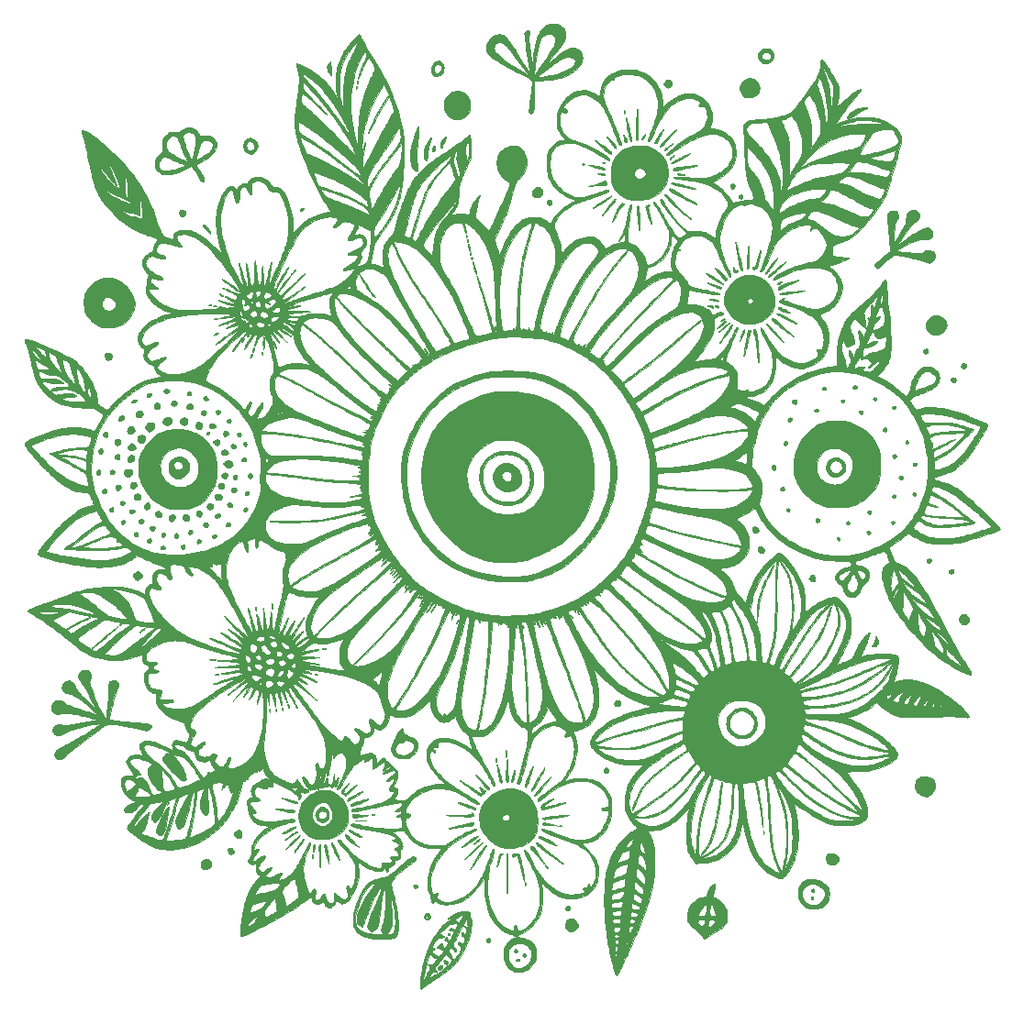
<source format=gbr>
%TF.GenerationSoftware,KiCad,Pcbnew,7.0.1*%
%TF.CreationDate,2023-09-06T22:48:17-07:00*%
%TF.ProjectId,flower_09,666c6f77-6572-45f3-9039-2e6b69636164,rev?*%
%TF.SameCoordinates,Original*%
%TF.FileFunction,Copper,L2,Bot*%
%TF.FilePolarity,Positive*%
%FSLAX46Y46*%
G04 Gerber Fmt 4.6, Leading zero omitted, Abs format (unit mm)*
G04 Created by KiCad (PCBNEW 7.0.1) date 2023-09-06 22:48:17*
%MOMM*%
%LPD*%
G01*
G04 APERTURE LIST*
%TA.AperFunction,EtchedComponent*%
%ADD10C,0.010000*%
%TD*%
G04 APERTURE END LIST*
%TO.C,G\u002A\u002A\u002A*%
D10*
X42213523Y-51386346D02*
X42246370Y-51411033D01*
X42250500Y-51426046D01*
X42231541Y-51455391D01*
X42180124Y-51471395D01*
X42104439Y-51472545D01*
X42044125Y-51464229D01*
X42003406Y-51446908D01*
X42003526Y-51421242D01*
X42037442Y-51395245D01*
X42095760Y-51376530D01*
X42158887Y-51374204D01*
X42213523Y-51386346D01*
%TA.AperFunction,EtchedComponent*%
G36*
X42213523Y-51386346D02*
G01*
X42246370Y-51411033D01*
X42250500Y-51426046D01*
X42231541Y-51455391D01*
X42180124Y-51471395D01*
X42104439Y-51472545D01*
X42044125Y-51464229D01*
X42003406Y-51446908D01*
X42003526Y-51421242D01*
X42037442Y-51395245D01*
X42095760Y-51376530D01*
X42158887Y-51374204D01*
X42213523Y-51386346D01*
G37*
%TD.AperFunction*%
X64216630Y-109465659D02*
X64218694Y-109512476D01*
X64188821Y-109574278D01*
X64177631Y-109589396D01*
X64128681Y-109634370D01*
X64085617Y-109642851D01*
X64054838Y-109614945D01*
X64046018Y-109587184D01*
X64047773Y-109513422D01*
X64082971Y-109462084D01*
X64125658Y-109442341D01*
X64184871Y-109440167D01*
X64216630Y-109465659D01*
%TA.AperFunction,EtchedComponent*%
G36*
X64216630Y-109465659D02*
G01*
X64218694Y-109512476D01*
X64188821Y-109574278D01*
X64177631Y-109589396D01*
X64128681Y-109634370D01*
X64085617Y-109642851D01*
X64054838Y-109614945D01*
X64046018Y-109587184D01*
X64047773Y-109513422D01*
X64082971Y-109462084D01*
X64125658Y-109442341D01*
X64184871Y-109440167D01*
X64216630Y-109465659D01*
G37*
%TD.AperFunction*%
X46946314Y-55742281D02*
X46967516Y-55774795D01*
X46982445Y-55831608D01*
X46987937Y-55894803D01*
X46981834Y-55943493D01*
X46956551Y-55980334D01*
X46923843Y-55983762D01*
X46898848Y-55954186D01*
X46886136Y-55896007D01*
X46886809Y-55834418D01*
X46898362Y-55780603D01*
X46918290Y-55745746D01*
X46944088Y-55741031D01*
X46946314Y-55742281D01*
%TA.AperFunction,EtchedComponent*%
G36*
X46946314Y-55742281D02*
G01*
X46967516Y-55774795D01*
X46982445Y-55831608D01*
X46987937Y-55894803D01*
X46981834Y-55943493D01*
X46956551Y-55980334D01*
X46923843Y-55983762D01*
X46898848Y-55954186D01*
X46886136Y-55896007D01*
X46886809Y-55834418D01*
X46898362Y-55780603D01*
X46918290Y-55745746D01*
X46944088Y-55741031D01*
X46946314Y-55742281D01*
G37*
%TD.AperFunction*%
X55624647Y-31188948D02*
X55645850Y-31221461D01*
X55660778Y-31278275D01*
X55666270Y-31341469D01*
X55660168Y-31390160D01*
X55634885Y-31427000D01*
X55602177Y-31430429D01*
X55577181Y-31400852D01*
X55564469Y-31342674D01*
X55565142Y-31281085D01*
X55576695Y-31227270D01*
X55596623Y-31192412D01*
X55622421Y-31187698D01*
X55624647Y-31188948D01*
%TA.AperFunction,EtchedComponent*%
G36*
X55624647Y-31188948D02*
G01*
X55645850Y-31221461D01*
X55660778Y-31278275D01*
X55666270Y-31341469D01*
X55660168Y-31390160D01*
X55634885Y-31427000D01*
X55602177Y-31430429D01*
X55577181Y-31400852D01*
X55564469Y-31342674D01*
X55565142Y-31281085D01*
X55576695Y-31227270D01*
X55596623Y-31192412D01*
X55622421Y-31187698D01*
X55624647Y-31188948D01*
G37*
%TD.AperFunction*%
X55731023Y-30712723D02*
X55748972Y-30764559D01*
X55752808Y-30840254D01*
X55751101Y-30863566D01*
X55737202Y-30919276D01*
X55712737Y-30944167D01*
X55684719Y-30933830D01*
X55676541Y-30906005D01*
X55671262Y-30850326D01*
X55670167Y-30806389D01*
X55673254Y-30737131D01*
X55683949Y-30702121D01*
X55701514Y-30693500D01*
X55731023Y-30712723D01*
%TA.AperFunction,EtchedComponent*%
G36*
X55731023Y-30712723D02*
G01*
X55748972Y-30764559D01*
X55752808Y-30840254D01*
X55751101Y-30863566D01*
X55737202Y-30919276D01*
X55712737Y-30944167D01*
X55684719Y-30933830D01*
X55676541Y-30906005D01*
X55671262Y-30850326D01*
X55670167Y-30806389D01*
X55673254Y-30737131D01*
X55683949Y-30702121D01*
X55701514Y-30693500D01*
X55731023Y-30712723D01*
G37*
%TD.AperFunction*%
X57072592Y-61679575D02*
X57096923Y-61692724D01*
X57141618Y-61733478D01*
X57145267Y-61772663D01*
X57107532Y-61813633D01*
X57083042Y-61829899D01*
X57014152Y-61861859D01*
X56954079Y-61872145D01*
X56912210Y-61860720D01*
X56897834Y-61830663D01*
X56912626Y-61751137D01*
X56951843Y-61695872D01*
X57007745Y-61670230D01*
X57072592Y-61679575D01*
%TA.AperFunction,EtchedComponent*%
G36*
X57072592Y-61679575D02*
G01*
X57096923Y-61692724D01*
X57141618Y-61733478D01*
X57145267Y-61772663D01*
X57107532Y-61813633D01*
X57083042Y-61829899D01*
X57014152Y-61861859D01*
X56954079Y-61872145D01*
X56912210Y-61860720D01*
X56897834Y-61830663D01*
X56912626Y-61751137D01*
X56951843Y-61695872D01*
X57007745Y-61670230D01*
X57072592Y-61679575D01*
G37*
%TD.AperFunction*%
X65792362Y-44925522D02*
X65812271Y-44971404D01*
X65821542Y-45029661D01*
X65816668Y-45085391D01*
X65811071Y-45101324D01*
X65781786Y-45141989D01*
X65752166Y-45146472D01*
X65732917Y-45121005D01*
X65724367Y-45072640D01*
X65726172Y-45012661D01*
X65736122Y-44955662D01*
X65752008Y-44916240D01*
X65765321Y-44906917D01*
X65792362Y-44925522D01*
%TA.AperFunction,EtchedComponent*%
G36*
X65792362Y-44925522D02*
G01*
X65812271Y-44971404D01*
X65821542Y-45029661D01*
X65816668Y-45085391D01*
X65811071Y-45101324D01*
X65781786Y-45141989D01*
X65752166Y-45146472D01*
X65732917Y-45121005D01*
X65724367Y-45072640D01*
X65726172Y-45012661D01*
X65736122Y-44955662D01*
X65752008Y-44916240D01*
X65765321Y-44906917D01*
X65792362Y-44925522D01*
G37*
%TD.AperFunction*%
X72102568Y-80718323D02*
X72123196Y-80764213D01*
X72131813Y-80822673D01*
X72124809Y-80878958D01*
X72120312Y-80890702D01*
X72091009Y-80934379D01*
X72063984Y-80937213D01*
X72043007Y-80899086D01*
X72041427Y-80893179D01*
X72032841Y-80827816D01*
X72036863Y-80764997D01*
X72051305Y-80717914D01*
X72073541Y-80699750D01*
X72102568Y-80718323D01*
%TA.AperFunction,EtchedComponent*%
G36*
X72102568Y-80718323D02*
G01*
X72123196Y-80764213D01*
X72131813Y-80822673D01*
X72124809Y-80878958D01*
X72120312Y-80890702D01*
X72091009Y-80934379D01*
X72063984Y-80937213D01*
X72043007Y-80899086D01*
X72041427Y-80893179D01*
X72032841Y-80827816D01*
X72036863Y-80764997D01*
X72051305Y-80717914D01*
X72073541Y-80699750D01*
X72102568Y-80718323D01*
G37*
%TD.AperFunction*%
X74263099Y-80089529D02*
X74300139Y-80123469D01*
X74336146Y-80179079D01*
X74362674Y-80244133D01*
X74375479Y-80311480D01*
X74368012Y-80352041D01*
X74342576Y-80360970D01*
X74314668Y-80345288D01*
X74265722Y-80291826D01*
X74230250Y-80227248D01*
X74211915Y-80163111D01*
X74214383Y-80110971D01*
X74232561Y-80086394D01*
X74263099Y-80089529D01*
%TA.AperFunction,EtchedComponent*%
G36*
X74263099Y-80089529D02*
G01*
X74300139Y-80123469D01*
X74336146Y-80179079D01*
X74362674Y-80244133D01*
X74375479Y-80311480D01*
X74368012Y-80352041D01*
X74342576Y-80360970D01*
X74314668Y-80345288D01*
X74265722Y-80291826D01*
X74230250Y-80227248D01*
X74211915Y-80163111D01*
X74214383Y-80110971D01*
X74232561Y-80086394D01*
X74263099Y-80089529D01*
G37*
%TD.AperFunction*%
X75438634Y-80068285D02*
X75492352Y-80118296D01*
X75512733Y-80140310D01*
X75562727Y-80208507D01*
X75583147Y-80266320D01*
X75573098Y-80307708D01*
X75540141Y-80325423D01*
X75511461Y-80317280D01*
X75480453Y-80278118D01*
X75450390Y-80219806D01*
X75412665Y-80130201D01*
X75398394Y-80074742D01*
X75407183Y-80053936D01*
X75438634Y-80068285D01*
%TA.AperFunction,EtchedComponent*%
G36*
X75438634Y-80068285D02*
G01*
X75492352Y-80118296D01*
X75512733Y-80140310D01*
X75562727Y-80208507D01*
X75583147Y-80266320D01*
X75573098Y-80307708D01*
X75540141Y-80325423D01*
X75511461Y-80317280D01*
X75480453Y-80278118D01*
X75450390Y-80219806D01*
X75412665Y-80130201D01*
X75398394Y-80074742D01*
X75407183Y-80053936D01*
X75438634Y-80068285D01*
G37*
%TD.AperFunction*%
X76592885Y-38360320D02*
X76641153Y-38381885D01*
X76645108Y-38386107D01*
X76654823Y-38418098D01*
X76629638Y-38441655D01*
X76576504Y-38454725D01*
X76502369Y-38455254D01*
X76439959Y-38446729D01*
X76399512Y-38429752D01*
X76399043Y-38405712D01*
X76438049Y-38379923D01*
X76446628Y-38376476D01*
X76523173Y-38358281D01*
X76592885Y-38360320D01*
%TA.AperFunction,EtchedComponent*%
G36*
X76592885Y-38360320D02*
G01*
X76641153Y-38381885D01*
X76645108Y-38386107D01*
X76654823Y-38418098D01*
X76629638Y-38441655D01*
X76576504Y-38454725D01*
X76502369Y-38455254D01*
X76439959Y-38446729D01*
X76399512Y-38429752D01*
X76399043Y-38405712D01*
X76438049Y-38379923D01*
X76446628Y-38376476D01*
X76523173Y-38358281D01*
X76592885Y-38360320D01*
G37*
%TD.AperFunction*%
X42022181Y-63140069D02*
X42056310Y-63190069D01*
X42064556Y-63250694D01*
X42044769Y-63328344D01*
X41994717Y-63380494D01*
X41920772Y-63402852D01*
X41848334Y-63396320D01*
X41803357Y-63367757D01*
X41785261Y-63316930D01*
X41794453Y-63254614D01*
X41831344Y-63191581D01*
X41840180Y-63181797D01*
X41905878Y-63133403D01*
X41969291Y-63120337D01*
X42022181Y-63140069D01*
%TA.AperFunction,EtchedComponent*%
G36*
X42022181Y-63140069D02*
G01*
X42056310Y-63190069D01*
X42064556Y-63250694D01*
X42044769Y-63328344D01*
X41994717Y-63380494D01*
X41920772Y-63402852D01*
X41848334Y-63396320D01*
X41803357Y-63367757D01*
X41785261Y-63316930D01*
X41794453Y-63254614D01*
X41831344Y-63191581D01*
X41840180Y-63181797D01*
X41905878Y-63133403D01*
X41969291Y-63120337D01*
X42022181Y-63140069D01*
G37*
%TD.AperFunction*%
X45685281Y-54136855D02*
X45712236Y-54168997D01*
X45722042Y-54217341D01*
X45711483Y-54269513D01*
X45688572Y-54303405D01*
X45643697Y-54329230D01*
X45591947Y-54335258D01*
X45550774Y-54321185D01*
X45539408Y-54306013D01*
X45541997Y-54264149D01*
X45566786Y-54210693D01*
X45603977Y-54161766D01*
X45643770Y-54133493D01*
X45644389Y-54133291D01*
X45685281Y-54136855D01*
%TA.AperFunction,EtchedComponent*%
G36*
X45685281Y-54136855D02*
G01*
X45712236Y-54168997D01*
X45722042Y-54217341D01*
X45711483Y-54269513D01*
X45688572Y-54303405D01*
X45643697Y-54329230D01*
X45591947Y-54335258D01*
X45550774Y-54321185D01*
X45539408Y-54306013D01*
X45541997Y-54264149D01*
X45566786Y-54210693D01*
X45603977Y-54161766D01*
X45643770Y-54133493D01*
X45644389Y-54133291D01*
X45685281Y-54136855D01*
G37*
%TD.AperFunction*%
X48249481Y-88713120D02*
X48257586Y-88778167D01*
X48256764Y-88815512D01*
X48245995Y-88882994D01*
X48225341Y-88917394D01*
X48197677Y-88914565D01*
X48191719Y-88909330D01*
X48181041Y-88877667D01*
X48177230Y-88822285D01*
X48179647Y-88759618D01*
X48187655Y-88706103D01*
X48200615Y-88678174D01*
X48200700Y-88678121D01*
X48229695Y-88677752D01*
X48249481Y-88713120D01*
%TA.AperFunction,EtchedComponent*%
G36*
X48249481Y-88713120D02*
G01*
X48257586Y-88778167D01*
X48256764Y-88815512D01*
X48245995Y-88882994D01*
X48225341Y-88917394D01*
X48197677Y-88914565D01*
X48191719Y-88909330D01*
X48181041Y-88877667D01*
X48177230Y-88822285D01*
X48179647Y-88759618D01*
X48187655Y-88706103D01*
X48200615Y-88678174D01*
X48200700Y-88678121D01*
X48229695Y-88677752D01*
X48249481Y-88713120D01*
G37*
%TD.AperFunction*%
X48814693Y-88578139D02*
X48835585Y-88613759D01*
X48848728Y-88670817D01*
X48850386Y-88736955D01*
X48838451Y-88801565D01*
X48816651Y-88833521D01*
X48788375Y-88828318D01*
X48784386Y-88824663D01*
X48774717Y-88794559D01*
X48770374Y-88739472D01*
X48771014Y-88674900D01*
X48776292Y-88616340D01*
X48785865Y-88579290D01*
X48789938Y-88574407D01*
X48814693Y-88578139D01*
%TA.AperFunction,EtchedComponent*%
G36*
X48814693Y-88578139D02*
G01*
X48835585Y-88613759D01*
X48848728Y-88670817D01*
X48850386Y-88736955D01*
X48838451Y-88801565D01*
X48816651Y-88833521D01*
X48788375Y-88828318D01*
X48784386Y-88824663D01*
X48774717Y-88794559D01*
X48770374Y-88739472D01*
X48771014Y-88674900D01*
X48776292Y-88616340D01*
X48785865Y-88579290D01*
X48789938Y-88574407D01*
X48814693Y-88578139D01*
G37*
%TD.AperFunction*%
X49511156Y-81888273D02*
X49516416Y-81920072D01*
X49504218Y-81973724D01*
X49479668Y-82035264D01*
X49447877Y-82090727D01*
X49428497Y-82114244D01*
X49385988Y-82156753D01*
X49359614Y-82098869D01*
X49345096Y-82053022D01*
X49352390Y-82009854D01*
X49372131Y-81968770D01*
X49413063Y-81913430D01*
X49458805Y-81881889D01*
X49499260Y-81879994D01*
X49511156Y-81888273D01*
%TA.AperFunction,EtchedComponent*%
G36*
X49511156Y-81888273D02*
G01*
X49516416Y-81920072D01*
X49504218Y-81973724D01*
X49479668Y-82035264D01*
X49447877Y-82090727D01*
X49428497Y-82114244D01*
X49385988Y-82156753D01*
X49359614Y-82098869D01*
X49345096Y-82053022D01*
X49352390Y-82009854D01*
X49372131Y-81968770D01*
X49413063Y-81913430D01*
X49458805Y-81881889D01*
X49499260Y-81879994D01*
X49511156Y-81888273D01*
G37*
%TD.AperFunction*%
X51938079Y-85500575D02*
X51984862Y-85516941D01*
X52004378Y-85541625D01*
X52002835Y-85562254D01*
X51982368Y-85573502D01*
X51934201Y-85578044D01*
X51882886Y-85578667D01*
X51808019Y-85576136D01*
X51767722Y-85567340D01*
X51754465Y-85550478D01*
X51754334Y-85547876D01*
X51772606Y-85519815D01*
X51818373Y-85502351D01*
X51878057Y-85495824D01*
X51938079Y-85500575D01*
%TA.AperFunction,EtchedComponent*%
G36*
X51938079Y-85500575D02*
G01*
X51984862Y-85516941D01*
X52004378Y-85541625D01*
X52002835Y-85562254D01*
X51982368Y-85573502D01*
X51934201Y-85578044D01*
X51882886Y-85578667D01*
X51808019Y-85576136D01*
X51767722Y-85567340D01*
X51754465Y-85550478D01*
X51754334Y-85547876D01*
X51772606Y-85519815D01*
X51818373Y-85502351D01*
X51878057Y-85495824D01*
X51938079Y-85500575D01*
G37*
%TD.AperFunction*%
X52683508Y-83136047D02*
X52737544Y-83141596D01*
X52760106Y-83148384D01*
X52768667Y-83174535D01*
X52738880Y-83194086D01*
X52674418Y-83205561D01*
X52611584Y-83208000D01*
X52539497Y-83204706D01*
X52485361Y-83196114D01*
X52462546Y-83185425D01*
X52456514Y-83159902D01*
X52479549Y-83143880D01*
X52536243Y-83135772D01*
X52611584Y-83133917D01*
X52683508Y-83136047D01*
%TA.AperFunction,EtchedComponent*%
G36*
X52683508Y-83136047D02*
G01*
X52737544Y-83141596D01*
X52760106Y-83148384D01*
X52768667Y-83174535D01*
X52738880Y-83194086D01*
X52674418Y-83205561D01*
X52611584Y-83208000D01*
X52539497Y-83204706D01*
X52485361Y-83196114D01*
X52462546Y-83185425D01*
X52456514Y-83159902D01*
X52479549Y-83143880D01*
X52536243Y-83135772D01*
X52611584Y-83133917D01*
X52683508Y-83136047D01*
G37*
%TD.AperFunction*%
X66185352Y-46586773D02*
X66202816Y-46632540D01*
X66209343Y-46692223D01*
X66204592Y-46752245D01*
X66188226Y-46799028D01*
X66163542Y-46818544D01*
X66142913Y-46817002D01*
X66131665Y-46796534D01*
X66127123Y-46748368D01*
X66126500Y-46697052D01*
X66129031Y-46622186D01*
X66137827Y-46581888D01*
X66154689Y-46568631D01*
X66157291Y-46568500D01*
X66185352Y-46586773D01*
%TA.AperFunction,EtchedComponent*%
G36*
X66185352Y-46586773D02*
G01*
X66202816Y-46632540D01*
X66209343Y-46692223D01*
X66204592Y-46752245D01*
X66188226Y-46799028D01*
X66163542Y-46818544D01*
X66142913Y-46817002D01*
X66131665Y-46796534D01*
X66127123Y-46748368D01*
X66126500Y-46697052D01*
X66129031Y-46622186D01*
X66137827Y-46581888D01*
X66154689Y-46568631D01*
X66157291Y-46568500D01*
X66185352Y-46586773D01*
G37*
%TD.AperFunction*%
X80380110Y-33463822D02*
X80399512Y-33510658D01*
X80409486Y-33571984D01*
X80408429Y-33634107D01*
X80394738Y-33683334D01*
X80382601Y-33698876D01*
X80357907Y-33710728D01*
X80339249Y-33690656D01*
X80328557Y-33665375D01*
X80318213Y-33614022D01*
X80317665Y-33552342D01*
X80325347Y-33494513D01*
X80339693Y-33454710D01*
X80352885Y-33445167D01*
X80380110Y-33463822D01*
%TA.AperFunction,EtchedComponent*%
G36*
X80380110Y-33463822D02*
G01*
X80399512Y-33510658D01*
X80409486Y-33571984D01*
X80408429Y-33634107D01*
X80394738Y-33683334D01*
X80382601Y-33698876D01*
X80357907Y-33710728D01*
X80339249Y-33690656D01*
X80328557Y-33665375D01*
X80318213Y-33614022D01*
X80317665Y-33552342D01*
X80325347Y-33494513D01*
X80339693Y-33454710D01*
X80352885Y-33445167D01*
X80380110Y-33463822D01*
G37*
%TD.AperFunction*%
X97687778Y-106044057D02*
X97731656Y-106089867D01*
X97762531Y-106149058D01*
X97770667Y-106193621D01*
X97755575Y-106257223D01*
X97717255Y-106293896D01*
X97666143Y-106298729D01*
X97613461Y-106267603D01*
X97578650Y-106213116D01*
X97565353Y-106149704D01*
X97572174Y-106089343D01*
X97597714Y-106044008D01*
X97640578Y-106025676D01*
X97641677Y-106025667D01*
X97687778Y-106044057D01*
%TA.AperFunction,EtchedComponent*%
G36*
X97687778Y-106044057D02*
G01*
X97731656Y-106089867D01*
X97762531Y-106149058D01*
X97770667Y-106193621D01*
X97755575Y-106257223D01*
X97717255Y-106293896D01*
X97666143Y-106298729D01*
X97613461Y-106267603D01*
X97578650Y-106213116D01*
X97565353Y-106149704D01*
X97572174Y-106089343D01*
X97597714Y-106044008D01*
X97640578Y-106025676D01*
X97641677Y-106025667D01*
X97687778Y-106044057D01*
G37*
%TD.AperFunction*%
X100553926Y-60153168D02*
X100610568Y-60199036D01*
X100635696Y-60266986D01*
X100624744Y-60348720D01*
X100583392Y-60414358D01*
X100522333Y-60446775D01*
X100450889Y-60443563D01*
X100387605Y-60409964D01*
X100344126Y-60353763D01*
X100331498Y-60287209D01*
X100346270Y-60221655D01*
X100384988Y-60168456D01*
X100444200Y-60138964D01*
X100470808Y-60136334D01*
X100553926Y-60153168D01*
%TA.AperFunction,EtchedComponent*%
G36*
X100553926Y-60153168D02*
G01*
X100610568Y-60199036D01*
X100635696Y-60266986D01*
X100624744Y-60348720D01*
X100583392Y-60414358D01*
X100522333Y-60446775D01*
X100450889Y-60443563D01*
X100387605Y-60409964D01*
X100344126Y-60353763D01*
X100331498Y-60287209D01*
X100346270Y-60221655D01*
X100384988Y-60168456D01*
X100444200Y-60138964D01*
X100470808Y-60136334D01*
X100553926Y-60153168D01*
G37*
%TD.AperFunction*%
X103516504Y-59960788D02*
X103568784Y-60005505D01*
X103590756Y-60079761D01*
X103591500Y-60100101D01*
X103577264Y-60180141D01*
X103538602Y-60228686D01*
X103481586Y-60243600D01*
X103412285Y-60222750D01*
X103356355Y-60182767D01*
X103302304Y-60115668D01*
X103286030Y-60051064D01*
X103305115Y-59996322D01*
X103357140Y-59958808D01*
X103434142Y-59945834D01*
X103516504Y-59960788D01*
%TA.AperFunction,EtchedComponent*%
G36*
X103516504Y-59960788D02*
G01*
X103568784Y-60005505D01*
X103590756Y-60079761D01*
X103591500Y-60100101D01*
X103577264Y-60180141D01*
X103538602Y-60228686D01*
X103481586Y-60243600D01*
X103412285Y-60222750D01*
X103356355Y-60182767D01*
X103302304Y-60115668D01*
X103286030Y-60051064D01*
X103305115Y-59996322D01*
X103357140Y-59958808D01*
X103434142Y-59945834D01*
X103516504Y-59960788D01*
G37*
%TD.AperFunction*%
X105181748Y-71386022D02*
X105236686Y-71416253D01*
X105267990Y-71462153D01*
X105270498Y-71517746D01*
X105239047Y-71577054D01*
X105205337Y-71609143D01*
X105133929Y-71645922D01*
X105067163Y-71640792D01*
X105013356Y-71602011D01*
X104975604Y-71541247D01*
X104966180Y-71478051D01*
X104984587Y-71424750D01*
X105021628Y-71396476D01*
X105108341Y-71377437D01*
X105181748Y-71386022D01*
%TA.AperFunction,EtchedComponent*%
G36*
X105181748Y-71386022D02*
G01*
X105236686Y-71416253D01*
X105267990Y-71462153D01*
X105270498Y-71517746D01*
X105239047Y-71577054D01*
X105205337Y-71609143D01*
X105133929Y-71645922D01*
X105067163Y-71640792D01*
X105013356Y-71602011D01*
X104975604Y-71541247D01*
X104966180Y-71478051D01*
X104984587Y-71424750D01*
X105021628Y-71396476D01*
X105108341Y-71377437D01*
X105181748Y-71386022D01*
G37*
%TD.AperFunction*%
X106443140Y-63931390D02*
X106492626Y-63968050D01*
X106518599Y-64017546D01*
X106527462Y-64105543D01*
X106496171Y-64185958D01*
X106465919Y-64220914D01*
X106405919Y-64258617D01*
X106351675Y-64254422D01*
X106317201Y-64226792D01*
X106274566Y-64152478D01*
X106272696Y-64070554D01*
X106287922Y-64022724D01*
X106330855Y-63958950D01*
X106385905Y-63928431D01*
X106443140Y-63931390D01*
%TA.AperFunction,EtchedComponent*%
G36*
X106443140Y-63931390D02*
G01*
X106492626Y-63968050D01*
X106518599Y-64017546D01*
X106527462Y-64105543D01*
X106496171Y-64185958D01*
X106465919Y-64220914D01*
X106405919Y-64258617D01*
X106351675Y-64254422D01*
X106317201Y-64226792D01*
X106274566Y-64152478D01*
X106272696Y-64070554D01*
X106287922Y-64022724D01*
X106330855Y-63958950D01*
X106385905Y-63928431D01*
X106443140Y-63931390D01*
G37*
%TD.AperFunction*%
X107115133Y-68718235D02*
X107189430Y-68747096D01*
X107229892Y-68799840D01*
X107240634Y-68870008D01*
X107223072Y-68944531D01*
X107177479Y-68997450D01*
X107114489Y-69024108D01*
X107044736Y-69019850D01*
X106982158Y-68983176D01*
X106942491Y-68922430D01*
X106936142Y-68855162D01*
X106957973Y-68791611D01*
X107002845Y-68742017D01*
X107065618Y-68716618D01*
X107115133Y-68718235D01*
%TA.AperFunction,EtchedComponent*%
G36*
X107115133Y-68718235D02*
G01*
X107189430Y-68747096D01*
X107229892Y-68799840D01*
X107240634Y-68870008D01*
X107223072Y-68944531D01*
X107177479Y-68997450D01*
X107114489Y-69024108D01*
X107044736Y-69019850D01*
X106982158Y-68983176D01*
X106942491Y-68922430D01*
X106936142Y-68855162D01*
X106957973Y-68791611D01*
X107002845Y-68742017D01*
X107065618Y-68716618D01*
X107115133Y-68718235D01*
G37*
%TD.AperFunction*%
X38298433Y-97354611D02*
X38313225Y-97392529D01*
X38313500Y-97401070D01*
X38301769Y-97439467D01*
X38272064Y-97489666D01*
X38232619Y-97541667D01*
X38191669Y-97585468D01*
X38157448Y-97611067D01*
X38140240Y-97611518D01*
X38137622Y-97583367D01*
X38150187Y-97532058D01*
X38172862Y-97471604D01*
X38200573Y-97416021D01*
X38222088Y-97385426D01*
X38265848Y-97351865D01*
X38298433Y-97354611D01*
%TA.AperFunction,EtchedComponent*%
G36*
X38298433Y-97354611D02*
G01*
X38313225Y-97392529D01*
X38313500Y-97401070D01*
X38301769Y-97439467D01*
X38272064Y-97489666D01*
X38232619Y-97541667D01*
X38191669Y-97585468D01*
X38157448Y-97611067D01*
X38140240Y-97611518D01*
X38137622Y-97583367D01*
X38150187Y-97532058D01*
X38172862Y-97471604D01*
X38200573Y-97416021D01*
X38222088Y-97385426D01*
X38265848Y-97351865D01*
X38298433Y-97354611D01*
G37*
%TD.AperFunction*%
X42833727Y-85500441D02*
X42886397Y-85516856D01*
X42902359Y-85542452D01*
X42897546Y-85555134D01*
X42869092Y-85568329D01*
X42813121Y-85575881D01*
X42744085Y-85577685D01*
X42676436Y-85573640D01*
X42624627Y-85563643D01*
X42610334Y-85557176D01*
X42592838Y-85533519D01*
X42612672Y-85513706D01*
X42664859Y-85499998D01*
X42744425Y-85494656D01*
X42747917Y-85494648D01*
X42833727Y-85500441D01*
%TA.AperFunction,EtchedComponent*%
G36*
X42833727Y-85500441D02*
G01*
X42886397Y-85516856D01*
X42902359Y-85542452D01*
X42897546Y-85555134D01*
X42869092Y-85568329D01*
X42813121Y-85575881D01*
X42744085Y-85577685D01*
X42676436Y-85573640D01*
X42624627Y-85563643D01*
X42610334Y-85557176D01*
X42592838Y-85533519D01*
X42612672Y-85513706D01*
X42664859Y-85499998D01*
X42744425Y-85494656D01*
X42747917Y-85494648D01*
X42833727Y-85500441D01*
G37*
%TD.AperFunction*%
X46370236Y-79332180D02*
X46389004Y-79380342D01*
X46398563Y-79445252D01*
X46397393Y-79514344D01*
X46383973Y-79575052D01*
X46377255Y-79589892D01*
X46350471Y-79626352D01*
X46331143Y-79621526D01*
X46319200Y-79575278D01*
X46314569Y-79487472D01*
X46314500Y-79472084D01*
X46316466Y-79386585D01*
X46323189Y-79336562D01*
X46335907Y-79315304D01*
X46343781Y-79313334D01*
X46370236Y-79332180D01*
%TA.AperFunction,EtchedComponent*%
G36*
X46370236Y-79332180D02*
G01*
X46389004Y-79380342D01*
X46398563Y-79445252D01*
X46397393Y-79514344D01*
X46383973Y-79575052D01*
X46377255Y-79589892D01*
X46350471Y-79626352D01*
X46331143Y-79621526D01*
X46319200Y-79575278D01*
X46314569Y-79487472D01*
X46314500Y-79472084D01*
X46316466Y-79386585D01*
X46323189Y-79336562D01*
X46335907Y-79315304D01*
X46343781Y-79313334D01*
X46370236Y-79332180D01*
G37*
%TD.AperFunction*%
X47653314Y-88705566D02*
X47665144Y-88765550D01*
X47668843Y-88831311D01*
X47664587Y-88917599D01*
X47652999Y-88977556D01*
X47636720Y-89007645D01*
X47618392Y-89004331D01*
X47600656Y-88964078D01*
X47593435Y-88932243D01*
X47587530Y-88868363D01*
X47589208Y-88795033D01*
X47597151Y-88727634D01*
X47610042Y-88681548D01*
X47615621Y-88673157D01*
X47635922Y-88672139D01*
X47653314Y-88705566D01*
%TA.AperFunction,EtchedComponent*%
G36*
X47653314Y-88705566D02*
G01*
X47665144Y-88765550D01*
X47668843Y-88831311D01*
X47664587Y-88917599D01*
X47652999Y-88977556D01*
X47636720Y-89007645D01*
X47618392Y-89004331D01*
X47600656Y-88964078D01*
X47593435Y-88932243D01*
X47587530Y-88868363D01*
X47589208Y-88795033D01*
X47597151Y-88727634D01*
X47610042Y-88681548D01*
X47615621Y-88673157D01*
X47635922Y-88672139D01*
X47653314Y-88705566D01*
G37*
%TD.AperFunction*%
X65043205Y-80493714D02*
X65040884Y-80542107D01*
X65011640Y-80622309D01*
X64977654Y-80692426D01*
X64932411Y-80768880D01*
X64891735Y-80817894D01*
X64859597Y-80836700D01*
X64839967Y-80822533D01*
X64835798Y-80791261D01*
X64847000Y-80726318D01*
X64875283Y-80652116D01*
X64914270Y-80579604D01*
X64957587Y-80519729D01*
X64998857Y-80483440D01*
X65018531Y-80477500D01*
X65043205Y-80493714D01*
%TA.AperFunction,EtchedComponent*%
G36*
X65043205Y-80493714D02*
G01*
X65040884Y-80542107D01*
X65011640Y-80622309D01*
X64977654Y-80692426D01*
X64932411Y-80768880D01*
X64891735Y-80817894D01*
X64859597Y-80836700D01*
X64839967Y-80822533D01*
X64835798Y-80791261D01*
X64847000Y-80726318D01*
X64875283Y-80652116D01*
X64914270Y-80579604D01*
X64957587Y-80519729D01*
X64998857Y-80483440D01*
X65018531Y-80477500D01*
X65043205Y-80493714D01*
G37*
%TD.AperFunction*%
X65882577Y-45307784D02*
X65903132Y-45345566D01*
X65913572Y-45416759D01*
X65914509Y-45450227D01*
X65909628Y-45541250D01*
X65894881Y-45597679D01*
X65872500Y-45616000D01*
X65851602Y-45599140D01*
X65843015Y-45582519D01*
X65833514Y-45535308D01*
X65830172Y-45469894D01*
X65832423Y-45400791D01*
X65839705Y-45342510D01*
X65851453Y-45309566D01*
X65853700Y-45307621D01*
X65882577Y-45307784D01*
%TA.AperFunction,EtchedComponent*%
G36*
X65882577Y-45307784D02*
G01*
X65903132Y-45345566D01*
X65913572Y-45416759D01*
X65914509Y-45450227D01*
X65909628Y-45541250D01*
X65894881Y-45597679D01*
X65872500Y-45616000D01*
X65851602Y-45599140D01*
X65843015Y-45582519D01*
X65833514Y-45535308D01*
X65830172Y-45469894D01*
X65832423Y-45400791D01*
X65839705Y-45342510D01*
X65851453Y-45309566D01*
X65853700Y-45307621D01*
X65882577Y-45307784D01*
G37*
%TD.AperFunction*%
X66278624Y-46968252D02*
X66299113Y-47015250D01*
X66311037Y-47076611D01*
X66312183Y-47138452D01*
X66300338Y-47186888D01*
X66291600Y-47199267D01*
X66259022Y-47222175D01*
X66237356Y-47209444D01*
X66221743Y-47157854D01*
X66220664Y-47152238D01*
X66215646Y-47091262D01*
X66219912Y-47028083D01*
X66231339Y-46976534D01*
X66247803Y-46950449D01*
X66251784Y-46949500D01*
X66278624Y-46968252D01*
%TA.AperFunction,EtchedComponent*%
G36*
X66278624Y-46968252D02*
G01*
X66299113Y-47015250D01*
X66311037Y-47076611D01*
X66312183Y-47138452D01*
X66300338Y-47186888D01*
X66291600Y-47199267D01*
X66259022Y-47222175D01*
X66237356Y-47209444D01*
X66221743Y-47157854D01*
X66220664Y-47152238D01*
X66215646Y-47091262D01*
X66219912Y-47028083D01*
X66231339Y-46976534D01*
X66247803Y-46950449D01*
X66251784Y-46949500D01*
X66278624Y-46968252D01*
G37*
%TD.AperFunction*%
X70591514Y-111815937D02*
X70640599Y-111851674D01*
X70656167Y-111910000D01*
X70641142Y-111969436D01*
X70615225Y-111993922D01*
X70552749Y-112011493D01*
X70476413Y-112013219D01*
X70409751Y-111999201D01*
X70396875Y-111992971D01*
X70366893Y-111954321D01*
X70360328Y-111899913D01*
X70376733Y-111848955D01*
X70400775Y-111826078D01*
X70451816Y-111810072D01*
X70508000Y-111804167D01*
X70591514Y-111815937D01*
%TA.AperFunction,EtchedComponent*%
G36*
X70591514Y-111815937D02*
G01*
X70640599Y-111851674D01*
X70656167Y-111910000D01*
X70641142Y-111969436D01*
X70615225Y-111993922D01*
X70552749Y-112011493D01*
X70476413Y-112013219D01*
X70409751Y-111999201D01*
X70396875Y-111992971D01*
X70366893Y-111954321D01*
X70360328Y-111899913D01*
X70376733Y-111848955D01*
X70400775Y-111826078D01*
X70451816Y-111810072D01*
X70508000Y-111804167D01*
X70591514Y-111815937D01*
G37*
%TD.AperFunction*%
X76062594Y-79721128D02*
X76096909Y-79768293D01*
X76124634Y-79827852D01*
X76141396Y-79888022D01*
X76142821Y-79937018D01*
X76124537Y-79963056D01*
X76124390Y-79963108D01*
X76097677Y-79953142D01*
X76059784Y-79917846D01*
X76045015Y-79899831D01*
X76010845Y-79841333D01*
X75992101Y-79781807D01*
X75989771Y-79731761D01*
X76004842Y-79701704D01*
X76026062Y-79698142D01*
X76062594Y-79721128D01*
%TA.AperFunction,EtchedComponent*%
G36*
X76062594Y-79721128D02*
G01*
X76096909Y-79768293D01*
X76124634Y-79827852D01*
X76141396Y-79888022D01*
X76142821Y-79937018D01*
X76124537Y-79963056D01*
X76124390Y-79963108D01*
X76097677Y-79953142D01*
X76059784Y-79917846D01*
X76045015Y-79899831D01*
X76010845Y-79841333D01*
X75992101Y-79781807D01*
X75989771Y-79731761D01*
X76004842Y-79701704D01*
X76026062Y-79698142D01*
X76062594Y-79721128D01*
G37*
%TD.AperFunction*%
X78357528Y-38199907D02*
X78434585Y-38229125D01*
X78440187Y-38231869D01*
X78498423Y-38266727D01*
X78537977Y-38301637D01*
X78547594Y-38318792D01*
X78536596Y-38346541D01*
X78498234Y-38358883D01*
X78444250Y-38356615D01*
X78386390Y-38340535D01*
X78336396Y-38311441D01*
X78328121Y-38303879D01*
X78285705Y-38249864D01*
X78279116Y-38212829D01*
X78304381Y-38195326D01*
X78357528Y-38199907D01*
%TA.AperFunction,EtchedComponent*%
G36*
X78357528Y-38199907D02*
G01*
X78434585Y-38229125D01*
X78440187Y-38231869D01*
X78498423Y-38266727D01*
X78537977Y-38301637D01*
X78547594Y-38318792D01*
X78536596Y-38346541D01*
X78498234Y-38358883D01*
X78444250Y-38356615D01*
X78386390Y-38340535D01*
X78336396Y-38311441D01*
X78328121Y-38303879D01*
X78285705Y-38249864D01*
X78279116Y-38212829D01*
X78304381Y-38195326D01*
X78357528Y-38199907D01*
G37*
%TD.AperFunction*%
X93206757Y-99984199D02*
X93222358Y-100041366D01*
X93229404Y-100115129D01*
X93227909Y-100193058D01*
X93217886Y-100262724D01*
X93199350Y-100311699D01*
X93182168Y-100326750D01*
X93169206Y-100318935D01*
X93161057Y-100281861D01*
X93157045Y-100210671D01*
X93156334Y-100141334D01*
X93157882Y-100045115D01*
X93163016Y-99985969D01*
X93172466Y-99958733D01*
X93182586Y-99956056D01*
X93206757Y-99984199D01*
%TA.AperFunction,EtchedComponent*%
G36*
X93206757Y-99984199D02*
G01*
X93222358Y-100041366D01*
X93229404Y-100115129D01*
X93227909Y-100193058D01*
X93217886Y-100262724D01*
X93199350Y-100311699D01*
X93182168Y-100326750D01*
X93169206Y-100318935D01*
X93161057Y-100281861D01*
X93157045Y-100210671D01*
X93156334Y-100141334D01*
X93157882Y-100045115D01*
X93163016Y-99985969D01*
X93172466Y-99958733D01*
X93182586Y-99956056D01*
X93206757Y-99984199D01*
G37*
%TD.AperFunction*%
X42625673Y-51483816D02*
X42679211Y-51493976D01*
X42695000Y-51500658D01*
X42712495Y-51524315D01*
X42692662Y-51544128D01*
X42640474Y-51557836D01*
X42560908Y-51563178D01*
X42557417Y-51563185D01*
X42489161Y-51559184D01*
X42435623Y-51549024D01*
X42419834Y-51542343D01*
X42402338Y-51518685D01*
X42422172Y-51498872D01*
X42474359Y-51485164D01*
X42553925Y-51479823D01*
X42557417Y-51479815D01*
X42625673Y-51483816D01*
%TA.AperFunction,EtchedComponent*%
G36*
X42625673Y-51483816D02*
G01*
X42679211Y-51493976D01*
X42695000Y-51500658D01*
X42712495Y-51524315D01*
X42692662Y-51544128D01*
X42640474Y-51557836D01*
X42560908Y-51563178D01*
X42557417Y-51563185D01*
X42489161Y-51559184D01*
X42435623Y-51549024D01*
X42419834Y-51542343D01*
X42402338Y-51518685D01*
X42422172Y-51498872D01*
X42474359Y-51485164D01*
X42553925Y-51479823D01*
X42557417Y-51479815D01*
X42625673Y-51483816D01*
G37*
%TD.AperFunction*%
X42703826Y-52667188D02*
X42763966Y-52677874D01*
X42806233Y-52693188D01*
X42820564Y-52711686D01*
X42815650Y-52720239D01*
X42786388Y-52729883D01*
X42729228Y-52737292D01*
X42658582Y-52741713D01*
X42588859Y-52742393D01*
X42534470Y-52738579D01*
X42520375Y-52735667D01*
X42486903Y-52715087D01*
X42493757Y-52690314D01*
X42516815Y-52677348D01*
X42570187Y-52665481D01*
X42635878Y-52662576D01*
X42703826Y-52667188D01*
%TA.AperFunction,EtchedComponent*%
G36*
X42703826Y-52667188D02*
G01*
X42763966Y-52677874D01*
X42806233Y-52693188D01*
X42820564Y-52711686D01*
X42815650Y-52720239D01*
X42786388Y-52729883D01*
X42729228Y-52737292D01*
X42658582Y-52741713D01*
X42588859Y-52742393D01*
X42534470Y-52738579D01*
X42520375Y-52735667D01*
X42486903Y-52715087D01*
X42493757Y-52690314D01*
X42516815Y-52677348D01*
X42570187Y-52665481D01*
X42635878Y-52662576D01*
X42703826Y-52667188D01*
G37*
%TD.AperFunction*%
X43048013Y-50385594D02*
X43114169Y-50404839D01*
X43186956Y-50438674D01*
X43254506Y-50479913D01*
X43304949Y-50521371D01*
X43326129Y-50553950D01*
X43318769Y-50581927D01*
X43280219Y-50587001D01*
X43208569Y-50569218D01*
X43175631Y-50557718D01*
X43095211Y-50522074D01*
X43031802Y-50482706D01*
X42988906Y-50444336D01*
X42970023Y-50411685D01*
X42978653Y-50389475D01*
X43018297Y-50382428D01*
X43048013Y-50385594D01*
%TA.AperFunction,EtchedComponent*%
G36*
X43048013Y-50385594D02*
G01*
X43114169Y-50404839D01*
X43186956Y-50438674D01*
X43254506Y-50479913D01*
X43304949Y-50521371D01*
X43326129Y-50553950D01*
X43318769Y-50581927D01*
X43280219Y-50587001D01*
X43208569Y-50569218D01*
X43175631Y-50557718D01*
X43095211Y-50522074D01*
X43031802Y-50482706D01*
X42988906Y-50444336D01*
X42970023Y-50411685D01*
X42978653Y-50389475D01*
X43018297Y-50382428D01*
X43048013Y-50385594D01*
G37*
%TD.AperFunction*%
X45495507Y-70134109D02*
X45515793Y-70148049D01*
X45559492Y-70206378D01*
X45571812Y-70279456D01*
X45555033Y-70356359D01*
X45511437Y-70426161D01*
X45447360Y-70475892D01*
X45365937Y-70504721D01*
X45299921Y-70496730D01*
X45256167Y-70465667D01*
X45219553Y-70401536D01*
X45213480Y-70322440D01*
X45237167Y-70241897D01*
X45272042Y-70190782D01*
X45346029Y-70131909D01*
X45422010Y-70112756D01*
X45495507Y-70134109D01*
%TA.AperFunction,EtchedComponent*%
G36*
X45495507Y-70134109D02*
G01*
X45515793Y-70148049D01*
X45559492Y-70206378D01*
X45571812Y-70279456D01*
X45555033Y-70356359D01*
X45511437Y-70426161D01*
X45447360Y-70475892D01*
X45365937Y-70504721D01*
X45299921Y-70496730D01*
X45256167Y-70465667D01*
X45219553Y-70401536D01*
X45213480Y-70322440D01*
X45237167Y-70241897D01*
X45272042Y-70190782D01*
X45346029Y-70131909D01*
X45422010Y-70112756D01*
X45495507Y-70134109D01*
G37*
%TD.AperFunction*%
X45646538Y-68632118D02*
X45688411Y-68677181D01*
X45700667Y-68744226D01*
X45686441Y-68834901D01*
X45648501Y-68910829D01*
X45593950Y-68967143D01*
X45529891Y-68998976D01*
X45463429Y-69001462D01*
X45401667Y-68969734D01*
X45389289Y-68957542D01*
X45339875Y-68883910D01*
X45330455Y-68810071D01*
X45351649Y-68743083D01*
X45407291Y-68672700D01*
X45490407Y-68629235D01*
X45574856Y-68617111D01*
X45646538Y-68632118D01*
%TA.AperFunction,EtchedComponent*%
G36*
X45646538Y-68632118D02*
G01*
X45688411Y-68677181D01*
X45700667Y-68744226D01*
X45686441Y-68834901D01*
X45648501Y-68910829D01*
X45593950Y-68967143D01*
X45529891Y-68998976D01*
X45463429Y-69001462D01*
X45401667Y-68969734D01*
X45389289Y-68957542D01*
X45339875Y-68883910D01*
X45330455Y-68810071D01*
X45351649Y-68743083D01*
X45407291Y-68672700D01*
X45490407Y-68629235D01*
X45574856Y-68617111D01*
X45646538Y-68632118D01*
G37*
%TD.AperFunction*%
X50840577Y-49699978D02*
X50824494Y-49735012D01*
X50777631Y-49798694D01*
X50731621Y-49854378D01*
X50658233Y-49935014D01*
X50603450Y-49981100D01*
X50564281Y-49994496D01*
X50537731Y-49977061D01*
X50536723Y-49975480D01*
X50542865Y-49948990D01*
X50574048Y-49904161D01*
X50622450Y-49849341D01*
X50680249Y-49792879D01*
X50739623Y-49743122D01*
X50780669Y-49715116D01*
X50825947Y-49693408D01*
X50840577Y-49699978D01*
%TA.AperFunction,EtchedComponent*%
G36*
X50840577Y-49699978D02*
G01*
X50824494Y-49735012D01*
X50777631Y-49798694D01*
X50731621Y-49854378D01*
X50658233Y-49935014D01*
X50603450Y-49981100D01*
X50564281Y-49994496D01*
X50537731Y-49977061D01*
X50536723Y-49975480D01*
X50542865Y-49948990D01*
X50574048Y-49904161D01*
X50622450Y-49849341D01*
X50680249Y-49792879D01*
X50739623Y-49743122D01*
X50780669Y-49715116D01*
X50825947Y-49693408D01*
X50840577Y-49699978D01*
G37*
%TD.AperFunction*%
X57222009Y-98412852D02*
X57278966Y-98431497D01*
X57299982Y-98460075D01*
X57300000Y-98461052D01*
X57288788Y-98477377D01*
X57250674Y-98486641D01*
X57178940Y-98490184D01*
X57153083Y-98490334D01*
X57078122Y-98487635D01*
X57021092Y-98480549D01*
X56993985Y-98470588D01*
X56993740Y-98470229D01*
X56998329Y-98445918D01*
X57034151Y-98423901D01*
X57090195Y-98409204D01*
X57134567Y-98405956D01*
X57222009Y-98412852D01*
%TA.AperFunction,EtchedComponent*%
G36*
X57222009Y-98412852D02*
G01*
X57278966Y-98431497D01*
X57299982Y-98460075D01*
X57300000Y-98461052D01*
X57288788Y-98477377D01*
X57250674Y-98486641D01*
X57178940Y-98490184D01*
X57153083Y-98490334D01*
X57078122Y-98487635D01*
X57021092Y-98480549D01*
X56993985Y-98470588D01*
X56993740Y-98470229D01*
X56998329Y-98445918D01*
X57034151Y-98423901D01*
X57090195Y-98409204D01*
X57134567Y-98405956D01*
X57222009Y-98412852D01*
G37*
%TD.AperFunction*%
X61490549Y-78134740D02*
X61484335Y-78193871D01*
X61452551Y-78284551D01*
X61447038Y-78296953D01*
X61396459Y-78391819D01*
X61348383Y-78449097D01*
X61307803Y-78466667D01*
X61284101Y-78449183D01*
X61279334Y-78427618D01*
X61288559Y-78389962D01*
X61312788Y-78328218D01*
X61346849Y-78255514D01*
X61348125Y-78252993D01*
X61399982Y-78166283D01*
X61443952Y-78118981D01*
X61475615Y-78109122D01*
X61490549Y-78134740D01*
%TA.AperFunction,EtchedComponent*%
G36*
X61490549Y-78134740D02*
G01*
X61484335Y-78193871D01*
X61452551Y-78284551D01*
X61447038Y-78296953D01*
X61396459Y-78391819D01*
X61348383Y-78449097D01*
X61307803Y-78466667D01*
X61284101Y-78449183D01*
X61279334Y-78427618D01*
X61288559Y-78389962D01*
X61312788Y-78328218D01*
X61346849Y-78255514D01*
X61348125Y-78252993D01*
X61399982Y-78166283D01*
X61443952Y-78118981D01*
X61475615Y-78109122D01*
X61490549Y-78134740D01*
G37*
%TD.AperFunction*%
X61675370Y-78328829D02*
X61687280Y-78344959D01*
X61686307Y-78390895D01*
X61664859Y-78451085D01*
X61629733Y-78507399D01*
X61623830Y-78514253D01*
X61580560Y-78541970D01*
X61529166Y-78550818D01*
X61488250Y-78538759D01*
X61480300Y-78529977D01*
X61475731Y-78487181D01*
X61496009Y-78429058D01*
X61535907Y-78370083D01*
X61539456Y-78366125D01*
X61585908Y-78332313D01*
X61636041Y-78319190D01*
X61675370Y-78328829D01*
%TA.AperFunction,EtchedComponent*%
G36*
X61675370Y-78328829D02*
G01*
X61687280Y-78344959D01*
X61686307Y-78390895D01*
X61664859Y-78451085D01*
X61629733Y-78507399D01*
X61623830Y-78514253D01*
X61580560Y-78541970D01*
X61529166Y-78550818D01*
X61488250Y-78538759D01*
X61480300Y-78529977D01*
X61475731Y-78487181D01*
X61496009Y-78429058D01*
X61535907Y-78370083D01*
X61539456Y-78366125D01*
X61585908Y-78332313D01*
X61636041Y-78319190D01*
X61675370Y-78328829D01*
G37*
%TD.AperFunction*%
X68451686Y-53401098D02*
X68454509Y-53405334D01*
X68469979Y-53449848D01*
X68476391Y-53513129D01*
X68474636Y-53582524D01*
X68465603Y-53645381D01*
X68450183Y-53689049D01*
X68433667Y-53701667D01*
X68412769Y-53684807D01*
X68404181Y-53668186D01*
X68394445Y-53617477D01*
X68391907Y-53547605D01*
X68395988Y-53476187D01*
X68406108Y-53420841D01*
X68412824Y-53405334D01*
X68432749Y-53384226D01*
X68451686Y-53401098D01*
%TA.AperFunction,EtchedComponent*%
G36*
X68451686Y-53401098D02*
G01*
X68454509Y-53405334D01*
X68469979Y-53449848D01*
X68476391Y-53513129D01*
X68474636Y-53582524D01*
X68465603Y-53645381D01*
X68450183Y-53689049D01*
X68433667Y-53701667D01*
X68412769Y-53684807D01*
X68404181Y-53668186D01*
X68394445Y-53617477D01*
X68391907Y-53547605D01*
X68395988Y-53476187D01*
X68406108Y-53420841D01*
X68412824Y-53405334D01*
X68432749Y-53384226D01*
X68451686Y-53401098D01*
G37*
%TD.AperFunction*%
X70382377Y-110932878D02*
X70432834Y-110978490D01*
X70460220Y-111040720D01*
X70460533Y-111108287D01*
X70429770Y-111169908D01*
X70409896Y-111188797D01*
X70335482Y-111226975D01*
X70263897Y-111223133D01*
X70200121Y-111180712D01*
X70164025Y-111129126D01*
X70148197Y-111075835D01*
X70148167Y-111073917D01*
X70166933Y-111011028D01*
X70214304Y-110955720D01*
X70276886Y-110920904D01*
X70312848Y-110915167D01*
X70382377Y-110932878D01*
%TA.AperFunction,EtchedComponent*%
G36*
X70382377Y-110932878D02*
G01*
X70432834Y-110978490D01*
X70460220Y-111040720D01*
X70460533Y-111108287D01*
X70429770Y-111169908D01*
X70409896Y-111188797D01*
X70335482Y-111226975D01*
X70263897Y-111223133D01*
X70200121Y-111180712D01*
X70164025Y-111129126D01*
X70148197Y-111075835D01*
X70148167Y-111073917D01*
X70166933Y-111011028D01*
X70214304Y-110955720D01*
X70276886Y-110920904D01*
X70312848Y-110915167D01*
X70382377Y-110932878D01*
G37*
%TD.AperFunction*%
X70422177Y-80898559D02*
X70438743Y-80946216D01*
X70449491Y-81009109D01*
X70451556Y-81049000D01*
X70446208Y-81114544D01*
X70432718Y-81173067D01*
X70414916Y-81211040D01*
X70403624Y-81218334D01*
X70388658Y-81199653D01*
X70374174Y-81152956D01*
X70370417Y-81133667D01*
X70364842Y-81066852D01*
X70367480Y-80995738D01*
X70376703Y-80932778D01*
X70390883Y-80890423D01*
X70403624Y-80879667D01*
X70422177Y-80898559D01*
%TA.AperFunction,EtchedComponent*%
G36*
X70422177Y-80898559D02*
G01*
X70438743Y-80946216D01*
X70449491Y-81009109D01*
X70451556Y-81049000D01*
X70446208Y-81114544D01*
X70432718Y-81173067D01*
X70414916Y-81211040D01*
X70403624Y-81218334D01*
X70388658Y-81199653D01*
X70374174Y-81152956D01*
X70370417Y-81133667D01*
X70364842Y-81066852D01*
X70367480Y-80995738D01*
X70376703Y-80932778D01*
X70390883Y-80890423D01*
X70403624Y-80879667D01*
X70422177Y-80898559D01*
G37*
%TD.AperFunction*%
X71010577Y-81003736D02*
X71027948Y-81043709D01*
X71039443Y-81094047D01*
X71046737Y-81123084D01*
X71044889Y-81159602D01*
X71029630Y-81203295D01*
X71008972Y-81234603D01*
X70999043Y-81239500D01*
X70967788Y-81226508D01*
X70966611Y-81225389D01*
X70958684Y-81197831D01*
X70953564Y-81142349D01*
X70952500Y-81098389D01*
X70955588Y-81029131D01*
X70966282Y-80994121D01*
X70983847Y-80985500D01*
X71010577Y-81003736D01*
%TA.AperFunction,EtchedComponent*%
G36*
X71010577Y-81003736D02*
G01*
X71027948Y-81043709D01*
X71039443Y-81094047D01*
X71046737Y-81123084D01*
X71044889Y-81159602D01*
X71029630Y-81203295D01*
X71008972Y-81234603D01*
X70999043Y-81239500D01*
X70967788Y-81226508D01*
X70966611Y-81225389D01*
X70958684Y-81197831D01*
X70953564Y-81142349D01*
X70952500Y-81098389D01*
X70955588Y-81029131D01*
X70966282Y-80994121D01*
X70983847Y-80985500D01*
X71010577Y-81003736D01*
G37*
%TD.AperFunction*%
X71139516Y-111292697D02*
X71184001Y-111336960D01*
X71221073Y-111394547D01*
X71238839Y-111445359D01*
X71234809Y-111521234D01*
X71200313Y-111581312D01*
X71144226Y-111617768D01*
X71075424Y-111622775D01*
X71047015Y-111614496D01*
X70984548Y-111573806D01*
X70958715Y-111514015D01*
X70962087Y-111452784D01*
X70983628Y-111392954D01*
X71020477Y-111334725D01*
X71062660Y-111291092D01*
X71098524Y-111275000D01*
X71139516Y-111292697D01*
%TA.AperFunction,EtchedComponent*%
G36*
X71139516Y-111292697D02*
G01*
X71184001Y-111336960D01*
X71221073Y-111394547D01*
X71238839Y-111445359D01*
X71234809Y-111521234D01*
X71200313Y-111581312D01*
X71144226Y-111617768D01*
X71075424Y-111622775D01*
X71047015Y-111614496D01*
X70984548Y-111573806D01*
X70958715Y-111514015D01*
X70962087Y-111452784D01*
X70983628Y-111392954D01*
X71020477Y-111334725D01*
X71062660Y-111291092D01*
X71098524Y-111275000D01*
X71139516Y-111292697D01*
G37*
%TD.AperFunction*%
X71203086Y-104752605D02*
X71223405Y-104796460D01*
X71240589Y-104850377D01*
X71248741Y-104898667D01*
X71248834Y-104902946D01*
X71236782Y-104948742D01*
X71222092Y-104974647D01*
X71195718Y-104998481D01*
X71169832Y-104985694D01*
X71169176Y-104985042D01*
X71150982Y-104947012D01*
X71143337Y-104889613D01*
X71145343Y-104826584D01*
X71156105Y-104771665D01*
X71174725Y-104738594D01*
X71185527Y-104734500D01*
X71203086Y-104752605D01*
%TA.AperFunction,EtchedComponent*%
G36*
X71203086Y-104752605D02*
G01*
X71223405Y-104796460D01*
X71240589Y-104850377D01*
X71248741Y-104898667D01*
X71248834Y-104902946D01*
X71236782Y-104948742D01*
X71222092Y-104974647D01*
X71195718Y-104998481D01*
X71169832Y-104985694D01*
X71169176Y-104985042D01*
X71150982Y-104947012D01*
X71143337Y-104889613D01*
X71145343Y-104826584D01*
X71156105Y-104771665D01*
X71174725Y-104738594D01*
X71185527Y-104734500D01*
X71203086Y-104752605D01*
G37*
%TD.AperFunction*%
X73068838Y-103146477D02*
X73134270Y-103195251D01*
X73223599Y-103273524D01*
X73243792Y-103292390D01*
X73293480Y-103348431D01*
X73319599Y-103397191D01*
X73319714Y-103431278D01*
X73293541Y-103443334D01*
X73265805Y-103428592D01*
X73219705Y-103389642D01*
X73164452Y-103334399D01*
X73155552Y-103324767D01*
X73077747Y-103234758D01*
X73031757Y-103171343D01*
X73015998Y-103135104D01*
X73028886Y-103126622D01*
X73068838Y-103146477D01*
%TA.AperFunction,EtchedComponent*%
G36*
X73068838Y-103146477D02*
G01*
X73134270Y-103195251D01*
X73223599Y-103273524D01*
X73243792Y-103292390D01*
X73293480Y-103348431D01*
X73319599Y-103397191D01*
X73319714Y-103431278D01*
X73293541Y-103443334D01*
X73265805Y-103428592D01*
X73219705Y-103389642D01*
X73164452Y-103334399D01*
X73155552Y-103324767D01*
X73077747Y-103234758D01*
X73031757Y-103171343D01*
X73015998Y-103135104D01*
X73028886Y-103126622D01*
X73068838Y-103146477D01*
G37*
%TD.AperFunction*%
X89388872Y-54636406D02*
X89367315Y-54677158D01*
X89324239Y-54735881D01*
X89270474Y-54798726D01*
X89194391Y-54876803D01*
X89139749Y-54918973D01*
X89106007Y-54925508D01*
X89092623Y-54896681D01*
X89092334Y-54888220D01*
X89107521Y-54857516D01*
X89147132Y-54809519D01*
X89202237Y-54753006D01*
X89263907Y-54696757D01*
X89323215Y-54649551D01*
X89358277Y-54626737D01*
X89386621Y-54618106D01*
X89388872Y-54636406D01*
%TA.AperFunction,EtchedComponent*%
G36*
X89388872Y-54636406D02*
G01*
X89367315Y-54677158D01*
X89324239Y-54735881D01*
X89270474Y-54798726D01*
X89194391Y-54876803D01*
X89139749Y-54918973D01*
X89106007Y-54925508D01*
X89092623Y-54896681D01*
X89092334Y-54888220D01*
X89107521Y-54857516D01*
X89147132Y-54809519D01*
X89202237Y-54753006D01*
X89263907Y-54696757D01*
X89323215Y-54649551D01*
X89358277Y-54626737D01*
X89386621Y-54618106D01*
X89388872Y-54636406D01*
G37*
%TD.AperFunction*%
X95336899Y-64003998D02*
X95384334Y-64048654D01*
X95400000Y-64118230D01*
X95384964Y-64205577D01*
X95344987Y-64279159D01*
X95287763Y-64333885D01*
X95220988Y-64364667D01*
X95152356Y-64366414D01*
X95089562Y-64334037D01*
X95083039Y-64327872D01*
X95034979Y-64255561D01*
X95023545Y-64179230D01*
X95044698Y-64106628D01*
X95094398Y-64045505D01*
X95168606Y-64003608D01*
X95259854Y-63988667D01*
X95336899Y-64003998D01*
%TA.AperFunction,EtchedComponent*%
G36*
X95336899Y-64003998D02*
G01*
X95384334Y-64048654D01*
X95400000Y-64118230D01*
X95384964Y-64205577D01*
X95344987Y-64279159D01*
X95287763Y-64333885D01*
X95220988Y-64364667D01*
X95152356Y-64366414D01*
X95089562Y-64334037D01*
X95083039Y-64327872D01*
X95034979Y-64255561D01*
X95023545Y-64179230D01*
X95044698Y-64106628D01*
X95094398Y-64045505D01*
X95168606Y-64003608D01*
X95259854Y-63988667D01*
X95336899Y-64003998D01*
G37*
%TD.AperFunction*%
X98824647Y-59019939D02*
X98880974Y-59055829D01*
X98919272Y-59104967D01*
X98934912Y-59158614D01*
X98923265Y-59208032D01*
X98880921Y-59243936D01*
X98802745Y-59264651D01*
X98716758Y-59265438D01*
X98642388Y-59246927D01*
X98622043Y-59235550D01*
X98584631Y-59189261D01*
X98580715Y-59134610D01*
X98605139Y-59080500D01*
X98652747Y-59035838D01*
X98718384Y-59009528D01*
X98754917Y-59006034D01*
X98824647Y-59019939D01*
%TA.AperFunction,EtchedComponent*%
G36*
X98824647Y-59019939D02*
G01*
X98880974Y-59055829D01*
X98919272Y-59104967D01*
X98934912Y-59158614D01*
X98923265Y-59208032D01*
X98880921Y-59243936D01*
X98802745Y-59264651D01*
X98716758Y-59265438D01*
X98642388Y-59246927D01*
X98622043Y-59235550D01*
X98584631Y-59189261D01*
X98580715Y-59134610D01*
X98605139Y-59080500D01*
X98652747Y-59035838D01*
X98718384Y-59009528D01*
X98754917Y-59006034D01*
X98824647Y-59019939D01*
G37*
%TD.AperFunction*%
X100159960Y-72875817D02*
X100211257Y-72923012D01*
X100240692Y-72987452D01*
X100243478Y-73057504D01*
X100214828Y-73121536D01*
X100204834Y-73132667D01*
X100162733Y-73165810D01*
X100121442Y-73170997D01*
X100067023Y-73148317D01*
X100042143Y-73133720D01*
X99971992Y-73074927D01*
X99936719Y-73011047D01*
X99934947Y-72949774D01*
X99965298Y-72898797D01*
X100026397Y-72865809D01*
X100091590Y-72857500D01*
X100159960Y-72875817D01*
%TA.AperFunction,EtchedComponent*%
G36*
X100159960Y-72875817D02*
G01*
X100211257Y-72923012D01*
X100240692Y-72987452D01*
X100243478Y-73057504D01*
X100214828Y-73121536D01*
X100204834Y-73132667D01*
X100162733Y-73165810D01*
X100121442Y-73170997D01*
X100067023Y-73148317D01*
X100042143Y-73133720D01*
X99971992Y-73074927D01*
X99936719Y-73011047D01*
X99934947Y-72949774D01*
X99965298Y-72898797D01*
X100026397Y-72865809D01*
X100091590Y-72857500D01*
X100159960Y-72875817D01*
G37*
%TD.AperFunction*%
X105286210Y-60746711D02*
X105336668Y-60792323D01*
X105364054Y-60854554D01*
X105364366Y-60922121D01*
X105333604Y-60983742D01*
X105313729Y-61002631D01*
X105253331Y-61038059D01*
X105193368Y-61040818D01*
X105141651Y-61024560D01*
X105096244Y-60987042D01*
X105063091Y-60925147D01*
X105052000Y-60864243D01*
X105069987Y-60818436D01*
X105114409Y-60772879D01*
X105170961Y-60739322D01*
X105216682Y-60729000D01*
X105286210Y-60746711D01*
%TA.AperFunction,EtchedComponent*%
G36*
X105286210Y-60746711D02*
G01*
X105336668Y-60792323D01*
X105364054Y-60854554D01*
X105364366Y-60922121D01*
X105333604Y-60983742D01*
X105313729Y-61002631D01*
X105253331Y-61038059D01*
X105193368Y-61040818D01*
X105141651Y-61024560D01*
X105096244Y-60987042D01*
X105063091Y-60925147D01*
X105052000Y-60864243D01*
X105069987Y-60818436D01*
X105114409Y-60772879D01*
X105170961Y-60739322D01*
X105216682Y-60729000D01*
X105286210Y-60746711D01*
G37*
%TD.AperFunction*%
X105339217Y-65208966D02*
X105389131Y-65250938D01*
X105426570Y-65327968D01*
X105432130Y-65413099D01*
X105406248Y-65491527D01*
X105381046Y-65524212D01*
X105315333Y-65568188D01*
X105246945Y-65570464D01*
X105174631Y-65530934D01*
X105145134Y-65504200D01*
X105090151Y-65432572D01*
X105075958Y-65364810D01*
X105102141Y-65295057D01*
X105127965Y-65260291D01*
X105193661Y-65208662D01*
X105267768Y-65191421D01*
X105339217Y-65208966D01*
%TA.AperFunction,EtchedComponent*%
G36*
X105339217Y-65208966D02*
G01*
X105389131Y-65250938D01*
X105426570Y-65327968D01*
X105432130Y-65413099D01*
X105406248Y-65491527D01*
X105381046Y-65524212D01*
X105315333Y-65568188D01*
X105246945Y-65570464D01*
X105174631Y-65530934D01*
X105145134Y-65504200D01*
X105090151Y-65432572D01*
X105075958Y-65364810D01*
X105102141Y-65295057D01*
X105127965Y-65260291D01*
X105193661Y-65208662D01*
X105267768Y-65191421D01*
X105339217Y-65208966D01*
G37*
%TD.AperFunction*%
X33193813Y-66666985D02*
X33256413Y-66720274D01*
X33292399Y-66794940D01*
X33296153Y-66884378D01*
X33273499Y-66959253D01*
X33226541Y-67015200D01*
X33154018Y-67048553D01*
X33068076Y-67055959D01*
X32989349Y-67037693D01*
X32928841Y-66993111D01*
X32893532Y-66926214D01*
X32882791Y-66848118D01*
X32895989Y-66769940D01*
X32932496Y-66702798D01*
X32991683Y-66657809D01*
X33011250Y-66650962D01*
X33110220Y-66641679D01*
X33193813Y-66666985D01*
%TA.AperFunction,EtchedComponent*%
G36*
X33193813Y-66666985D02*
G01*
X33256413Y-66720274D01*
X33292399Y-66794940D01*
X33296153Y-66884378D01*
X33273499Y-66959253D01*
X33226541Y-67015200D01*
X33154018Y-67048553D01*
X33068076Y-67055959D01*
X32989349Y-67037693D01*
X32928841Y-66993111D01*
X32893532Y-66926214D01*
X32882791Y-66848118D01*
X32895989Y-66769940D01*
X32932496Y-66702798D01*
X32991683Y-66657809D01*
X33011250Y-66650962D01*
X33110220Y-66641679D01*
X33193813Y-66666985D01*
G37*
%TD.AperFunction*%
X34195033Y-71299738D02*
X34254395Y-71341899D01*
X34280880Y-71399204D01*
X34277344Y-71464091D01*
X34246638Y-71528997D01*
X34191617Y-71586360D01*
X34115133Y-71628618D01*
X34065695Y-71642538D01*
X34010572Y-71645045D01*
X33965464Y-71621280D01*
X33943987Y-71601411D01*
X33898647Y-71530675D01*
X33893969Y-71453302D01*
X33929991Y-71374567D01*
X33942169Y-71359020D01*
X34016301Y-71300553D01*
X34104011Y-71280678D01*
X34195033Y-71299738D01*
%TA.AperFunction,EtchedComponent*%
G36*
X34195033Y-71299738D02*
G01*
X34254395Y-71341899D01*
X34280880Y-71399204D01*
X34277344Y-71464091D01*
X34246638Y-71528997D01*
X34191617Y-71586360D01*
X34115133Y-71628618D01*
X34065695Y-71642538D01*
X34010572Y-71645045D01*
X33965464Y-71621280D01*
X33943987Y-71601411D01*
X33898647Y-71530675D01*
X33893969Y-71453302D01*
X33929991Y-71374567D01*
X33942169Y-71359020D01*
X34016301Y-71300553D01*
X34104011Y-71280678D01*
X34195033Y-71299738D01*
G37*
%TD.AperFunction*%
X35292770Y-60157676D02*
X35323314Y-60193890D01*
X35318995Y-60253850D01*
X35296892Y-60306360D01*
X35244339Y-60367402D01*
X35164949Y-60414539D01*
X35073304Y-60442626D01*
X34983984Y-60446515D01*
X34935069Y-60434056D01*
X34885343Y-60397745D01*
X34871058Y-60350887D01*
X34888443Y-60298885D01*
X34933727Y-60247141D01*
X35003136Y-60201057D01*
X35092901Y-60166037D01*
X35128185Y-60157444D01*
X35227637Y-60145448D01*
X35292770Y-60157676D01*
%TA.AperFunction,EtchedComponent*%
G36*
X35292770Y-60157676D02*
G01*
X35323314Y-60193890D01*
X35318995Y-60253850D01*
X35296892Y-60306360D01*
X35244339Y-60367402D01*
X35164949Y-60414539D01*
X35073304Y-60442626D01*
X34983984Y-60446515D01*
X34935069Y-60434056D01*
X34885343Y-60397745D01*
X34871058Y-60350887D01*
X34888443Y-60298885D01*
X34933727Y-60247141D01*
X35003136Y-60201057D01*
X35092901Y-60166037D01*
X35128185Y-60157444D01*
X35227637Y-60145448D01*
X35292770Y-60157676D01*
G37*
%TD.AperFunction*%
X35354698Y-72413414D02*
X35411218Y-72464739D01*
X35447128Y-72542110D01*
X35456000Y-72614507D01*
X35449975Y-72681988D01*
X35428076Y-72723655D01*
X35408957Y-72739883D01*
X35335229Y-72767921D01*
X35248262Y-72765637D01*
X35176074Y-72739839D01*
X35108012Y-72683206D01*
X35076971Y-72612308D01*
X35084070Y-72535310D01*
X35130428Y-72460377D01*
X35136872Y-72453705D01*
X35209985Y-72404098D01*
X35285107Y-72391934D01*
X35354698Y-72413414D01*
%TA.AperFunction,EtchedComponent*%
G36*
X35354698Y-72413414D02*
G01*
X35411218Y-72464739D01*
X35447128Y-72542110D01*
X35456000Y-72614507D01*
X35449975Y-72681988D01*
X35428076Y-72723655D01*
X35408957Y-72739883D01*
X35335229Y-72767921D01*
X35248262Y-72765637D01*
X35176074Y-72739839D01*
X35108012Y-72683206D01*
X35076971Y-72612308D01*
X35084070Y-72535310D01*
X35130428Y-72460377D01*
X35136872Y-72453705D01*
X35209985Y-72404098D01*
X35285107Y-72391934D01*
X35354698Y-72413414D01*
G37*
%TD.AperFunction*%
X37899131Y-72463619D02*
X37971717Y-72498188D01*
X38009373Y-72554849D01*
X38011288Y-72630632D01*
X37976648Y-72722566D01*
X37972161Y-72730730D01*
X37911227Y-72809426D01*
X37841275Y-72849760D01*
X37767146Y-72850668D01*
X37693681Y-72811086D01*
X37676872Y-72795628D01*
X37628046Y-72723052D01*
X37615388Y-72647188D01*
X37634062Y-72575262D01*
X37679229Y-72514501D01*
X37746052Y-72472132D01*
X37829692Y-72455382D01*
X37899131Y-72463619D01*
%TA.AperFunction,EtchedComponent*%
G36*
X37899131Y-72463619D02*
G01*
X37971717Y-72498188D01*
X38009373Y-72554849D01*
X38011288Y-72630632D01*
X37976648Y-72722566D01*
X37972161Y-72730730D01*
X37911227Y-72809426D01*
X37841275Y-72849760D01*
X37767146Y-72850668D01*
X37693681Y-72811086D01*
X37676872Y-72795628D01*
X37628046Y-72723052D01*
X37615388Y-72647188D01*
X37634062Y-72575262D01*
X37679229Y-72514501D01*
X37746052Y-72472132D01*
X37829692Y-72455382D01*
X37899131Y-72463619D01*
G37*
%TD.AperFunction*%
X39732601Y-73572323D02*
X39775547Y-73631920D01*
X39794301Y-73725986D01*
X39795167Y-73756654D01*
X39778699Y-73848041D01*
X39734758Y-73914815D01*
X39671537Y-73953390D01*
X39597232Y-73960183D01*
X39520034Y-73931606D01*
X39476039Y-73896295D01*
X39427255Y-73822130D01*
X39415171Y-73741974D01*
X39437031Y-73665183D01*
X39490079Y-73601110D01*
X39571562Y-73559112D01*
X39575681Y-73557938D01*
X39665850Y-73547546D01*
X39732601Y-73572323D01*
%TA.AperFunction,EtchedComponent*%
G36*
X39732601Y-73572323D02*
G01*
X39775547Y-73631920D01*
X39794301Y-73725986D01*
X39795167Y-73756654D01*
X39778699Y-73848041D01*
X39734758Y-73914815D01*
X39671537Y-73953390D01*
X39597232Y-73960183D01*
X39520034Y-73931606D01*
X39476039Y-73896295D01*
X39427255Y-73822130D01*
X39415171Y-73741974D01*
X39437031Y-73665183D01*
X39490079Y-73601110D01*
X39571562Y-73559112D01*
X39575681Y-73557938D01*
X39665850Y-73547546D01*
X39732601Y-73572323D01*
G37*
%TD.AperFunction*%
X40231206Y-59408581D02*
X40307533Y-59442825D01*
X40360294Y-59490737D01*
X40366039Y-59500161D01*
X40389995Y-59581073D01*
X40376401Y-59653687D01*
X40330014Y-59711234D01*
X40255590Y-59746944D01*
X40186750Y-59755334D01*
X40090917Y-59739082D01*
X40041438Y-59711464D01*
X39996392Y-59653042D01*
X39982501Y-59582380D01*
X39996102Y-59510440D01*
X40033532Y-59448183D01*
X40091130Y-59406573D01*
X40147004Y-59395500D01*
X40231206Y-59408581D01*
%TA.AperFunction,EtchedComponent*%
G36*
X40231206Y-59408581D02*
G01*
X40307533Y-59442825D01*
X40360294Y-59490737D01*
X40366039Y-59500161D01*
X40389995Y-59581073D01*
X40376401Y-59653687D01*
X40330014Y-59711234D01*
X40255590Y-59746944D01*
X40186750Y-59755334D01*
X40090917Y-59739082D01*
X40041438Y-59711464D01*
X39996392Y-59653042D01*
X39982501Y-59582380D01*
X39996102Y-59510440D01*
X40033532Y-59448183D01*
X40091130Y-59406573D01*
X40147004Y-59395500D01*
X40231206Y-59408581D01*
G37*
%TD.AperFunction*%
X41222308Y-73078717D02*
X41259063Y-73134942D01*
X41264497Y-73216071D01*
X41256165Y-73257817D01*
X41212590Y-73349431D01*
X41142033Y-73414108D01*
X41070844Y-73441623D01*
X41016296Y-73444094D01*
X40971197Y-73420078D01*
X40950153Y-73400578D01*
X40905575Y-73330155D01*
X40896276Y-73251880D01*
X40918924Y-73175251D01*
X40970185Y-73109768D01*
X41046725Y-73064929D01*
X41070459Y-73057799D01*
X41158139Y-73051601D01*
X41222308Y-73078717D01*
%TA.AperFunction,EtchedComponent*%
G36*
X41222308Y-73078717D02*
G01*
X41259063Y-73134942D01*
X41264497Y-73216071D01*
X41256165Y-73257817D01*
X41212590Y-73349431D01*
X41142033Y-73414108D01*
X41070844Y-73441623D01*
X41016296Y-73444094D01*
X40971197Y-73420078D01*
X40950153Y-73400578D01*
X40905575Y-73330155D01*
X40896276Y-73251880D01*
X40918924Y-73175251D01*
X40970185Y-73109768D01*
X41046725Y-73064929D01*
X41070459Y-73057799D01*
X41158139Y-73051601D01*
X41222308Y-73078717D01*
G37*
%TD.AperFunction*%
X42861164Y-53962191D02*
X42859152Y-53985829D01*
X42828260Y-54022883D01*
X42769437Y-54069981D01*
X42683634Y-54123748D01*
X42645226Y-54144664D01*
X42556118Y-54186389D01*
X42489543Y-54207124D01*
X42450072Y-54205847D01*
X42441000Y-54190382D01*
X42458256Y-54160592D01*
X42503693Y-54118709D01*
X42567817Y-54071944D01*
X42641135Y-54027506D01*
X42684417Y-54005506D01*
X42774746Y-53968656D01*
X42833346Y-53955342D01*
X42861164Y-53962191D01*
%TA.AperFunction,EtchedComponent*%
G36*
X42861164Y-53962191D02*
G01*
X42859152Y-53985829D01*
X42828260Y-54022883D01*
X42769437Y-54069981D01*
X42683634Y-54123748D01*
X42645226Y-54144664D01*
X42556118Y-54186389D01*
X42489543Y-54207124D01*
X42450072Y-54205847D01*
X42441000Y-54190382D01*
X42458256Y-54160592D01*
X42503693Y-54118709D01*
X42567817Y-54071944D01*
X42641135Y-54027506D01*
X42684417Y-54005506D01*
X42774746Y-53968656D01*
X42833346Y-53955342D01*
X42861164Y-53962191D01*
G37*
%TD.AperFunction*%
X42974112Y-61149964D02*
X43023943Y-61184747D01*
X43041147Y-61243825D01*
X43032215Y-61317909D01*
X42997626Y-61401554D01*
X42941560Y-61463496D01*
X42872807Y-61499928D01*
X42800158Y-61507047D01*
X42732402Y-61481046D01*
X42706937Y-61458711D01*
X42657054Y-61380556D01*
X42643387Y-61299264D01*
X42665415Y-61223939D01*
X42722615Y-61163687D01*
X42723880Y-61162851D01*
X42790997Y-61138634D01*
X42888352Y-61135286D01*
X42974112Y-61149964D01*
%TA.AperFunction,EtchedComponent*%
G36*
X42974112Y-61149964D02*
G01*
X43023943Y-61184747D01*
X43041147Y-61243825D01*
X43032215Y-61317909D01*
X42997626Y-61401554D01*
X42941560Y-61463496D01*
X42872807Y-61499928D01*
X42800158Y-61507047D01*
X42732402Y-61481046D01*
X42706937Y-61458711D01*
X42657054Y-61380556D01*
X42643387Y-61299264D01*
X42665415Y-61223939D01*
X42722615Y-61163687D01*
X42723880Y-61162851D01*
X42790997Y-61138634D01*
X42888352Y-61135286D01*
X42974112Y-61149964D01*
G37*
%TD.AperFunction*%
X44830883Y-63219121D02*
X44901142Y-63253490D01*
X44952023Y-63298871D01*
X44959206Y-63310161D01*
X44977043Y-63382793D01*
X44962747Y-63458179D01*
X44922878Y-63524857D01*
X44863995Y-63571363D01*
X44801084Y-63586500D01*
X44742890Y-63569310D01*
X44683039Y-63524628D01*
X44637238Y-63456943D01*
X44619898Y-63382096D01*
X44628652Y-63309933D01*
X44661129Y-63250302D01*
X44714963Y-63213050D01*
X44759801Y-63205500D01*
X44830883Y-63219121D01*
%TA.AperFunction,EtchedComponent*%
G36*
X44830883Y-63219121D02*
G01*
X44901142Y-63253490D01*
X44952023Y-63298871D01*
X44959206Y-63310161D01*
X44977043Y-63382793D01*
X44962747Y-63458179D01*
X44922878Y-63524857D01*
X44863995Y-63571363D01*
X44801084Y-63586500D01*
X44742890Y-63569310D01*
X44683039Y-63524628D01*
X44637238Y-63456943D01*
X44619898Y-63382096D01*
X44628652Y-63309933D01*
X44661129Y-63250302D01*
X44714963Y-63213050D01*
X44759801Y-63205500D01*
X44830883Y-63219121D01*
G37*
%TD.AperFunction*%
X45842493Y-66965237D02*
X45887718Y-66988188D01*
X45957846Y-67062110D01*
X45989382Y-67152602D01*
X45987449Y-67238244D01*
X45959433Y-67334377D01*
X45912398Y-67401607D01*
X45852545Y-67437094D01*
X45786072Y-67437995D01*
X45719179Y-67401469D01*
X45691959Y-67373702D01*
X45636530Y-67287523D01*
X45618324Y-67199210D01*
X45624517Y-67135486D01*
X45655493Y-67052559D01*
X45707796Y-66993381D01*
X45772953Y-66962693D01*
X45842493Y-66965237D01*
%TA.AperFunction,EtchedComponent*%
G36*
X45842493Y-66965237D02*
G01*
X45887718Y-66988188D01*
X45957846Y-67062110D01*
X45989382Y-67152602D01*
X45987449Y-67238244D01*
X45959433Y-67334377D01*
X45912398Y-67401607D01*
X45852545Y-67437094D01*
X45786072Y-67437995D01*
X45719179Y-67401469D01*
X45691959Y-67373702D01*
X45636530Y-67287523D01*
X45618324Y-67199210D01*
X45624517Y-67135486D01*
X45655493Y-67052559D01*
X45707796Y-66993381D01*
X45772953Y-66962693D01*
X45842493Y-66965237D01*
G37*
%TD.AperFunction*%
X46001162Y-55927824D02*
X46010967Y-55964583D01*
X46007261Y-55992959D01*
X45985954Y-56064479D01*
X45954452Y-56133944D01*
X45917425Y-56195643D01*
X45879543Y-56243865D01*
X45845476Y-56272897D01*
X45819894Y-56277029D01*
X45807465Y-56250549D01*
X45806965Y-56237927D01*
X45817891Y-56182122D01*
X45844979Y-56108041D01*
X45880860Y-56032601D01*
X45918164Y-55972717D01*
X45927361Y-55961589D01*
X45971492Y-55926119D01*
X46001162Y-55927824D01*
%TA.AperFunction,EtchedComponent*%
G36*
X46001162Y-55927824D02*
G01*
X46010967Y-55964583D01*
X46007261Y-55992959D01*
X45985954Y-56064479D01*
X45954452Y-56133944D01*
X45917425Y-56195643D01*
X45879543Y-56243865D01*
X45845476Y-56272897D01*
X45819894Y-56277029D01*
X45807465Y-56250549D01*
X45806965Y-56237927D01*
X45817891Y-56182122D01*
X45844979Y-56108041D01*
X45880860Y-56032601D01*
X45918164Y-55972717D01*
X45927361Y-55961589D01*
X45971492Y-55926119D01*
X46001162Y-55927824D01*
G37*
%TD.AperFunction*%
X49303785Y-88263285D02*
X49338895Y-88308555D01*
X49376859Y-88370100D01*
X49410902Y-88436545D01*
X49434253Y-88496511D01*
X49438978Y-88515568D01*
X49442766Y-88579683D01*
X49426709Y-88611177D01*
X49394355Y-88606910D01*
X49364433Y-88581531D01*
X49331344Y-88533313D01*
X49301718Y-88468389D01*
X49278198Y-88397075D01*
X49263431Y-88329689D01*
X49260063Y-88276545D01*
X49270738Y-88247960D01*
X49278300Y-88245667D01*
X49303785Y-88263285D01*
%TA.AperFunction,EtchedComponent*%
G36*
X49303785Y-88263285D02*
G01*
X49338895Y-88308555D01*
X49376859Y-88370100D01*
X49410902Y-88436545D01*
X49434253Y-88496511D01*
X49438978Y-88515568D01*
X49442766Y-88579683D01*
X49426709Y-88611177D01*
X49394355Y-88606910D01*
X49364433Y-88581531D01*
X49331344Y-88533313D01*
X49301718Y-88468389D01*
X49278198Y-88397075D01*
X49263431Y-88329689D01*
X49260063Y-88276545D01*
X49270738Y-88247960D01*
X49278300Y-88245667D01*
X49303785Y-88263285D01*
G37*
%TD.AperFunction*%
X51594835Y-102150061D02*
X51610706Y-102199580D01*
X51620089Y-102268060D01*
X51622566Y-102344005D01*
X51617720Y-102415918D01*
X51605132Y-102472303D01*
X51586324Y-102500599D01*
X51558380Y-102499198D01*
X51556202Y-102497314D01*
X51549983Y-102471242D01*
X51545270Y-102413687D01*
X51542838Y-102335492D01*
X51542667Y-102307389D01*
X51544215Y-102217496D01*
X51549661Y-102162854D01*
X51560201Y-102136468D01*
X51572894Y-102131000D01*
X51594835Y-102150061D01*
%TA.AperFunction,EtchedComponent*%
G36*
X51594835Y-102150061D02*
G01*
X51610706Y-102199580D01*
X51620089Y-102268060D01*
X51622566Y-102344005D01*
X51617720Y-102415918D01*
X51605132Y-102472303D01*
X51586324Y-102500599D01*
X51558380Y-102499198D01*
X51556202Y-102497314D01*
X51549983Y-102471242D01*
X51545270Y-102413687D01*
X51542838Y-102335492D01*
X51542667Y-102307389D01*
X51544215Y-102217496D01*
X51549661Y-102162854D01*
X51560201Y-102136468D01*
X51572894Y-102131000D01*
X51594835Y-102150061D01*
G37*
%TD.AperFunction*%
X61119398Y-104935279D02*
X61182231Y-104970017D01*
X61227288Y-105032519D01*
X61248561Y-105107927D01*
X61230084Y-105180335D01*
X61188544Y-105237209D01*
X61132806Y-105272911D01*
X61063055Y-105285518D01*
X60996462Y-105274243D01*
X60957251Y-105247792D01*
X60899104Y-105158269D01*
X60882602Y-105071203D01*
X60885747Y-105046140D01*
X60909355Y-104974967D01*
X60950311Y-104937326D01*
X61018192Y-104925137D01*
X61029317Y-104925000D01*
X61119398Y-104935279D01*
%TA.AperFunction,EtchedComponent*%
G36*
X61119398Y-104935279D02*
G01*
X61182231Y-104970017D01*
X61227288Y-105032519D01*
X61248561Y-105107927D01*
X61230084Y-105180335D01*
X61188544Y-105237209D01*
X61132806Y-105272911D01*
X61063055Y-105285518D01*
X60996462Y-105274243D01*
X60957251Y-105247792D01*
X60899104Y-105158269D01*
X60882602Y-105071203D01*
X60885747Y-105046140D01*
X60909355Y-104974967D01*
X60950311Y-104937326D01*
X61018192Y-104925137D01*
X61029317Y-104925000D01*
X61119398Y-104935279D01*
G37*
%TD.AperFunction*%
X67858543Y-109889692D02*
X67923038Y-109935673D01*
X67927295Y-109939872D01*
X67976903Y-110014900D01*
X67991996Y-110098704D01*
X67972171Y-110179559D01*
X67937212Y-110228212D01*
X67868226Y-110269728D01*
X67784840Y-110280558D01*
X67702361Y-110260173D01*
X67665563Y-110237576D01*
X67613993Y-110173547D01*
X67596563Y-110097292D01*
X67611731Y-110019368D01*
X67657959Y-109950334D01*
X67713307Y-109910108D01*
X67792349Y-109881687D01*
X67858543Y-109889692D01*
%TA.AperFunction,EtchedComponent*%
G36*
X67858543Y-109889692D02*
G01*
X67923038Y-109935673D01*
X67927295Y-109939872D01*
X67976903Y-110014900D01*
X67991996Y-110098704D01*
X67972171Y-110179559D01*
X67937212Y-110228212D01*
X67868226Y-110269728D01*
X67784840Y-110280558D01*
X67702361Y-110260173D01*
X67665563Y-110237576D01*
X67613993Y-110173547D01*
X67596563Y-110097292D01*
X67611731Y-110019368D01*
X67657959Y-109950334D01*
X67713307Y-109910108D01*
X67792349Y-109881687D01*
X67858543Y-109889692D01*
G37*
%TD.AperFunction*%
X68540785Y-93256435D02*
X68559665Y-93293769D01*
X68573486Y-93353733D01*
X68580723Y-93426499D01*
X68579850Y-93502238D01*
X68569342Y-93571123D01*
X68568492Y-93574375D01*
X68548423Y-93616076D01*
X68521324Y-93616301D01*
X68511278Y-93607889D01*
X68502933Y-93579124D01*
X68498352Y-93521904D01*
X68497282Y-93448906D01*
X68499471Y-93372809D01*
X68504667Y-93306290D01*
X68512617Y-93262027D01*
X68518373Y-93251559D01*
X68540785Y-93256435D01*
%TA.AperFunction,EtchedComponent*%
G36*
X68540785Y-93256435D02*
G01*
X68559665Y-93293769D01*
X68573486Y-93353733D01*
X68580723Y-93426499D01*
X68579850Y-93502238D01*
X68569342Y-93571123D01*
X68568492Y-93574375D01*
X68548423Y-93616076D01*
X68521324Y-93616301D01*
X68511278Y-93607889D01*
X68502933Y-93579124D01*
X68498352Y-93521904D01*
X68497282Y-93448906D01*
X68499471Y-93372809D01*
X68504667Y-93306290D01*
X68512617Y-93262027D01*
X68518373Y-93251559D01*
X68540785Y-93256435D01*
G37*
%TD.AperFunction*%
X74447925Y-99493656D02*
X74509672Y-99506941D01*
X74545805Y-99527511D01*
X74550834Y-99539944D01*
X74541543Y-99555135D01*
X74509099Y-99564405D01*
X74446646Y-99568902D01*
X74372166Y-99569834D01*
X74289266Y-99567647D01*
X74223641Y-99561822D01*
X74185947Y-99553458D01*
X74181321Y-99550129D01*
X74177380Y-99531043D01*
X74198108Y-99516662D01*
X74250476Y-99503584D01*
X74291542Y-99496331D01*
X74371553Y-99489503D01*
X74447925Y-99493656D01*
%TA.AperFunction,EtchedComponent*%
G36*
X74447925Y-99493656D02*
G01*
X74509672Y-99506941D01*
X74545805Y-99527511D01*
X74550834Y-99539944D01*
X74541543Y-99555135D01*
X74509099Y-99564405D01*
X74446646Y-99568902D01*
X74372166Y-99569834D01*
X74289266Y-99567647D01*
X74223641Y-99561822D01*
X74185947Y-99553458D01*
X74181321Y-99550129D01*
X74177380Y-99531043D01*
X74198108Y-99516662D01*
X74250476Y-99503584D01*
X74291542Y-99496331D01*
X74371553Y-99489503D01*
X74447925Y-99493656D01*
G37*
%TD.AperFunction*%
X97776455Y-105345228D02*
X97815173Y-105389779D01*
X97844753Y-105446377D01*
X97855334Y-105496500D01*
X97840361Y-105560362D01*
X97802710Y-105618513D01*
X97753281Y-105657364D01*
X97719494Y-105665834D01*
X97668485Y-105650656D01*
X97634247Y-105624786D01*
X97601096Y-105559597D01*
X97598100Y-105482559D01*
X97623996Y-105410197D01*
X97653314Y-105375520D01*
X97699246Y-105342690D01*
X97736041Y-105327323D01*
X97738561Y-105327167D01*
X97776455Y-105345228D01*
%TA.AperFunction,EtchedComponent*%
G36*
X97776455Y-105345228D02*
G01*
X97815173Y-105389779D01*
X97844753Y-105446377D01*
X97855334Y-105496500D01*
X97840361Y-105560362D01*
X97802710Y-105618513D01*
X97753281Y-105657364D01*
X97719494Y-105665834D01*
X97668485Y-105650656D01*
X97634247Y-105624786D01*
X97601096Y-105559597D01*
X97598100Y-105482559D01*
X97623996Y-105410197D01*
X97653314Y-105375520D01*
X97699246Y-105342690D01*
X97736041Y-105327323D01*
X97738561Y-105327167D01*
X97776455Y-105345228D01*
G37*
%TD.AperFunction*%
X102212687Y-61147607D02*
X102289908Y-61186133D01*
X102341907Y-61241445D01*
X102362041Y-61310073D01*
X102353595Y-61381736D01*
X102319850Y-61446153D01*
X102264091Y-61493044D01*
X102189599Y-61512127D01*
X102185798Y-61512167D01*
X102123515Y-61501020D01*
X102071313Y-61461226D01*
X102058798Y-61447043D01*
X102013396Y-61368226D01*
X102002281Y-61287282D01*
X102025340Y-61214345D01*
X102061874Y-61173382D01*
X102132950Y-61140392D01*
X102212687Y-61147607D01*
%TA.AperFunction,EtchedComponent*%
G36*
X102212687Y-61147607D02*
G01*
X102289908Y-61186133D01*
X102341907Y-61241445D01*
X102362041Y-61310073D01*
X102353595Y-61381736D01*
X102319850Y-61446153D01*
X102264091Y-61493044D01*
X102189599Y-61512127D01*
X102185798Y-61512167D01*
X102123515Y-61501020D01*
X102071313Y-61461226D01*
X102058798Y-61447043D01*
X102013396Y-61368226D01*
X102002281Y-61287282D01*
X102025340Y-61214345D01*
X102061874Y-61173382D01*
X102132950Y-61140392D01*
X102212687Y-61147607D01*
G37*
%TD.AperFunction*%
X103022132Y-70405754D02*
X103051753Y-70431995D01*
X103095504Y-70503587D01*
X103102052Y-70589184D01*
X103073700Y-70675820D01*
X103026660Y-70738955D01*
X102971232Y-70761320D01*
X102906369Y-70742931D01*
X102831026Y-70683804D01*
X102827010Y-70679824D01*
X102764039Y-70599875D01*
X102742116Y-70529021D01*
X102760509Y-70469533D01*
X102818484Y-70423683D01*
X102915310Y-70393743D01*
X102919461Y-70393000D01*
X102979244Y-70388435D01*
X103022132Y-70405754D01*
%TA.AperFunction,EtchedComponent*%
G36*
X103022132Y-70405754D02*
G01*
X103051753Y-70431995D01*
X103095504Y-70503587D01*
X103102052Y-70589184D01*
X103073700Y-70675820D01*
X103026660Y-70738955D01*
X102971232Y-70761320D01*
X102906369Y-70742931D01*
X102831026Y-70683804D01*
X102827010Y-70679824D01*
X102764039Y-70599875D01*
X102742116Y-70529021D01*
X102760509Y-70469533D01*
X102818484Y-70423683D01*
X102915310Y-70393743D01*
X102919461Y-70393000D01*
X102979244Y-70388435D01*
X103022132Y-70405754D01*
G37*
%TD.AperFunction*%
X105257773Y-68932882D02*
X105327028Y-68958750D01*
X105350959Y-68975793D01*
X105386205Y-69032300D01*
X105386096Y-69095551D01*
X105351800Y-69150888D01*
X105336040Y-69163091D01*
X105274523Y-69192328D01*
X105206302Y-69209066D01*
X105148028Y-69210273D01*
X105123961Y-69201726D01*
X105081158Y-69150107D01*
X105062048Y-69082785D01*
X105066839Y-69014063D01*
X105095741Y-68958243D01*
X105120124Y-68939192D01*
X105181993Y-68925283D01*
X105257773Y-68932882D01*
%TA.AperFunction,EtchedComponent*%
G36*
X105257773Y-68932882D02*
G01*
X105327028Y-68958750D01*
X105350959Y-68975793D01*
X105386205Y-69032300D01*
X105386096Y-69095551D01*
X105351800Y-69150888D01*
X105336040Y-69163091D01*
X105274523Y-69192328D01*
X105206302Y-69209066D01*
X105148028Y-69210273D01*
X105123961Y-69201726D01*
X105081158Y-69150107D01*
X105062048Y-69082785D01*
X105066839Y-69014063D01*
X105095741Y-68958243D01*
X105120124Y-68939192D01*
X105181993Y-68925283D01*
X105257773Y-68932882D01*
G37*
%TD.AperFunction*%
X36642757Y-59557195D02*
X36699810Y-59597921D01*
X36724742Y-59666053D01*
X36726000Y-59690179D01*
X36706794Y-59779282D01*
X36655454Y-59854463D01*
X36581397Y-59909897D01*
X36494043Y-59939759D01*
X36402809Y-59938222D01*
X36352707Y-59921077D01*
X36301046Y-59874545D01*
X36268345Y-59800974D01*
X36260334Y-59736861D01*
X36280043Y-59669329D01*
X36333779Y-59611428D01*
X36413456Y-59568489D01*
X36510984Y-59545847D01*
X36553335Y-59543667D01*
X36642757Y-59557195D01*
%TA.AperFunction,EtchedComponent*%
G36*
X36642757Y-59557195D02*
G01*
X36699810Y-59597921D01*
X36724742Y-59666053D01*
X36726000Y-59690179D01*
X36706794Y-59779282D01*
X36655454Y-59854463D01*
X36581397Y-59909897D01*
X36494043Y-59939759D01*
X36402809Y-59938222D01*
X36352707Y-59921077D01*
X36301046Y-59874545D01*
X36268345Y-59800974D01*
X36260334Y-59736861D01*
X36280043Y-59669329D01*
X36333779Y-59611428D01*
X36413456Y-59568489D01*
X36510984Y-59545847D01*
X36553335Y-59543667D01*
X36642757Y-59557195D01*
G37*
%TD.AperFunction*%
X37842979Y-73660897D02*
X37887900Y-73696491D01*
X37944536Y-73766786D01*
X37970112Y-73842065D01*
X37962828Y-73912404D01*
X37934883Y-73955784D01*
X37875526Y-73988561D01*
X37793246Y-73999989D01*
X37702077Y-73989367D01*
X37644626Y-73970275D01*
X37582467Y-73925354D01*
X37552945Y-73865457D01*
X37553643Y-73799341D01*
X37582143Y-73735762D01*
X37636027Y-73683476D01*
X37712877Y-73651240D01*
X37733739Y-73647557D01*
X37796377Y-73644439D01*
X37842979Y-73660897D01*
%TA.AperFunction,EtchedComponent*%
G36*
X37842979Y-73660897D02*
G01*
X37887900Y-73696491D01*
X37944536Y-73766786D01*
X37970112Y-73842065D01*
X37962828Y-73912404D01*
X37934883Y-73955784D01*
X37875526Y-73988561D01*
X37793246Y-73999989D01*
X37702077Y-73989367D01*
X37644626Y-73970275D01*
X37582467Y-73925354D01*
X37552945Y-73865457D01*
X37553643Y-73799341D01*
X37582143Y-73735762D01*
X37636027Y-73683476D01*
X37712877Y-73651240D01*
X37733739Y-73647557D01*
X37796377Y-73644439D01*
X37842979Y-73660897D01*
G37*
%TD.AperFunction*%
X41753278Y-59852826D02*
X41826305Y-59892168D01*
X41885226Y-59956672D01*
X41921824Y-60043141D01*
X41927032Y-60071447D01*
X41921212Y-60149315D01*
X41884305Y-60204638D01*
X41822643Y-60234670D01*
X41742555Y-60236667D01*
X41650373Y-60207884D01*
X41632696Y-60199070D01*
X41546740Y-60138717D01*
X41499845Y-60070678D01*
X41493069Y-59997900D01*
X41527468Y-59923326D01*
X41531751Y-59917725D01*
X41597782Y-59862408D01*
X41674364Y-59841840D01*
X41753278Y-59852826D01*
%TA.AperFunction,EtchedComponent*%
G36*
X41753278Y-59852826D02*
G01*
X41826305Y-59892168D01*
X41885226Y-59956672D01*
X41921824Y-60043141D01*
X41927032Y-60071447D01*
X41921212Y-60149315D01*
X41884305Y-60204638D01*
X41822643Y-60234670D01*
X41742555Y-60236667D01*
X41650373Y-60207884D01*
X41632696Y-60199070D01*
X41546740Y-60138717D01*
X41499845Y-60070678D01*
X41493069Y-59997900D01*
X41527468Y-59923326D01*
X41531751Y-59917725D01*
X41597782Y-59862408D01*
X41674364Y-59841840D01*
X41753278Y-59852826D01*
G37*
%TD.AperFunction*%
X42604873Y-72591284D02*
X42609698Y-72592715D01*
X42657494Y-72627264D01*
X42693429Y-72687263D01*
X42710187Y-72756072D01*
X42704308Y-72807913D01*
X42657897Y-72880230D01*
X42585098Y-72929830D01*
X42497817Y-72952045D01*
X42407956Y-72942209D01*
X42384458Y-72933303D01*
X42314410Y-72884580D01*
X42282150Y-72822097D01*
X42288267Y-72752302D01*
X42333350Y-72681637D01*
X42359267Y-72657197D01*
X42437177Y-72610767D01*
X42525019Y-72587258D01*
X42604873Y-72591284D01*
%TA.AperFunction,EtchedComponent*%
G36*
X42604873Y-72591284D02*
G01*
X42609698Y-72592715D01*
X42657494Y-72627264D01*
X42693429Y-72687263D01*
X42710187Y-72756072D01*
X42704308Y-72807913D01*
X42657897Y-72880230D01*
X42585098Y-72929830D01*
X42497817Y-72952045D01*
X42407956Y-72942209D01*
X42384458Y-72933303D01*
X42314410Y-72884580D01*
X42282150Y-72822097D01*
X42288267Y-72752302D01*
X42333350Y-72681637D01*
X42359267Y-72657197D01*
X42437177Y-72610767D01*
X42525019Y-72587258D01*
X42604873Y-72591284D01*
G37*
%TD.AperFunction*%
X43944215Y-61925994D02*
X44000923Y-61975367D01*
X44028818Y-62031712D01*
X44042826Y-62125933D01*
X44023864Y-62208999D01*
X43976673Y-62273066D01*
X43905992Y-62310295D01*
X43856658Y-62316500D01*
X43766698Y-62297714D01*
X43722049Y-62268875D01*
X43675159Y-62205378D01*
X43654691Y-62142437D01*
X43650708Y-62090537D01*
X43663578Y-62050680D01*
X43700162Y-62005906D01*
X43716788Y-61988979D01*
X43794952Y-61931814D01*
X43873159Y-61911148D01*
X43944215Y-61925994D01*
%TA.AperFunction,EtchedComponent*%
G36*
X43944215Y-61925994D02*
G01*
X44000923Y-61975367D01*
X44028818Y-62031712D01*
X44042826Y-62125933D01*
X44023864Y-62208999D01*
X43976673Y-62273066D01*
X43905992Y-62310295D01*
X43856658Y-62316500D01*
X43766698Y-62297714D01*
X43722049Y-62268875D01*
X43675159Y-62205378D01*
X43654691Y-62142437D01*
X43650708Y-62090537D01*
X43663578Y-62050680D01*
X43700162Y-62005906D01*
X43716788Y-61988979D01*
X43794952Y-61931814D01*
X43873159Y-61911148D01*
X43944215Y-61925994D01*
G37*
%TD.AperFunction*%
X44028706Y-69659191D02*
X44109999Y-69711991D01*
X44118397Y-69720570D01*
X44173527Y-69797240D01*
X44190451Y-69873743D01*
X44176666Y-69947085D01*
X44129550Y-70032168D01*
X44059603Y-70085401D01*
X43974884Y-70103884D01*
X43883447Y-70084720D01*
X43846706Y-70065808D01*
X43758630Y-69996468D01*
X43706834Y-69920617D01*
X43692605Y-69842986D01*
X43717226Y-69768305D01*
X43753906Y-69724298D01*
X43842429Y-69665429D01*
X43936773Y-69643698D01*
X44028706Y-69659191D01*
%TA.AperFunction,EtchedComponent*%
G36*
X44028706Y-69659191D02*
G01*
X44109999Y-69711991D01*
X44118397Y-69720570D01*
X44173527Y-69797240D01*
X44190451Y-69873743D01*
X44176666Y-69947085D01*
X44129550Y-70032168D01*
X44059603Y-70085401D01*
X43974884Y-70103884D01*
X43883447Y-70084720D01*
X43846706Y-70065808D01*
X43758630Y-69996468D01*
X43706834Y-69920617D01*
X43692605Y-69842986D01*
X43717226Y-69768305D01*
X43753906Y-69724298D01*
X43842429Y-69665429D01*
X43936773Y-69643698D01*
X44028706Y-69659191D01*
G37*
%TD.AperFunction*%
X44281040Y-64239416D02*
X44366556Y-64275996D01*
X44438594Y-64338243D01*
X44487506Y-64418027D01*
X44503788Y-64499708D01*
X44487358Y-64581556D01*
X44441143Y-64637035D01*
X44369758Y-64664450D01*
X44277817Y-64662109D01*
X44169932Y-64628317D01*
X44162500Y-64625001D01*
X44083799Y-64576867D01*
X44041167Y-64516419D01*
X44028500Y-64436182D01*
X44046476Y-64366263D01*
X44092189Y-64299431D01*
X44153318Y-64250754D01*
X44191692Y-64236637D01*
X44281040Y-64239416D01*
%TA.AperFunction,EtchedComponent*%
G36*
X44281040Y-64239416D02*
G01*
X44366556Y-64275996D01*
X44438594Y-64338243D01*
X44487506Y-64418027D01*
X44503788Y-64499708D01*
X44487358Y-64581556D01*
X44441143Y-64637035D01*
X44369758Y-64664450D01*
X44277817Y-64662109D01*
X44169932Y-64628317D01*
X44162500Y-64625001D01*
X44083799Y-64576867D01*
X44041167Y-64516419D01*
X44028500Y-64436182D01*
X44046476Y-64366263D01*
X44092189Y-64299431D01*
X44153318Y-64250754D01*
X44191692Y-64236637D01*
X44281040Y-64239416D01*
G37*
%TD.AperFunction*%
X44415372Y-68281681D02*
X44489840Y-68328080D01*
X44542657Y-68395062D01*
X44569990Y-68474161D01*
X44568001Y-68556908D01*
X44532856Y-68634837D01*
X44505117Y-68666156D01*
X44433119Y-68708049D01*
X44342498Y-68725679D01*
X44250223Y-68717709D01*
X44185563Y-68691349D01*
X44118436Y-68628466D01*
X44084813Y-68552128D01*
X44081973Y-68470784D01*
X44107195Y-68392884D01*
X44157757Y-68326876D01*
X44230938Y-68281210D01*
X44323091Y-68264334D01*
X44415372Y-68281681D01*
%TA.AperFunction,EtchedComponent*%
G36*
X44415372Y-68281681D02*
G01*
X44489840Y-68328080D01*
X44542657Y-68395062D01*
X44569990Y-68474161D01*
X44568001Y-68556908D01*
X44532856Y-68634837D01*
X44505117Y-68666156D01*
X44433119Y-68708049D01*
X44342498Y-68725679D01*
X44250223Y-68717709D01*
X44185563Y-68691349D01*
X44118436Y-68628466D01*
X44084813Y-68552128D01*
X44081973Y-68470784D01*
X44107195Y-68392884D01*
X44157757Y-68326876D01*
X44230938Y-68281210D01*
X44323091Y-68264334D01*
X44415372Y-68281681D01*
G37*
%TD.AperFunction*%
X44515333Y-67100167D02*
X44577503Y-67146964D01*
X44612619Y-67219510D01*
X44618167Y-67309058D01*
X44598590Y-67389831D01*
X44555040Y-67468357D01*
X44497111Y-67522860D01*
X44434284Y-67544596D01*
X44430667Y-67544667D01*
X44374604Y-67528994D01*
X44331168Y-67497042D01*
X44268869Y-67410782D01*
X44241205Y-67329346D01*
X44240167Y-67312174D01*
X44257673Y-67232392D01*
X44303717Y-67163849D01*
X44368593Y-67114024D01*
X44442592Y-67090396D01*
X44515333Y-67100167D01*
%TA.AperFunction,EtchedComponent*%
G36*
X44515333Y-67100167D02*
G01*
X44577503Y-67146964D01*
X44612619Y-67219510D01*
X44618167Y-67309058D01*
X44598590Y-67389831D01*
X44555040Y-67468357D01*
X44497111Y-67522860D01*
X44434284Y-67544596D01*
X44430667Y-67544667D01*
X44374604Y-67528994D01*
X44331168Y-67497042D01*
X44268869Y-67410782D01*
X44241205Y-67329346D01*
X44240167Y-67312174D01*
X44257673Y-67232392D01*
X44303717Y-67163849D01*
X44368593Y-67114024D01*
X44442592Y-67090396D01*
X44515333Y-67100167D01*
G37*
%TD.AperFunction*%
X47845661Y-79007828D02*
X47859788Y-79054909D01*
X47870697Y-79130295D01*
X47876473Y-79219532D01*
X47875485Y-79304466D01*
X47868985Y-79379180D01*
X47858223Y-79437759D01*
X47844452Y-79474288D01*
X47828923Y-79482851D01*
X47812887Y-79457531D01*
X47806221Y-79435042D01*
X47801495Y-79392763D01*
X47799186Y-79321135D01*
X47799606Y-79233091D01*
X47800526Y-79198625D01*
X47807043Y-79097038D01*
X47817759Y-79030382D01*
X47831142Y-79000149D01*
X47845661Y-79007828D01*
%TA.AperFunction,EtchedComponent*%
G36*
X47845661Y-79007828D02*
G01*
X47859788Y-79054909D01*
X47870697Y-79130295D01*
X47876473Y-79219532D01*
X47875485Y-79304466D01*
X47868985Y-79379180D01*
X47858223Y-79437759D01*
X47844452Y-79474288D01*
X47828923Y-79482851D01*
X47812887Y-79457531D01*
X47806221Y-79435042D01*
X47801495Y-79392763D01*
X47799186Y-79321135D01*
X47799606Y-79233091D01*
X47800526Y-79198625D01*
X47807043Y-79097038D01*
X47817759Y-79030382D01*
X47831142Y-79000149D01*
X47845661Y-79007828D01*
G37*
%TD.AperFunction*%
X50678115Y-42444556D02*
X50714752Y-42459677D01*
X50731556Y-42499393D01*
X50734495Y-42521873D01*
X50723231Y-42608498D01*
X50674796Y-42680474D01*
X50599784Y-42728518D01*
X50550069Y-42749029D01*
X50523059Y-42755496D01*
X50501884Y-42748915D01*
X50479042Y-42735638D01*
X50451260Y-42697718D01*
X50442494Y-42638150D01*
X50453240Y-42573354D01*
X50472907Y-42533294D01*
X50528341Y-42483986D01*
X50603907Y-42451295D01*
X50678038Y-42444545D01*
X50678115Y-42444556D01*
%TA.AperFunction,EtchedComponent*%
G36*
X50678115Y-42444556D02*
G01*
X50714752Y-42459677D01*
X50731556Y-42499393D01*
X50734495Y-42521873D01*
X50723231Y-42608498D01*
X50674796Y-42680474D01*
X50599784Y-42728518D01*
X50550069Y-42749029D01*
X50523059Y-42755496D01*
X50501884Y-42748915D01*
X50479042Y-42735638D01*
X50451260Y-42697718D01*
X50442494Y-42638150D01*
X50453240Y-42573354D01*
X50472907Y-42533294D01*
X50528341Y-42483986D01*
X50603907Y-42451295D01*
X50678038Y-42444545D01*
X50678115Y-42444556D01*
G37*
%TD.AperFunction*%
X59028705Y-75912650D02*
X59023383Y-75934451D01*
X58996969Y-75978343D01*
X58956637Y-76034901D01*
X58909559Y-76094699D01*
X58862906Y-76148312D01*
X58823852Y-76186314D01*
X58815705Y-76192561D01*
X58761748Y-76219837D01*
X58728106Y-76213807D01*
X58718167Y-76181579D01*
X58732807Y-76153378D01*
X58771129Y-76109575D01*
X58824734Y-76057444D01*
X58885225Y-76004256D01*
X58944204Y-75957285D01*
X58993273Y-75923803D01*
X59024034Y-75911083D01*
X59028705Y-75912650D01*
%TA.AperFunction,EtchedComponent*%
G36*
X59028705Y-75912650D02*
G01*
X59023383Y-75934451D01*
X58996969Y-75978343D01*
X58956637Y-76034901D01*
X58909559Y-76094699D01*
X58862906Y-76148312D01*
X58823852Y-76186314D01*
X58815705Y-76192561D01*
X58761748Y-76219837D01*
X58728106Y-76213807D01*
X58718167Y-76181579D01*
X58732807Y-76153378D01*
X58771129Y-76109575D01*
X58824734Y-76057444D01*
X58885225Y-76004256D01*
X58944204Y-75957285D01*
X58993273Y-75923803D01*
X59024034Y-75911083D01*
X59028705Y-75912650D01*
G37*
%TD.AperFunction*%
X59302720Y-75911498D02*
X59308112Y-75944196D01*
X59280310Y-75999122D01*
X59218830Y-76077006D01*
X59130502Y-76171191D01*
X59047419Y-76252744D01*
X58988705Y-76303720D01*
X58951541Y-76325989D01*
X58933109Y-76321423D01*
X58929834Y-76304330D01*
X58943210Y-76268587D01*
X58978967Y-76215126D01*
X59030544Y-76150860D01*
X59091383Y-76082698D01*
X59154923Y-76017550D01*
X59214606Y-75962327D01*
X59263872Y-75923939D01*
X59296161Y-75909296D01*
X59302720Y-75911498D01*
%TA.AperFunction,EtchedComponent*%
G36*
X59302720Y-75911498D02*
G01*
X59308112Y-75944196D01*
X59280310Y-75999122D01*
X59218830Y-76077006D01*
X59130502Y-76171191D01*
X59047419Y-76252744D01*
X58988705Y-76303720D01*
X58951541Y-76325989D01*
X58933109Y-76321423D01*
X58929834Y-76304330D01*
X58943210Y-76268587D01*
X58978967Y-76215126D01*
X59030544Y-76150860D01*
X59091383Y-76082698D01*
X59154923Y-76017550D01*
X59214606Y-75962327D01*
X59263872Y-75923939D01*
X59296161Y-75909296D01*
X59302720Y-75911498D01*
G37*
%TD.AperFunction*%
X62368272Y-79490983D02*
X62342502Y-79535351D01*
X62302713Y-79591997D01*
X62256029Y-79651303D01*
X62209575Y-79703651D01*
X62174465Y-79736387D01*
X62123400Y-79771019D01*
X62091755Y-79776079D01*
X62074264Y-79759744D01*
X62070568Y-79725213D01*
X62075268Y-79706857D01*
X62096429Y-79678980D01*
X62139750Y-79637052D01*
X62196219Y-79588288D01*
X62256827Y-79539905D01*
X62312562Y-79499117D01*
X62354415Y-79473139D01*
X62372899Y-79468511D01*
X62368272Y-79490983D01*
%TA.AperFunction,EtchedComponent*%
G36*
X62368272Y-79490983D02*
G01*
X62342502Y-79535351D01*
X62302713Y-79591997D01*
X62256029Y-79651303D01*
X62209575Y-79703651D01*
X62174465Y-79736387D01*
X62123400Y-79771019D01*
X62091755Y-79776079D01*
X62074264Y-79759744D01*
X62070568Y-79725213D01*
X62075268Y-79706857D01*
X62096429Y-79678980D01*
X62139750Y-79637052D01*
X62196219Y-79588288D01*
X62256827Y-79539905D01*
X62312562Y-79499117D01*
X62354415Y-79473139D01*
X62372899Y-79468511D01*
X62368272Y-79490983D01*
G37*
%TD.AperFunction*%
X90402253Y-40226862D02*
X90475044Y-40262219D01*
X90522350Y-40312712D01*
X90547778Y-40387862D01*
X90535383Y-40472165D01*
X90486772Y-40559361D01*
X90447735Y-40603746D01*
X90372880Y-40663351D01*
X90306933Y-40682369D01*
X90247826Y-40661101D01*
X90221161Y-40636542D01*
X90154571Y-40552186D01*
X90118780Y-40478566D01*
X90108334Y-40406172D01*
X90126372Y-40329921D01*
X90174205Y-40271737D01*
X90242412Y-40233748D01*
X90321568Y-40218081D01*
X90402253Y-40226862D01*
%TA.AperFunction,EtchedComponent*%
G36*
X90402253Y-40226862D02*
G01*
X90475044Y-40262219D01*
X90522350Y-40312712D01*
X90547778Y-40387862D01*
X90535383Y-40472165D01*
X90486772Y-40559361D01*
X90447735Y-40603746D01*
X90372880Y-40663351D01*
X90306933Y-40682369D01*
X90247826Y-40661101D01*
X90221161Y-40636542D01*
X90154571Y-40552186D01*
X90118780Y-40478566D01*
X90108334Y-40406172D01*
X90126372Y-40329921D01*
X90174205Y-40271737D01*
X90242412Y-40233748D01*
X90321568Y-40218081D01*
X90402253Y-40226862D01*
G37*
%TD.AperFunction*%
X95731170Y-61828272D02*
X95775206Y-61870300D01*
X95790804Y-61910785D01*
X95789908Y-61987727D01*
X95762269Y-62070897D01*
X95714855Y-62140912D01*
X95704547Y-62150809D01*
X95643786Y-62186368D01*
X95574474Y-62201965D01*
X95527000Y-62196303D01*
X95473119Y-62156371D01*
X95434525Y-62091413D01*
X95421637Y-62027083D01*
X95436752Y-61953450D01*
X95477621Y-61892499D01*
X95535872Y-61846867D01*
X95603129Y-61819194D01*
X95671020Y-61812116D01*
X95731170Y-61828272D01*
%TA.AperFunction,EtchedComponent*%
G36*
X95731170Y-61828272D02*
G01*
X95775206Y-61870300D01*
X95790804Y-61910785D01*
X95789908Y-61987727D01*
X95762269Y-62070897D01*
X95714855Y-62140912D01*
X95704547Y-62150809D01*
X95643786Y-62186368D01*
X95574474Y-62201965D01*
X95527000Y-62196303D01*
X95473119Y-62156371D01*
X95434525Y-62091413D01*
X95421637Y-62027083D01*
X95436752Y-61953450D01*
X95477621Y-61892499D01*
X95535872Y-61846867D01*
X95603129Y-61819194D01*
X95671020Y-61812116D01*
X95731170Y-61828272D01*
G37*
%TD.AperFunction*%
X98146304Y-61032165D02*
X98216943Y-61051862D01*
X98253583Y-61075845D01*
X98273237Y-61118661D01*
X98259286Y-61165633D01*
X98219420Y-61211607D01*
X98161332Y-61251430D01*
X98092711Y-61279947D01*
X98021251Y-61292005D01*
X97954642Y-61282451D01*
X97948658Y-61280156D01*
X97901996Y-61241948D01*
X97872135Y-61182536D01*
X97866117Y-61119939D01*
X97874985Y-61091665D01*
X97914849Y-61057145D01*
X97982117Y-61035356D01*
X98063648Y-61026846D01*
X98146304Y-61032165D01*
%TA.AperFunction,EtchedComponent*%
G36*
X98146304Y-61032165D02*
G01*
X98216943Y-61051862D01*
X98253583Y-61075845D01*
X98273237Y-61118661D01*
X98259286Y-61165633D01*
X98219420Y-61211607D01*
X98161332Y-61251430D01*
X98092711Y-61279947D01*
X98021251Y-61292005D01*
X97954642Y-61282451D01*
X97948658Y-61280156D01*
X97901996Y-61241948D01*
X97872135Y-61182536D01*
X97866117Y-61119939D01*
X97874985Y-61091665D01*
X97914849Y-61057145D01*
X97982117Y-61035356D01*
X98063648Y-61026846D01*
X98146304Y-61032165D01*
G37*
%TD.AperFunction*%
X104457362Y-62738020D02*
X104507303Y-62789174D01*
X104537719Y-62861770D01*
X104543327Y-62913496D01*
X104532602Y-62999376D01*
X104497775Y-63058488D01*
X104444850Y-63096209D01*
X104401850Y-63115774D01*
X104367579Y-63116288D01*
X104323851Y-63095847D01*
X104298897Y-63080924D01*
X104230820Y-63019668D01*
X104196349Y-62944129D01*
X104199153Y-62863617D01*
X104205747Y-62844669D01*
X104252668Y-62780217D01*
X104323879Y-62734405D01*
X104395744Y-62718667D01*
X104457362Y-62738020D01*
%TA.AperFunction,EtchedComponent*%
G36*
X104457362Y-62738020D02*
G01*
X104507303Y-62789174D01*
X104537719Y-62861770D01*
X104543327Y-62913496D01*
X104532602Y-62999376D01*
X104497775Y-63058488D01*
X104444850Y-63096209D01*
X104401850Y-63115774D01*
X104367579Y-63116288D01*
X104323851Y-63095847D01*
X104298897Y-63080924D01*
X104230820Y-63019668D01*
X104196349Y-62944129D01*
X104199153Y-62863617D01*
X104205747Y-62844669D01*
X104252668Y-62780217D01*
X104323879Y-62734405D01*
X104395744Y-62718667D01*
X104457362Y-62738020D01*
G37*
%TD.AperFunction*%
X107257908Y-65986686D02*
X107312386Y-66013559D01*
X107336140Y-66061675D01*
X107338000Y-66086303D01*
X107324941Y-66169100D01*
X107282842Y-66224148D01*
X107229455Y-66251274D01*
X107155919Y-66269925D01*
X107087297Y-66266896D01*
X107052250Y-66259350D01*
X106987682Y-66227980D01*
X106958580Y-66178305D01*
X106965887Y-66116526D01*
X107010548Y-66048841D01*
X107018872Y-66040205D01*
X107076247Y-65995610D01*
X107140502Y-65979258D01*
X107168430Y-65978334D01*
X107257908Y-65986686D01*
%TA.AperFunction,EtchedComponent*%
G36*
X107257908Y-65986686D02*
G01*
X107312386Y-66013559D01*
X107336140Y-66061675D01*
X107338000Y-66086303D01*
X107324941Y-66169100D01*
X107282842Y-66224148D01*
X107229455Y-66251274D01*
X107155919Y-66269925D01*
X107087297Y-66266896D01*
X107052250Y-66259350D01*
X106987682Y-66227980D01*
X106958580Y-66178305D01*
X106965887Y-66116526D01*
X107010548Y-66048841D01*
X107018872Y-66040205D01*
X107076247Y-65995610D01*
X107140502Y-65979258D01*
X107168430Y-65978334D01*
X107257908Y-65986686D01*
G37*
%TD.AperFunction*%
X110768579Y-58123472D02*
X110857753Y-58168555D01*
X110913812Y-58239898D01*
X110935979Y-58336441D01*
X110936334Y-58352233D01*
X110918747Y-58445554D01*
X110871295Y-58515543D01*
X110801937Y-58557878D01*
X110718632Y-58568236D01*
X110629339Y-58542294D01*
X110608250Y-58530404D01*
X110515798Y-58458536D01*
X110460419Y-58382660D01*
X110443380Y-58306353D01*
X110465944Y-58233192D01*
X110491418Y-58200025D01*
X110576654Y-58137757D01*
X110675811Y-58112477D01*
X110768579Y-58123472D01*
%TA.AperFunction,EtchedComponent*%
G36*
X110768579Y-58123472D02*
G01*
X110857753Y-58168555D01*
X110913812Y-58239898D01*
X110935979Y-58336441D01*
X110936334Y-58352233D01*
X110918747Y-58445554D01*
X110871295Y-58515543D01*
X110801937Y-58557878D01*
X110718632Y-58568236D01*
X110629339Y-58542294D01*
X110608250Y-58530404D01*
X110515798Y-58458536D01*
X110460419Y-58382660D01*
X110443380Y-58306353D01*
X110465944Y-58233192D01*
X110491418Y-58200025D01*
X110576654Y-58137757D01*
X110675811Y-58112477D01*
X110768579Y-58123472D01*
G37*
%TD.AperFunction*%
X111747019Y-56801979D02*
X111820569Y-56834422D01*
X111890791Y-56899504D01*
X111926345Y-56983467D01*
X111925307Y-57078358D01*
X111898011Y-57154552D01*
X111843414Y-57217599D01*
X111763160Y-57259298D01*
X111669772Y-57276592D01*
X111575772Y-57266422D01*
X111524241Y-57245839D01*
X111461235Y-57195529D01*
X111429479Y-57125536D01*
X111423167Y-57056924D01*
X111441247Y-56954507D01*
X111490363Y-56873498D01*
X111562823Y-56818203D01*
X111650938Y-56792929D01*
X111747019Y-56801979D01*
%TA.AperFunction,EtchedComponent*%
G36*
X111747019Y-56801979D02*
G01*
X111820569Y-56834422D01*
X111890791Y-56899504D01*
X111926345Y-56983467D01*
X111925307Y-57078358D01*
X111898011Y-57154552D01*
X111843414Y-57217599D01*
X111763160Y-57259298D01*
X111669772Y-57276592D01*
X111575772Y-57266422D01*
X111524241Y-57245839D01*
X111461235Y-57195529D01*
X111429479Y-57125536D01*
X111423167Y-57056924D01*
X111441247Y-56954507D01*
X111490363Y-56873498D01*
X111562823Y-56818203D01*
X111650938Y-56792929D01*
X111747019Y-56801979D01*
G37*
%TD.AperFunction*%
X32494603Y-68414007D02*
X32549402Y-68458913D01*
X32580806Y-68526702D01*
X32585136Y-68575872D01*
X32577356Y-68642952D01*
X32561116Y-68699056D01*
X32558237Y-68704966D01*
X32501229Y-68770014D01*
X32419924Y-68810991D01*
X32327926Y-68822682D01*
X32274355Y-68813794D01*
X32187164Y-68773314D01*
X32137957Y-68714204D01*
X32127093Y-68637241D01*
X32151969Y-68549745D01*
X32202767Y-68472940D01*
X32270494Y-68421450D01*
X32347085Y-68394789D01*
X32424477Y-68392470D01*
X32494603Y-68414007D01*
%TA.AperFunction,EtchedComponent*%
G36*
X32494603Y-68414007D02*
G01*
X32549402Y-68458913D01*
X32580806Y-68526702D01*
X32585136Y-68575872D01*
X32577356Y-68642952D01*
X32561116Y-68699056D01*
X32558237Y-68704966D01*
X32501229Y-68770014D01*
X32419924Y-68810991D01*
X32327926Y-68822682D01*
X32274355Y-68813794D01*
X32187164Y-68773314D01*
X32137957Y-68714204D01*
X32127093Y-68637241D01*
X32151969Y-68549745D01*
X32202767Y-68472940D01*
X32270494Y-68421450D01*
X32347085Y-68394789D01*
X32424477Y-68392470D01*
X32494603Y-68414007D01*
G37*
%TD.AperFunction*%
X34066614Y-69523837D02*
X34155555Y-69555656D01*
X34225722Y-69609713D01*
X34240565Y-69629128D01*
X34263027Y-69669171D01*
X34264858Y-69702652D01*
X34246285Y-69750011D01*
X34241996Y-69759066D01*
X34188052Y-69827381D01*
X34109613Y-69873099D01*
X34019317Y-69893196D01*
X33929800Y-69884647D01*
X33860771Y-69850297D01*
X33814988Y-69791208D01*
X33801913Y-69720230D01*
X33818052Y-69647411D01*
X33859908Y-69582802D01*
X33923984Y-69536451D01*
X33975341Y-69520961D01*
X34066614Y-69523837D01*
%TA.AperFunction,EtchedComponent*%
G36*
X34066614Y-69523837D02*
G01*
X34155555Y-69555656D01*
X34225722Y-69609713D01*
X34240565Y-69629128D01*
X34263027Y-69669171D01*
X34264858Y-69702652D01*
X34246285Y-69750011D01*
X34241996Y-69759066D01*
X34188052Y-69827381D01*
X34109613Y-69873099D01*
X34019317Y-69893196D01*
X33929800Y-69884647D01*
X33860771Y-69850297D01*
X33814988Y-69791208D01*
X33801913Y-69720230D01*
X33818052Y-69647411D01*
X33859908Y-69582802D01*
X33923984Y-69536451D01*
X33975341Y-69520961D01*
X34066614Y-69523837D01*
G37*
%TD.AperFunction*%
X35831072Y-71212201D02*
X35910638Y-71249547D01*
X35971529Y-71299024D01*
X36003710Y-71355429D01*
X36006334Y-71376263D01*
X35987186Y-71455216D01*
X35929993Y-71516100D01*
X35835133Y-71558617D01*
X35751246Y-71576599D01*
X35682031Y-71582001D01*
X35634828Y-71570308D01*
X35607316Y-71551973D01*
X35568133Y-71496702D01*
X35546765Y-71418199D01*
X35545872Y-71332758D01*
X35561454Y-71270917D01*
X35598395Y-71218050D01*
X35656067Y-71194711D01*
X35742869Y-71192188D01*
X35831072Y-71212201D01*
%TA.AperFunction,EtchedComponent*%
G36*
X35831072Y-71212201D02*
G01*
X35910638Y-71249547D01*
X35971529Y-71299024D01*
X36003710Y-71355429D01*
X36006334Y-71376263D01*
X35987186Y-71455216D01*
X35929993Y-71516100D01*
X35835133Y-71558617D01*
X35751246Y-71576599D01*
X35682031Y-71582001D01*
X35634828Y-71570308D01*
X35607316Y-71551973D01*
X35568133Y-71496702D01*
X35546765Y-71418199D01*
X35545872Y-71332758D01*
X35561454Y-71270917D01*
X35598395Y-71218050D01*
X35656067Y-71194711D01*
X35742869Y-71192188D01*
X35831072Y-71212201D01*
G37*
%TD.AperFunction*%
X36589396Y-72991832D02*
X36628116Y-73013854D01*
X36635455Y-73019255D01*
X36694437Y-73084903D01*
X36717593Y-73160052D01*
X36705733Y-73234849D01*
X36659668Y-73299440D01*
X36609723Y-73332265D01*
X36517954Y-73359518D01*
X36425451Y-73360086D01*
X36387334Y-73350484D01*
X36320466Y-73309484D01*
X36287609Y-73253320D01*
X36286689Y-73188966D01*
X36315631Y-73123395D01*
X36372363Y-73063579D01*
X36454810Y-73016492D01*
X36490377Y-73004002D01*
X36549935Y-72989226D01*
X36589396Y-72991832D01*
%TA.AperFunction,EtchedComponent*%
G36*
X36589396Y-72991832D02*
G01*
X36628116Y-73013854D01*
X36635455Y-73019255D01*
X36694437Y-73084903D01*
X36717593Y-73160052D01*
X36705733Y-73234849D01*
X36659668Y-73299440D01*
X36609723Y-73332265D01*
X36517954Y-73359518D01*
X36425451Y-73360086D01*
X36387334Y-73350484D01*
X36320466Y-73309484D01*
X36287609Y-73253320D01*
X36286689Y-73188966D01*
X36315631Y-73123395D01*
X36372363Y-73063579D01*
X36454810Y-73016492D01*
X36490377Y-73004002D01*
X36549935Y-72989226D01*
X36589396Y-72991832D01*
G37*
%TD.AperFunction*%
X36920689Y-71832760D02*
X36984515Y-71882144D01*
X36990518Y-71890163D01*
X37017790Y-71961434D01*
X37019844Y-72049453D01*
X36997614Y-72137679D01*
X36974028Y-72182328D01*
X36914953Y-72239020D01*
X36836312Y-72260303D01*
X36735738Y-72246682D01*
X36709817Y-72238851D01*
X36617502Y-72192366D01*
X36558629Y-72128051D01*
X36535443Y-72052122D01*
X36550188Y-71970796D01*
X36589962Y-71907024D01*
X36661313Y-71848641D01*
X36747766Y-71816486D01*
X36837998Y-71811033D01*
X36920689Y-71832760D01*
%TA.AperFunction,EtchedComponent*%
G36*
X36920689Y-71832760D02*
G01*
X36984515Y-71882144D01*
X36990518Y-71890163D01*
X37017790Y-71961434D01*
X37019844Y-72049453D01*
X36997614Y-72137679D01*
X36974028Y-72182328D01*
X36914953Y-72239020D01*
X36836312Y-72260303D01*
X36735738Y-72246682D01*
X36709817Y-72238851D01*
X36617502Y-72192366D01*
X36558629Y-72128051D01*
X36535443Y-72052122D01*
X36550188Y-71970796D01*
X36589962Y-71907024D01*
X36661313Y-71848641D01*
X36747766Y-71816486D01*
X36837998Y-71811033D01*
X36920689Y-71832760D01*
G37*
%TD.AperFunction*%
X38164133Y-59168859D02*
X38251753Y-59197568D01*
X38270887Y-59209073D01*
X38339498Y-59274087D01*
X38367988Y-59344103D01*
X38357029Y-59412807D01*
X38307295Y-59473886D01*
X38238450Y-59513685D01*
X38166154Y-59532849D01*
X38078519Y-59541366D01*
X37996208Y-59538150D01*
X37953667Y-59528650D01*
X37889939Y-59485349D01*
X37852920Y-59419631D01*
X37844699Y-59343523D01*
X37867367Y-59269048D01*
X37901040Y-59225894D01*
X37973317Y-59183726D01*
X38066168Y-59164480D01*
X38164133Y-59168859D01*
%TA.AperFunction,EtchedComponent*%
G36*
X38164133Y-59168859D02*
G01*
X38251753Y-59197568D01*
X38270887Y-59209073D01*
X38339498Y-59274087D01*
X38367988Y-59344103D01*
X38357029Y-59412807D01*
X38307295Y-59473886D01*
X38238450Y-59513685D01*
X38166154Y-59532849D01*
X38078519Y-59541366D01*
X37996208Y-59538150D01*
X37953667Y-59528650D01*
X37889939Y-59485349D01*
X37852920Y-59419631D01*
X37844699Y-59343523D01*
X37867367Y-59269048D01*
X37901040Y-59225894D01*
X37973317Y-59183726D01*
X38066168Y-59164480D01*
X38164133Y-59168859D01*
G37*
%TD.AperFunction*%
X38842168Y-60249262D02*
X38935136Y-60282508D01*
X38994018Y-60326762D01*
X39043627Y-60403109D01*
X39058171Y-60489618D01*
X39039542Y-60575804D01*
X38989635Y-60651184D01*
X38927100Y-60697371D01*
X38850282Y-60720985D01*
X38758799Y-60726908D01*
X38673074Y-60714993D01*
X38633330Y-60699462D01*
X38570616Y-60642493D01*
X38533846Y-60562949D01*
X38524795Y-60473012D01*
X38545240Y-60384864D01*
X38579359Y-60329177D01*
X38652536Y-60272665D01*
X38744054Y-60246004D01*
X38842168Y-60249262D01*
%TA.AperFunction,EtchedComponent*%
G36*
X38842168Y-60249262D02*
G01*
X38935136Y-60282508D01*
X38994018Y-60326762D01*
X39043627Y-60403109D01*
X39058171Y-60489618D01*
X39039542Y-60575804D01*
X38989635Y-60651184D01*
X38927100Y-60697371D01*
X38850282Y-60720985D01*
X38758799Y-60726908D01*
X38673074Y-60714993D01*
X38633330Y-60699462D01*
X38570616Y-60642493D01*
X38533846Y-60562949D01*
X38524795Y-60473012D01*
X38545240Y-60384864D01*
X38579359Y-60329177D01*
X38652536Y-60272665D01*
X38744054Y-60246004D01*
X38842168Y-60249262D01*
G37*
%TD.AperFunction*%
X40375588Y-72191559D02*
X40437061Y-72227435D01*
X40478986Y-72287383D01*
X40495663Y-72365340D01*
X40481387Y-72455242D01*
X40469583Y-72485034D01*
X40425821Y-72534965D01*
X40356176Y-72568091D01*
X40274913Y-72581032D01*
X40196298Y-72570410D01*
X40165584Y-72557040D01*
X40113408Y-72515814D01*
X40093215Y-72462308D01*
X40091824Y-72437366D01*
X40108852Y-72354881D01*
X40153625Y-72275042D01*
X40215162Y-72217270D01*
X40216816Y-72216278D01*
X40300273Y-72185819D01*
X40375588Y-72191559D01*
%TA.AperFunction,EtchedComponent*%
G36*
X40375588Y-72191559D02*
G01*
X40437061Y-72227435D01*
X40478986Y-72287383D01*
X40495663Y-72365340D01*
X40481387Y-72455242D01*
X40469583Y-72485034D01*
X40425821Y-72534965D01*
X40356176Y-72568091D01*
X40274913Y-72581032D01*
X40196298Y-72570410D01*
X40165584Y-72557040D01*
X40113408Y-72515814D01*
X40093215Y-72462308D01*
X40091824Y-72437366D01*
X40108852Y-72354881D01*
X40153625Y-72275042D01*
X40215162Y-72217270D01*
X40216816Y-72216278D01*
X40300273Y-72185819D01*
X40375588Y-72191559D01*
G37*
%TD.AperFunction*%
X41595679Y-61149106D02*
X41674586Y-61196941D01*
X41733368Y-61265700D01*
X41762206Y-61346331D01*
X41763588Y-61368241D01*
X41744037Y-61450266D01*
X41692517Y-61522579D01*
X41619311Y-61578047D01*
X41534705Y-61609538D01*
X41448982Y-61609918D01*
X41425000Y-61603052D01*
X41351605Y-61557254D01*
X41305958Y-61489961D01*
X41286524Y-61410056D01*
X41291769Y-61326424D01*
X41320159Y-61247948D01*
X41370160Y-61183511D01*
X41440239Y-61141999D01*
X41506468Y-61131246D01*
X41595679Y-61149106D01*
%TA.AperFunction,EtchedComponent*%
G36*
X41595679Y-61149106D02*
G01*
X41674586Y-61196941D01*
X41733368Y-61265700D01*
X41762206Y-61346331D01*
X41763588Y-61368241D01*
X41744037Y-61450266D01*
X41692517Y-61522579D01*
X41619311Y-61578047D01*
X41534705Y-61609538D01*
X41448982Y-61609918D01*
X41425000Y-61603052D01*
X41351605Y-61557254D01*
X41305958Y-61489961D01*
X41286524Y-61410056D01*
X41291769Y-61326424D01*
X41320159Y-61247948D01*
X41370160Y-61183511D01*
X41440239Y-61141999D01*
X41506468Y-61131246D01*
X41595679Y-61149106D01*
G37*
%TD.AperFunction*%
X45419220Y-64085250D02*
X45421338Y-64085974D01*
X45474608Y-64124729D01*
X45505782Y-64188036D01*
X45514011Y-64263837D01*
X45498449Y-64340068D01*
X45458249Y-64404671D01*
X45444614Y-64417292D01*
X45409265Y-64444028D01*
X45381031Y-64451207D01*
X45343896Y-64438614D01*
X45299239Y-64415352D01*
X45231145Y-64362592D01*
X45183700Y-64294186D01*
X45163349Y-64222234D01*
X45169969Y-64172610D01*
X45207748Y-64126080D01*
X45271986Y-64092527D01*
X45347530Y-64077176D01*
X45419220Y-64085250D01*
%TA.AperFunction,EtchedComponent*%
G36*
X45419220Y-64085250D02*
G01*
X45421338Y-64085974D01*
X45474608Y-64124729D01*
X45505782Y-64188036D01*
X45514011Y-64263837D01*
X45498449Y-64340068D01*
X45458249Y-64404671D01*
X45444614Y-64417292D01*
X45409265Y-64444028D01*
X45381031Y-64451207D01*
X45343896Y-64438614D01*
X45299239Y-64415352D01*
X45231145Y-64362592D01*
X45183700Y-64294186D01*
X45163349Y-64222234D01*
X45169969Y-64172610D01*
X45207748Y-64126080D01*
X45271986Y-64092527D01*
X45347530Y-64077176D01*
X45419220Y-64085250D01*
G37*
%TD.AperFunction*%
X46201495Y-55382923D02*
X46205986Y-55427980D01*
X46197884Y-55491409D01*
X46177756Y-55566050D01*
X46146168Y-55644743D01*
X46128510Y-55679309D01*
X46080734Y-55755481D01*
X46043242Y-55791232D01*
X46015450Y-55787054D01*
X46009968Y-55779858D01*
X46008338Y-55748593D01*
X46017976Y-55690217D01*
X46035667Y-55617398D01*
X46058195Y-55542805D01*
X46082343Y-55479104D01*
X46090864Y-55461180D01*
X46122857Y-55410235D01*
X46152470Y-55376556D01*
X46183846Y-55363395D01*
X46201495Y-55382923D01*
%TA.AperFunction,EtchedComponent*%
G36*
X46201495Y-55382923D02*
G01*
X46205986Y-55427980D01*
X46197884Y-55491409D01*
X46177756Y-55566050D01*
X46146168Y-55644743D01*
X46128510Y-55679309D01*
X46080734Y-55755481D01*
X46043242Y-55791232D01*
X46015450Y-55787054D01*
X46009968Y-55779858D01*
X46008338Y-55748593D01*
X46017976Y-55690217D01*
X46035667Y-55617398D01*
X46058195Y-55542805D01*
X46082343Y-55479104D01*
X46090864Y-55461180D01*
X46122857Y-55410235D01*
X46152470Y-55376556D01*
X46183846Y-55363395D01*
X46201495Y-55382923D01*
G37*
%TD.AperFunction*%
X63467480Y-112407444D02*
X63521270Y-112438876D01*
X63552473Y-112490665D01*
X63562105Y-112555773D01*
X63551183Y-112627161D01*
X63520727Y-112697789D01*
X63471752Y-112760619D01*
X63405276Y-112808611D01*
X63327858Y-112833886D01*
X63272355Y-112836355D01*
X63226164Y-112817487D01*
X63184593Y-112784232D01*
X63129678Y-112714363D01*
X63116878Y-112640869D01*
X63146262Y-112564334D01*
X63156537Y-112549608D01*
X63244063Y-112461368D01*
X63346458Y-112412182D01*
X63390084Y-112403409D01*
X63467480Y-112407444D01*
%TA.AperFunction,EtchedComponent*%
G36*
X63467480Y-112407444D02*
G01*
X63521270Y-112438876D01*
X63552473Y-112490665D01*
X63562105Y-112555773D01*
X63551183Y-112627161D01*
X63520727Y-112697789D01*
X63471752Y-112760619D01*
X63405276Y-112808611D01*
X63327858Y-112833886D01*
X63272355Y-112836355D01*
X63226164Y-112817487D01*
X63184593Y-112784232D01*
X63129678Y-112714363D01*
X63116878Y-112640869D01*
X63146262Y-112564334D01*
X63156537Y-112549608D01*
X63244063Y-112461368D01*
X63346458Y-112412182D01*
X63390084Y-112403409D01*
X63467480Y-112407444D01*
G37*
%TD.AperFunction*%
X63817724Y-111911184D02*
X63894739Y-111942748D01*
X63972438Y-111994639D01*
X64030871Y-112050671D01*
X64077645Y-112112633D01*
X64090951Y-112160810D01*
X64071487Y-112206418D01*
X64042546Y-112239046D01*
X63972744Y-112280870D01*
X63888090Y-112288733D01*
X63800281Y-112261642D01*
X63796934Y-112259853D01*
X63745703Y-112214037D01*
X63706160Y-112145908D01*
X63681875Y-112068262D01*
X63676423Y-111993895D01*
X63693375Y-111935603D01*
X63703023Y-111923501D01*
X63750712Y-111903564D01*
X63817724Y-111911184D01*
%TA.AperFunction,EtchedComponent*%
G36*
X63817724Y-111911184D02*
G01*
X63894739Y-111942748D01*
X63972438Y-111994639D01*
X64030871Y-112050671D01*
X64077645Y-112112633D01*
X64090951Y-112160810D01*
X64071487Y-112206418D01*
X64042546Y-112239046D01*
X63972744Y-112280870D01*
X63888090Y-112288733D01*
X63800281Y-112261642D01*
X63796934Y-112259853D01*
X63745703Y-112214037D01*
X63706160Y-112145908D01*
X63681875Y-112068262D01*
X63676423Y-111993895D01*
X63693375Y-111935603D01*
X63703023Y-111923501D01*
X63750712Y-111903564D01*
X63817724Y-111911184D01*
G37*
%TD.AperFunction*%
X75264973Y-106930131D02*
X75316536Y-106992666D01*
X75326515Y-107014067D01*
X75348945Y-107112427D01*
X75336443Y-107203880D01*
X75293674Y-107280615D01*
X75225304Y-107334821D01*
X75135999Y-107358686D01*
X75120371Y-107359167D01*
X75048515Y-107349692D01*
X74990882Y-107314573D01*
X74972539Y-107297295D01*
X74923485Y-107222347D01*
X74910216Y-107139344D01*
X74929740Y-107057217D01*
X74979066Y-106984898D01*
X75055204Y-106931316D01*
X75100649Y-106914806D01*
X75193624Y-106904447D01*
X75264973Y-106930131D01*
%TA.AperFunction,EtchedComponent*%
G36*
X75264973Y-106930131D02*
G01*
X75316536Y-106992666D01*
X75326515Y-107014067D01*
X75348945Y-107112427D01*
X75336443Y-107203880D01*
X75293674Y-107280615D01*
X75225304Y-107334821D01*
X75135999Y-107358686D01*
X75120371Y-107359167D01*
X75048515Y-107349692D01*
X74990882Y-107314573D01*
X74972539Y-107297295D01*
X74923485Y-107222347D01*
X74910216Y-107139344D01*
X74929740Y-107057217D01*
X74979066Y-106984898D01*
X75055204Y-106931316D01*
X75100649Y-106914806D01*
X75193624Y-106904447D01*
X75264973Y-106930131D01*
G37*
%TD.AperFunction*%
X78757528Y-94166272D02*
X78825227Y-94210394D01*
X78869808Y-94282120D01*
X78884573Y-94376577D01*
X78883028Y-94401193D01*
X78852578Y-94501779D01*
X78784684Y-94584219D01*
X78716426Y-94629428D01*
X78641848Y-94656062D01*
X78581468Y-94646308D01*
X78525174Y-94598436D01*
X78523450Y-94596401D01*
X78472655Y-94509560D01*
X78453336Y-94414942D01*
X78464138Y-94322588D01*
X78503707Y-94242538D01*
X78570690Y-94184832D01*
X78579559Y-94180335D01*
X78673406Y-94154628D01*
X78757528Y-94166272D01*
%TA.AperFunction,EtchedComponent*%
G36*
X78757528Y-94166272D02*
G01*
X78825227Y-94210394D01*
X78869808Y-94282120D01*
X78884573Y-94376577D01*
X78883028Y-94401193D01*
X78852578Y-94501779D01*
X78784684Y-94584219D01*
X78716426Y-94629428D01*
X78641848Y-94656062D01*
X78581468Y-94646308D01*
X78525174Y-94598436D01*
X78523450Y-94596401D01*
X78472655Y-94509560D01*
X78453336Y-94414942D01*
X78464138Y-94322588D01*
X78503707Y-94242538D01*
X78570690Y-94184832D01*
X78579559Y-94180335D01*
X78673406Y-94154628D01*
X78757528Y-94166272D01*
G37*
%TD.AperFunction*%
X79770904Y-87923900D02*
X79868194Y-87970108D01*
X79945986Y-88038889D01*
X79996393Y-88123507D01*
X80011834Y-88205698D01*
X79992458Y-88290477D01*
X79939090Y-88361531D01*
X79858872Y-88415153D01*
X79758944Y-88447633D01*
X79646445Y-88455260D01*
X79556750Y-88442110D01*
X79485402Y-88404994D01*
X79440235Y-88335984D01*
X79422050Y-88237067D01*
X79429181Y-88125668D01*
X79460866Y-88022350D01*
X79519206Y-87950962D01*
X79602557Y-87913046D01*
X79662006Y-87907000D01*
X79770904Y-87923900D01*
%TA.AperFunction,EtchedComponent*%
G36*
X79770904Y-87923900D02*
G01*
X79868194Y-87970108D01*
X79945986Y-88038889D01*
X79996393Y-88123507D01*
X80011834Y-88205698D01*
X79992458Y-88290477D01*
X79939090Y-88361531D01*
X79858872Y-88415153D01*
X79758944Y-88447633D01*
X79646445Y-88455260D01*
X79556750Y-88442110D01*
X79485402Y-88404994D01*
X79440235Y-88335984D01*
X79422050Y-88237067D01*
X79429181Y-88125668D01*
X79460866Y-88022350D01*
X79519206Y-87950962D01*
X79602557Y-87913046D01*
X79662006Y-87907000D01*
X79770904Y-87923900D01*
G37*
%TD.AperFunction*%
X84944962Y-37576626D02*
X84943809Y-37595339D01*
X84916508Y-37639503D01*
X84866391Y-37704187D01*
X84828849Y-37748400D01*
X84738632Y-37847661D01*
X84669315Y-37913545D01*
X84618065Y-37947730D01*
X84582049Y-37951894D01*
X84558433Y-37927716D01*
X84552337Y-37912133D01*
X84550918Y-37859044D01*
X84582214Y-37800863D01*
X84640220Y-37739663D01*
X84694510Y-37697001D01*
X84762713Y-37653252D01*
X84833563Y-37614445D01*
X84895791Y-37586609D01*
X84938131Y-37575770D01*
X84944962Y-37576626D01*
%TA.AperFunction,EtchedComponent*%
G36*
X84944962Y-37576626D02*
G01*
X84943809Y-37595339D01*
X84916508Y-37639503D01*
X84866391Y-37704187D01*
X84828849Y-37748400D01*
X84738632Y-37847661D01*
X84669315Y-37913545D01*
X84618065Y-37947730D01*
X84582049Y-37951894D01*
X84558433Y-37927716D01*
X84552337Y-37912133D01*
X84550918Y-37859044D01*
X84582214Y-37800863D01*
X84640220Y-37739663D01*
X84694510Y-37697001D01*
X84762713Y-37653252D01*
X84833563Y-37614445D01*
X84895791Y-37586609D01*
X84938131Y-37575770D01*
X84944962Y-37576626D01*
G37*
%TD.AperFunction*%
X88917122Y-51464856D02*
X88984460Y-51478046D01*
X89034915Y-51499476D01*
X89045903Y-51508332D01*
X89066293Y-51534764D01*
X89062571Y-51561418D01*
X89036187Y-51600644D01*
X88998348Y-51642157D01*
X88965142Y-51664261D01*
X88963090Y-51664765D01*
X88931122Y-51656575D01*
X88877406Y-51629572D01*
X88822459Y-51595411D01*
X88764746Y-51553484D01*
X88724570Y-51518645D01*
X88711334Y-51500174D01*
X88730005Y-51477567D01*
X88778274Y-51464333D01*
X88844519Y-51460191D01*
X88917122Y-51464856D01*
%TA.AperFunction,EtchedComponent*%
G36*
X88917122Y-51464856D02*
G01*
X88984460Y-51478046D01*
X89034915Y-51499476D01*
X89045903Y-51508332D01*
X89066293Y-51534764D01*
X89062571Y-51561418D01*
X89036187Y-51600644D01*
X88998348Y-51642157D01*
X88965142Y-51664261D01*
X88963090Y-51664765D01*
X88931122Y-51656575D01*
X88877406Y-51629572D01*
X88822459Y-51595411D01*
X88764746Y-51553484D01*
X88724570Y-51518645D01*
X88711334Y-51500174D01*
X88730005Y-51477567D01*
X88778274Y-51464333D01*
X88844519Y-51460191D01*
X88917122Y-51464856D01*
G37*
%TD.AperFunction*%
X89574981Y-52666056D02*
X89612802Y-52677919D01*
X89621500Y-52692970D01*
X89606376Y-52730797D01*
X89558809Y-52772422D01*
X89475505Y-52820289D01*
X89404040Y-52854367D01*
X89303777Y-52896439D01*
X89237526Y-52916065D01*
X89203643Y-52913624D01*
X89198167Y-52901629D01*
X89213001Y-52877526D01*
X89251030Y-52836090D01*
X89302546Y-52786620D01*
X89357839Y-52738420D01*
X89407201Y-52700789D01*
X89409252Y-52699410D01*
X89459689Y-52677212D01*
X89519438Y-52665957D01*
X89574981Y-52666056D01*
%TA.AperFunction,EtchedComponent*%
G36*
X89574981Y-52666056D02*
G01*
X89612802Y-52677919D01*
X89621500Y-52692970D01*
X89606376Y-52730797D01*
X89558809Y-52772422D01*
X89475505Y-52820289D01*
X89404040Y-52854367D01*
X89303777Y-52896439D01*
X89237526Y-52916065D01*
X89203643Y-52913624D01*
X89198167Y-52901629D01*
X89213001Y-52877526D01*
X89251030Y-52836090D01*
X89302546Y-52786620D01*
X89357839Y-52738420D01*
X89407201Y-52700789D01*
X89409252Y-52699410D01*
X89459689Y-52677212D01*
X89519438Y-52665957D01*
X89574981Y-52666056D01*
G37*
%TD.AperFunction*%
X91188880Y-41235538D02*
X91242124Y-41290326D01*
X91270121Y-41372099D01*
X91272500Y-41408316D01*
X91262328Y-41479614D01*
X91225273Y-41538227D01*
X91210628Y-41553628D01*
X91136916Y-41604259D01*
X91059902Y-41612757D01*
X90980712Y-41579091D01*
X90956624Y-41560702D01*
X90912951Y-41515594D01*
X90894500Y-41466099D01*
X90891500Y-41414417D01*
X90897450Y-41348057D01*
X90921631Y-41301790D01*
X90956624Y-41268132D01*
X91038234Y-41220937D01*
X91118285Y-41211241D01*
X91188880Y-41235538D01*
%TA.AperFunction,EtchedComponent*%
G36*
X91188880Y-41235538D02*
G01*
X91242124Y-41290326D01*
X91270121Y-41372099D01*
X91272500Y-41408316D01*
X91262328Y-41479614D01*
X91225273Y-41538227D01*
X91210628Y-41553628D01*
X91136916Y-41604259D01*
X91059902Y-41612757D01*
X90980712Y-41579091D01*
X90956624Y-41560702D01*
X90912951Y-41515594D01*
X90894500Y-41466099D01*
X90891500Y-41414417D01*
X90897450Y-41348057D01*
X90921631Y-41301790D01*
X90956624Y-41268132D01*
X91038234Y-41220937D01*
X91118285Y-41211241D01*
X91188880Y-41235538D01*
G37*
%TD.AperFunction*%
X94864141Y-49245677D02*
X94870825Y-49267299D01*
X94870834Y-49268667D01*
X94853681Y-49310885D01*
X94809216Y-49362987D01*
X94747927Y-49415799D01*
X94680301Y-49460148D01*
X94623510Y-49484999D01*
X94544273Y-49505326D01*
X94493601Y-49508234D01*
X94461454Y-49493676D01*
X94452530Y-49484209D01*
X94442079Y-49442766D01*
X94466460Y-49395855D01*
X94519379Y-49348046D01*
X94594541Y-49303910D01*
X94685652Y-49268018D01*
X94780875Y-49245776D01*
X94837730Y-49239412D01*
X94864141Y-49245677D01*
%TA.AperFunction,EtchedComponent*%
G36*
X94864141Y-49245677D02*
G01*
X94870825Y-49267299D01*
X94870834Y-49268667D01*
X94853681Y-49310885D01*
X94809216Y-49362987D01*
X94747927Y-49415799D01*
X94680301Y-49460148D01*
X94623510Y-49484999D01*
X94544273Y-49505326D01*
X94493601Y-49508234D01*
X94461454Y-49493676D01*
X94452530Y-49484209D01*
X94442079Y-49442766D01*
X94466460Y-49395855D01*
X94519379Y-49348046D01*
X94594541Y-49303910D01*
X94685652Y-49268018D01*
X94780875Y-49245776D01*
X94837730Y-49239412D01*
X94864141Y-49245677D01*
G37*
%TD.AperFunction*%
X95034266Y-68240095D02*
X95038655Y-68242358D01*
X95081689Y-68285748D01*
X95110642Y-68352531D01*
X95118757Y-68424404D01*
X95114999Y-68449131D01*
X95078286Y-68527366D01*
X95018514Y-68572007D01*
X94940512Y-68581307D01*
X94849108Y-68553521D01*
X94839567Y-68548714D01*
X94780311Y-68510557D01*
X94751906Y-68466829D01*
X94744179Y-68401512D01*
X94744158Y-68398507D01*
X94762822Y-68329085D01*
X94812186Y-68272690D01*
X94881228Y-68235165D01*
X94958928Y-68222352D01*
X95034266Y-68240095D01*
%TA.AperFunction,EtchedComponent*%
G36*
X95034266Y-68240095D02*
G01*
X95038655Y-68242358D01*
X95081689Y-68285748D01*
X95110642Y-68352531D01*
X95118757Y-68424404D01*
X95114999Y-68449131D01*
X95078286Y-68527366D01*
X95018514Y-68572007D01*
X94940512Y-68581307D01*
X94849108Y-68553521D01*
X94839567Y-68548714D01*
X94780311Y-68510557D01*
X94751906Y-68466829D01*
X94744179Y-68401512D01*
X94744158Y-68398507D01*
X94762822Y-68329085D01*
X94812186Y-68272690D01*
X94881228Y-68235165D01*
X94958928Y-68222352D01*
X95034266Y-68240095D01*
G37*
%TD.AperFunction*%
X96117205Y-60141161D02*
X96199959Y-60151034D01*
X96249861Y-60174651D01*
X96270338Y-60218213D01*
X96264818Y-60287919D01*
X96243225Y-60369167D01*
X96209221Y-60465605D01*
X96173538Y-60524979D01*
X96128543Y-60552141D01*
X96066600Y-60551938D01*
X95987537Y-60531582D01*
X95891799Y-60487234D01*
X95831191Y-60427225D01*
X95807995Y-60355267D01*
X95824495Y-60275071D01*
X95826746Y-60270186D01*
X95881003Y-60203305D01*
X95965767Y-60159152D01*
X96074030Y-60140838D01*
X96117205Y-60141161D01*
%TA.AperFunction,EtchedComponent*%
G36*
X96117205Y-60141161D02*
G01*
X96199959Y-60151034D01*
X96249861Y-60174651D01*
X96270338Y-60218213D01*
X96264818Y-60287919D01*
X96243225Y-60369167D01*
X96209221Y-60465605D01*
X96173538Y-60524979D01*
X96128543Y-60552141D01*
X96066600Y-60551938D01*
X95987537Y-60531582D01*
X95891799Y-60487234D01*
X95831191Y-60427225D01*
X95807995Y-60355267D01*
X95824495Y-60275071D01*
X95826746Y-60270186D01*
X95881003Y-60203305D01*
X95965767Y-60159152D01*
X96074030Y-60140838D01*
X96117205Y-60141161D01*
G37*
%TD.AperFunction*%
X98260868Y-71144889D02*
X98282945Y-71165189D01*
X98324169Y-71212701D01*
X98339285Y-71256007D01*
X98335831Y-71316461D01*
X98309109Y-71401845D01*
X98259634Y-71461840D01*
X98194723Y-71490901D01*
X98121693Y-71483483D01*
X98117549Y-71481891D01*
X98054362Y-71437117D01*
X98005543Y-71367579D01*
X97982778Y-71290766D01*
X97982334Y-71279611D01*
X97994697Y-71217645D01*
X98037693Y-71163954D01*
X98047458Y-71155465D01*
X98121867Y-71110351D01*
X98191553Y-71106766D01*
X98260868Y-71144889D01*
%TA.AperFunction,EtchedComponent*%
G36*
X98260868Y-71144889D02*
G01*
X98282945Y-71165189D01*
X98324169Y-71212701D01*
X98339285Y-71256007D01*
X98335831Y-71316461D01*
X98309109Y-71401845D01*
X98259634Y-71461840D01*
X98194723Y-71490901D01*
X98121693Y-71483483D01*
X98117549Y-71481891D01*
X98054362Y-71437117D01*
X98005543Y-71367579D01*
X97982778Y-71290766D01*
X97982334Y-71279611D01*
X97994697Y-71217645D01*
X98037693Y-71163954D01*
X98047458Y-71155465D01*
X98121867Y-71110351D01*
X98191553Y-71106766D01*
X98260868Y-71144889D01*
G37*
%TD.AperFunction*%
X102895770Y-72284196D02*
X102899839Y-72285101D01*
X102986991Y-72317719D01*
X103042910Y-72366810D01*
X103062334Y-72426864D01*
X103048834Y-72473862D01*
X103016636Y-72521968D01*
X102978191Y-72555119D01*
X102958231Y-72561167D01*
X102921721Y-72567903D01*
X102910606Y-72571536D01*
X102871971Y-72570392D01*
X102830659Y-72555614D01*
X102775950Y-72511491D01*
X102732758Y-72448094D01*
X102709902Y-72381213D01*
X102710709Y-72340843D01*
X102741829Y-72294202D01*
X102803982Y-72275182D01*
X102895770Y-72284196D01*
%TA.AperFunction,EtchedComponent*%
G36*
X102895770Y-72284196D02*
G01*
X102899839Y-72285101D01*
X102986991Y-72317719D01*
X103042910Y-72366810D01*
X103062334Y-72426864D01*
X103048834Y-72473862D01*
X103016636Y-72521968D01*
X102978191Y-72555119D01*
X102958231Y-72561167D01*
X102921721Y-72567903D01*
X102910606Y-72571536D01*
X102871971Y-72570392D01*
X102830659Y-72555614D01*
X102775950Y-72511491D01*
X102732758Y-72448094D01*
X102709902Y-72381213D01*
X102710709Y-72340843D01*
X102741829Y-72294202D01*
X102803982Y-72275182D01*
X102895770Y-72284196D01*
G37*
%TD.AperFunction*%
X105950754Y-67176861D02*
X105983760Y-67205748D01*
X106019636Y-67259952D01*
X106050101Y-67323949D01*
X106066875Y-67382219D01*
X106068000Y-67396619D01*
X106049388Y-67459960D01*
X106000361Y-67507428D01*
X105931128Y-67535047D01*
X105851901Y-67538841D01*
X105772892Y-67514835D01*
X105769297Y-67512924D01*
X105721214Y-67471399D01*
X105687354Y-67418522D01*
X105673874Y-67339215D01*
X105695190Y-67267127D01*
X105743767Y-67209172D01*
X105812069Y-67172264D01*
X105892561Y-67163316D01*
X105950754Y-67176861D01*
%TA.AperFunction,EtchedComponent*%
G36*
X105950754Y-67176861D02*
G01*
X105983760Y-67205748D01*
X106019636Y-67259952D01*
X106050101Y-67323949D01*
X106066875Y-67382219D01*
X106068000Y-67396619D01*
X106049388Y-67459960D01*
X106000361Y-67507428D01*
X105931128Y-67535047D01*
X105851901Y-67538841D01*
X105772892Y-67514835D01*
X105769297Y-67512924D01*
X105721214Y-67471399D01*
X105687354Y-67418522D01*
X105673874Y-67339215D01*
X105695190Y-67267127D01*
X105743767Y-67209172D01*
X105812069Y-67172264D01*
X105892561Y-67163316D01*
X105950754Y-67176861D01*
G37*
%TD.AperFunction*%
X108256978Y-55443433D02*
X108321665Y-55482025D01*
X108362236Y-55553344D01*
X108375167Y-55647145D01*
X108360787Y-55748236D01*
X108315805Y-55821915D01*
X108237455Y-55872661D01*
X108235497Y-55873486D01*
X108170034Y-55896363D01*
X108119841Y-55898684D01*
X108064192Y-55881630D01*
X108005991Y-55837913D01*
X107959703Y-55764295D01*
X107940839Y-55709002D01*
X107942059Y-55633071D01*
X107975698Y-55556883D01*
X108034242Y-55494222D01*
X108069681Y-55472664D01*
X108171782Y-55439626D01*
X108256978Y-55443433D01*
%TA.AperFunction,EtchedComponent*%
G36*
X108256978Y-55443433D02*
G01*
X108321665Y-55482025D01*
X108362236Y-55553344D01*
X108375167Y-55647145D01*
X108360787Y-55748236D01*
X108315805Y-55821915D01*
X108237455Y-55872661D01*
X108235497Y-55873486D01*
X108170034Y-55896363D01*
X108119841Y-55898684D01*
X108064192Y-55881630D01*
X108005991Y-55837913D01*
X107959703Y-55764295D01*
X107940839Y-55709002D01*
X107942059Y-55633071D01*
X107975698Y-55556883D01*
X108034242Y-55494222D01*
X108069681Y-55472664D01*
X108171782Y-55439626D01*
X108256978Y-55443433D01*
G37*
%TD.AperFunction*%
X31887445Y-66640250D02*
X31933390Y-66667307D01*
X31953879Y-66686455D01*
X31984596Y-66724672D01*
X32000353Y-66770117D01*
X32005626Y-66838046D01*
X32005834Y-66863517D01*
X31992832Y-66972726D01*
X31955843Y-67050178D01*
X31897890Y-67093671D01*
X31821995Y-67101007D01*
X31731184Y-67069986D01*
X31725907Y-67067172D01*
X31660141Y-67013231D01*
X31628798Y-66938349D01*
X31624834Y-66888841D01*
X31642688Y-66794435D01*
X31691434Y-66715679D01*
X31763143Y-66664583D01*
X31835599Y-66639904D01*
X31887445Y-66640250D01*
%TA.AperFunction,EtchedComponent*%
G36*
X31887445Y-66640250D02*
G01*
X31933390Y-66667307D01*
X31953879Y-66686455D01*
X31984596Y-66724672D01*
X32000353Y-66770117D01*
X32005626Y-66838046D01*
X32005834Y-66863517D01*
X31992832Y-66972726D01*
X31955843Y-67050178D01*
X31897890Y-67093671D01*
X31821995Y-67101007D01*
X31731184Y-67069986D01*
X31725907Y-67067172D01*
X31660141Y-67013231D01*
X31628798Y-66938349D01*
X31624834Y-66888841D01*
X31642688Y-66794435D01*
X31691434Y-66715679D01*
X31763143Y-66664583D01*
X31835599Y-66639904D01*
X31887445Y-66640250D01*
G37*
%TD.AperFunction*%
X35050368Y-70305711D02*
X35117675Y-70334968D01*
X35150983Y-70385796D01*
X35152404Y-70459882D01*
X35152305Y-70460502D01*
X35118887Y-70549212D01*
X35056146Y-70621486D01*
X34974134Y-70671348D01*
X34882904Y-70692822D01*
X34792507Y-70679932D01*
X34786882Y-70677755D01*
X34730741Y-70639019D01*
X34682450Y-70579304D01*
X34654423Y-70515558D01*
X34651667Y-70493171D01*
X34669727Y-70410024D01*
X34723226Y-70349071D01*
X34811144Y-70310991D01*
X34932460Y-70296465D01*
X34946949Y-70296334D01*
X35050368Y-70305711D01*
%TA.AperFunction,EtchedComponent*%
G36*
X35050368Y-70305711D02*
G01*
X35117675Y-70334968D01*
X35150983Y-70385796D01*
X35152404Y-70459882D01*
X35152305Y-70460502D01*
X35118887Y-70549212D01*
X35056146Y-70621486D01*
X34974134Y-70671348D01*
X34882904Y-70692822D01*
X34792507Y-70679932D01*
X34786882Y-70677755D01*
X34730741Y-70639019D01*
X34682450Y-70579304D01*
X34654423Y-70515558D01*
X34651667Y-70493171D01*
X34669727Y-70410024D01*
X34723226Y-70349071D01*
X34811144Y-70310991D01*
X34932460Y-70296465D01*
X34946949Y-70296334D01*
X35050368Y-70305711D01*
G37*
%TD.AperFunction*%
X41775689Y-71503308D02*
X41861840Y-71549101D01*
X41920673Y-71615409D01*
X41949376Y-71693522D01*
X41945134Y-71774729D01*
X41905133Y-71850318D01*
X41892295Y-71864295D01*
X41845117Y-71903617D01*
X41795060Y-71921818D01*
X41724586Y-71926167D01*
X41645759Y-71919797D01*
X41587294Y-71896277D01*
X41553624Y-71871369D01*
X41510023Y-71826378D01*
X41491550Y-71777051D01*
X41488500Y-71724826D01*
X41505868Y-71627905D01*
X41553267Y-71553011D01*
X41623640Y-71505587D01*
X41709930Y-71491077D01*
X41775689Y-71503308D01*
%TA.AperFunction,EtchedComponent*%
G36*
X41775689Y-71503308D02*
G01*
X41861840Y-71549101D01*
X41920673Y-71615409D01*
X41949376Y-71693522D01*
X41945134Y-71774729D01*
X41905133Y-71850318D01*
X41892295Y-71864295D01*
X41845117Y-71903617D01*
X41795060Y-71921818D01*
X41724586Y-71926167D01*
X41645759Y-71919797D01*
X41587294Y-71896277D01*
X41553624Y-71871369D01*
X41510023Y-71826378D01*
X41491550Y-71777051D01*
X41488500Y-71724826D01*
X41505868Y-71627905D01*
X41553267Y-71553011D01*
X41623640Y-71505587D01*
X41709930Y-71491077D01*
X41775689Y-71503308D01*
G37*
%TD.AperFunction*%
X42954031Y-70695882D02*
X43005191Y-70722384D01*
X43024962Y-70761404D01*
X43032097Y-70823562D01*
X43026857Y-70891672D01*
X43009501Y-70948552D01*
X43001574Y-70961385D01*
X42932967Y-71025076D01*
X42847726Y-71065596D01*
X42757842Y-71080319D01*
X42675303Y-71066618D01*
X42632512Y-71042242D01*
X42594230Y-70988145D01*
X42574679Y-70916851D01*
X42571180Y-70853836D01*
X42586132Y-70810531D01*
X42615913Y-70775664D01*
X42687558Y-70725994D01*
X42776799Y-70694908D01*
X42870126Y-70684254D01*
X42954031Y-70695882D01*
%TA.AperFunction,EtchedComponent*%
G36*
X42954031Y-70695882D02*
G01*
X43005191Y-70722384D01*
X43024962Y-70761404D01*
X43032097Y-70823562D01*
X43026857Y-70891672D01*
X43009501Y-70948552D01*
X43001574Y-70961385D01*
X42932967Y-71025076D01*
X42847726Y-71065596D01*
X42757842Y-71080319D01*
X42675303Y-71066618D01*
X42632512Y-71042242D01*
X42594230Y-70988145D01*
X42574679Y-70916851D01*
X42571180Y-70853836D01*
X42586132Y-70810531D01*
X42615913Y-70775664D01*
X42687558Y-70725994D01*
X42776799Y-70694908D01*
X42870126Y-70684254D01*
X42954031Y-70695882D01*
G37*
%TD.AperFunction*%
X43532518Y-64782797D02*
X43625077Y-64819649D01*
X43705488Y-64882904D01*
X43767685Y-64964916D01*
X43791698Y-65049089D01*
X43778331Y-65128625D01*
X43728387Y-65196726D01*
X43663532Y-65238000D01*
X43534624Y-65273849D01*
X43398810Y-65269203D01*
X43319417Y-65247950D01*
X43234579Y-65206040D01*
X43184519Y-65148382D01*
X43163181Y-65066175D01*
X43161340Y-65018197D01*
X43177531Y-64912601D01*
X43224398Y-64836145D01*
X43301611Y-64789145D01*
X43408841Y-64771917D01*
X43417999Y-64771834D01*
X43532518Y-64782797D01*
%TA.AperFunction,EtchedComponent*%
G36*
X43532518Y-64782797D02*
G01*
X43625077Y-64819649D01*
X43705488Y-64882904D01*
X43767685Y-64964916D01*
X43791698Y-65049089D01*
X43778331Y-65128625D01*
X43728387Y-65196726D01*
X43663532Y-65238000D01*
X43534624Y-65273849D01*
X43398810Y-65269203D01*
X43319417Y-65247950D01*
X43234579Y-65206040D01*
X43184519Y-65148382D01*
X43163181Y-65066175D01*
X43161340Y-65018197D01*
X43177531Y-64912601D01*
X43224398Y-64836145D01*
X43301611Y-64789145D01*
X43408841Y-64771917D01*
X43417999Y-64771834D01*
X43532518Y-64782797D01*
G37*
%TD.AperFunction*%
X45310672Y-65530390D02*
X45320737Y-65534277D01*
X45394350Y-65579867D01*
X45443686Y-65640339D01*
X45465837Y-65706597D01*
X45457898Y-65769546D01*
X45416959Y-65820090D01*
X45412967Y-65822807D01*
X45351524Y-65847733D01*
X45269127Y-65862580D01*
X45183729Y-65865877D01*
X45113282Y-65856150D01*
X45094540Y-65848925D01*
X45051076Y-65812002D01*
X45025094Y-65772661D01*
X45011502Y-65699571D01*
X45032579Y-65631346D01*
X45080679Y-65574152D01*
X45148158Y-65534151D01*
X45227371Y-65517509D01*
X45310672Y-65530390D01*
%TA.AperFunction,EtchedComponent*%
G36*
X45310672Y-65530390D02*
G01*
X45320737Y-65534277D01*
X45394350Y-65579867D01*
X45443686Y-65640339D01*
X45465837Y-65706597D01*
X45457898Y-65769546D01*
X45416959Y-65820090D01*
X45412967Y-65822807D01*
X45351524Y-65847733D01*
X45269127Y-65862580D01*
X45183729Y-65865877D01*
X45113282Y-65856150D01*
X45094540Y-65848925D01*
X45051076Y-65812002D01*
X45025094Y-65772661D01*
X45011502Y-65699571D01*
X45032579Y-65631346D01*
X45080679Y-65574152D01*
X45148158Y-65534151D01*
X45227371Y-65517509D01*
X45310672Y-65530390D01*
G37*
%TD.AperFunction*%
X65982286Y-45805526D02*
X66011551Y-45862629D01*
X66041084Y-45951428D01*
X66068914Y-46066710D01*
X66076816Y-46106632D01*
X66094205Y-46220500D01*
X66100293Y-46311009D01*
X66096436Y-46375163D01*
X66083991Y-46409965D01*
X66064313Y-46412419D01*
X66038758Y-46379527D01*
X66008682Y-46308292D01*
X65998918Y-46278801D01*
X65976968Y-46195309D01*
X65959088Y-46101334D01*
X65946064Y-46005782D01*
X65938686Y-45917560D01*
X65937742Y-45845575D01*
X65944018Y-45798734D01*
X65955263Y-45785334D01*
X65982286Y-45805526D01*
%TA.AperFunction,EtchedComponent*%
G36*
X65982286Y-45805526D02*
G01*
X66011551Y-45862629D01*
X66041084Y-45951428D01*
X66068914Y-46066710D01*
X66076816Y-46106632D01*
X66094205Y-46220500D01*
X66100293Y-46311009D01*
X66096436Y-46375163D01*
X66083991Y-46409965D01*
X66064313Y-46412419D01*
X66038758Y-46379527D01*
X66008682Y-46308292D01*
X65998918Y-46278801D01*
X65976968Y-46195309D01*
X65959088Y-46101334D01*
X65946064Y-46005782D01*
X65938686Y-45917560D01*
X65937742Y-45845575D01*
X65944018Y-45798734D01*
X65955263Y-45785334D01*
X65982286Y-45805526D01*
G37*
%TD.AperFunction*%
X82291519Y-35645198D02*
X82285901Y-35672959D01*
X82269505Y-35714630D01*
X82239857Y-35780711D01*
X82202956Y-35857905D01*
X82197597Y-35868750D01*
X82141629Y-35971010D01*
X82087691Y-36050689D01*
X82039144Y-36104882D01*
X81999350Y-36130684D01*
X81971668Y-36125190D01*
X81959462Y-36085496D01*
X81959167Y-36074812D01*
X81976056Y-35995918D01*
X82024855Y-35897942D01*
X82102763Y-35786035D01*
X82143202Y-35736459D01*
X82203290Y-35672376D01*
X82250663Y-35634638D01*
X82281385Y-35624995D01*
X82291519Y-35645198D01*
%TA.AperFunction,EtchedComponent*%
G36*
X82291519Y-35645198D02*
G01*
X82285901Y-35672959D01*
X82269505Y-35714630D01*
X82239857Y-35780711D01*
X82202956Y-35857905D01*
X82197597Y-35868750D01*
X82141629Y-35971010D01*
X82087691Y-36050689D01*
X82039144Y-36104882D01*
X81999350Y-36130684D01*
X81971668Y-36125190D01*
X81959462Y-36085496D01*
X81959167Y-36074812D01*
X81976056Y-35995918D01*
X82024855Y-35897942D01*
X82102763Y-35786035D01*
X82143202Y-35736459D01*
X82203290Y-35672376D01*
X82250663Y-35634638D01*
X82281385Y-35624995D01*
X82291519Y-35645198D01*
G37*
%TD.AperFunction*%
X101674925Y-58821512D02*
X101737117Y-58869766D01*
X101785227Y-58935922D01*
X101806035Y-58996242D01*
X101803840Y-59073620D01*
X101768131Y-59126443D01*
X101698062Y-59155453D01*
X101617709Y-59162023D01*
X101546706Y-59157666D01*
X101489113Y-59147269D01*
X101469542Y-59139805D01*
X101443552Y-59108232D01*
X101433057Y-59047858D01*
X101432500Y-59022404D01*
X101438981Y-58951058D01*
X101464224Y-58898662D01*
X101494372Y-58864705D01*
X101551698Y-58821500D01*
X101606689Y-58802949D01*
X101610455Y-58802834D01*
X101674925Y-58821512D01*
%TA.AperFunction,EtchedComponent*%
G36*
X101674925Y-58821512D02*
G01*
X101737117Y-58869766D01*
X101785227Y-58935922D01*
X101806035Y-58996242D01*
X101803840Y-59073620D01*
X101768131Y-59126443D01*
X101698062Y-59155453D01*
X101617709Y-59162023D01*
X101546706Y-59157666D01*
X101489113Y-59147269D01*
X101469542Y-59139805D01*
X101443552Y-59108232D01*
X101433057Y-59047858D01*
X101432500Y-59022404D01*
X101438981Y-58951058D01*
X101464224Y-58898662D01*
X101494372Y-58864705D01*
X101551698Y-58821500D01*
X101606689Y-58802949D01*
X101610455Y-58802834D01*
X101674925Y-58821512D01*
G37*
%TD.AperFunction*%
X108557739Y-74865654D02*
X108625080Y-74896531D01*
X108676361Y-74940379D01*
X108704203Y-74994293D01*
X108701231Y-75055364D01*
X108683779Y-75090967D01*
X108613040Y-75164704D01*
X108522930Y-75208835D01*
X108424943Y-75219737D01*
X108341293Y-75198951D01*
X108292064Y-75168483D01*
X108262582Y-75135135D01*
X108261918Y-75133539D01*
X108249771Y-75070300D01*
X108252412Y-74999066D01*
X108268441Y-74941142D01*
X108275298Y-74929999D01*
X108333116Y-74879921D01*
X108404380Y-74854442D01*
X108481713Y-74850655D01*
X108557739Y-74865654D01*
%TA.AperFunction,EtchedComponent*%
G36*
X108557739Y-74865654D02*
G01*
X108625080Y-74896531D01*
X108676361Y-74940379D01*
X108704203Y-74994293D01*
X108701231Y-75055364D01*
X108683779Y-75090967D01*
X108613040Y-75164704D01*
X108522930Y-75208835D01*
X108424943Y-75219737D01*
X108341293Y-75198951D01*
X108292064Y-75168483D01*
X108262582Y-75135135D01*
X108261918Y-75133539D01*
X108249771Y-75070300D01*
X108252412Y-74999066D01*
X108268441Y-74941142D01*
X108275298Y-74929999D01*
X108333116Y-74879921D01*
X108404380Y-74854442D01*
X108481713Y-74850655D01*
X108557739Y-74865654D01*
G37*
%TD.AperFunction*%
X110596180Y-75827743D02*
X110670244Y-75870906D01*
X110704522Y-75912091D01*
X110737860Y-75993672D01*
X110744098Y-76075690D01*
X110723349Y-76144931D01*
X110702302Y-76171168D01*
X110654846Y-76194670D01*
X110581549Y-76211339D01*
X110498433Y-76219682D01*
X110421525Y-76218201D01*
X110366848Y-76205402D01*
X110362318Y-76202896D01*
X110316520Y-76152010D01*
X110291670Y-76078406D01*
X110288712Y-75996675D01*
X110308590Y-75921406D01*
X110341164Y-75876015D01*
X110419779Y-75829120D01*
X110508738Y-75813421D01*
X110596180Y-75827743D01*
%TA.AperFunction,EtchedComponent*%
G36*
X110596180Y-75827743D02*
G01*
X110670244Y-75870906D01*
X110704522Y-75912091D01*
X110737860Y-75993672D01*
X110744098Y-76075690D01*
X110723349Y-76144931D01*
X110702302Y-76171168D01*
X110654846Y-76194670D01*
X110581549Y-76211339D01*
X110498433Y-76219682D01*
X110421525Y-76218201D01*
X110366848Y-76205402D01*
X110362318Y-76202896D01*
X110316520Y-76152010D01*
X110291670Y-76078406D01*
X110288712Y-75996675D01*
X110308590Y-75921406D01*
X110341164Y-75876015D01*
X110419779Y-75829120D01*
X110508738Y-75813421D01*
X110596180Y-75827743D01*
G37*
%TD.AperFunction*%
X32107258Y-64680111D02*
X32178899Y-64724800D01*
X32229945Y-64803536D01*
X32240888Y-64834402D01*
X32253963Y-64895632D01*
X32246969Y-64946873D01*
X32225523Y-64997028D01*
X32170686Y-65078130D01*
X32101933Y-65135339D01*
X32027544Y-65165725D01*
X31955801Y-65166360D01*
X31894985Y-65134313D01*
X31880926Y-65118936D01*
X31835840Y-65033761D01*
X31818120Y-64936589D01*
X31827536Y-64840525D01*
X31863863Y-64758675D01*
X31887660Y-64731150D01*
X31943334Y-64696212D01*
X32012109Y-64674000D01*
X32019628Y-64672833D01*
X32107258Y-64680111D01*
%TA.AperFunction,EtchedComponent*%
G36*
X32107258Y-64680111D02*
G01*
X32178899Y-64724800D01*
X32229945Y-64803536D01*
X32240888Y-64834402D01*
X32253963Y-64895632D01*
X32246969Y-64946873D01*
X32225523Y-64997028D01*
X32170686Y-65078130D01*
X32101933Y-65135339D01*
X32027544Y-65165725D01*
X31955801Y-65166360D01*
X31894985Y-65134313D01*
X31880926Y-65118936D01*
X31835840Y-65033761D01*
X31818120Y-64936589D01*
X31827536Y-64840525D01*
X31863863Y-64758675D01*
X31887660Y-64731150D01*
X31943334Y-64696212D01*
X32012109Y-64674000D01*
X32019628Y-64672833D01*
X32107258Y-64680111D01*
G37*
%TD.AperFunction*%
X32546814Y-63129834D02*
X32596809Y-63162469D01*
X32638993Y-63227554D01*
X32668982Y-63315346D01*
X32682391Y-63416101D01*
X32682702Y-63431842D01*
X32679406Y-63502429D01*
X32665706Y-63545154D01*
X32637014Y-63574089D01*
X32636124Y-63574717D01*
X32566840Y-63601072D01*
X32478602Y-63603878D01*
X32387740Y-63582969D01*
X32373879Y-63577338D01*
X32284335Y-63520752D01*
X32231235Y-63448268D01*
X32216060Y-63365715D01*
X32240288Y-63278925D01*
X32282617Y-63217476D01*
X32365311Y-63151818D01*
X32461540Y-63123155D01*
X32546814Y-63129834D01*
%TA.AperFunction,EtchedComponent*%
G36*
X32546814Y-63129834D02*
G01*
X32596809Y-63162469D01*
X32638993Y-63227554D01*
X32668982Y-63315346D01*
X32682391Y-63416101D01*
X32682702Y-63431842D01*
X32679406Y-63502429D01*
X32665706Y-63545154D01*
X32637014Y-63574089D01*
X32636124Y-63574717D01*
X32566840Y-63601072D01*
X32478602Y-63603878D01*
X32387740Y-63582969D01*
X32373879Y-63577338D01*
X32284335Y-63520752D01*
X32231235Y-63448268D01*
X32216060Y-63365715D01*
X32240288Y-63278925D01*
X32282617Y-63217476D01*
X32365311Y-63151818D01*
X32461540Y-63123155D01*
X32546814Y-63129834D01*
G37*
%TD.AperFunction*%
X33130222Y-70109294D02*
X33157185Y-70116506D01*
X33173036Y-70135146D01*
X33181486Y-70175047D01*
X33186247Y-70246043D01*
X33186842Y-70259287D01*
X33188604Y-70338387D01*
X33183173Y-70388793D01*
X33167343Y-70423960D01*
X33140179Y-70455079D01*
X33073097Y-70499198D01*
X33002131Y-70501189D01*
X32927153Y-70461051D01*
X32919934Y-70455146D01*
X32860474Y-70384067D01*
X32840733Y-70309504D01*
X32859316Y-70238066D01*
X32914831Y-70176361D01*
X32986897Y-70137676D01*
X33054336Y-70117460D01*
X33113818Y-70108671D01*
X33130222Y-70109294D01*
%TA.AperFunction,EtchedComponent*%
G36*
X33130222Y-70109294D02*
G01*
X33157185Y-70116506D01*
X33173036Y-70135146D01*
X33181486Y-70175047D01*
X33186247Y-70246043D01*
X33186842Y-70259287D01*
X33188604Y-70338387D01*
X33183173Y-70388793D01*
X33167343Y-70423960D01*
X33140179Y-70455079D01*
X33073097Y-70499198D01*
X33002131Y-70501189D01*
X32927153Y-70461051D01*
X32919934Y-70455146D01*
X32860474Y-70384067D01*
X32840733Y-70309504D01*
X32859316Y-70238066D01*
X32914831Y-70176361D01*
X32986897Y-70137676D01*
X33054336Y-70117460D01*
X33113818Y-70108671D01*
X33130222Y-70109294D01*
G37*
%TD.AperFunction*%
X33650370Y-63792020D02*
X33688254Y-63802417D01*
X33767085Y-63846810D01*
X33829093Y-63916021D01*
X33864180Y-63997022D01*
X33868500Y-64034974D01*
X33854940Y-64106850D01*
X33820465Y-64188675D01*
X33774382Y-64260755D01*
X33749044Y-64287739D01*
X33650847Y-64354521D01*
X33552960Y-64385082D01*
X33461198Y-64378623D01*
X33385370Y-64337785D01*
X33328174Y-64265432D01*
X33296674Y-64177806D01*
X33286492Y-64060563D01*
X33311180Y-63957579D01*
X33365326Y-63874043D01*
X33443515Y-63815145D01*
X33540334Y-63786074D01*
X33650370Y-63792020D01*
%TA.AperFunction,EtchedComponent*%
G36*
X33650370Y-63792020D02*
G01*
X33688254Y-63802417D01*
X33767085Y-63846810D01*
X33829093Y-63916021D01*
X33864180Y-63997022D01*
X33868500Y-64034974D01*
X33854940Y-64106850D01*
X33820465Y-64188675D01*
X33774382Y-64260755D01*
X33749044Y-64287739D01*
X33650847Y-64354521D01*
X33552960Y-64385082D01*
X33461198Y-64378623D01*
X33385370Y-64337785D01*
X33328174Y-64265432D01*
X33296674Y-64177806D01*
X33286492Y-64060563D01*
X33311180Y-63957579D01*
X33365326Y-63874043D01*
X33443515Y-63815145D01*
X33540334Y-63786074D01*
X33650370Y-63792020D01*
G37*
%TD.AperFunction*%
X33681195Y-65182271D02*
X33739905Y-65225934D01*
X33773509Y-65301518D01*
X33783834Y-65407018D01*
X33776475Y-65517108D01*
X33752625Y-65593197D01*
X33709623Y-65641294D01*
X33671924Y-65659780D01*
X33615197Y-65675691D01*
X33563144Y-65677771D01*
X33497241Y-65665771D01*
X33462795Y-65656958D01*
X33377245Y-65619581D01*
X33326726Y-65560077D01*
X33307885Y-65474170D01*
X33307584Y-65459080D01*
X33326970Y-65357283D01*
X33379834Y-65270066D01*
X33458236Y-65205450D01*
X33554235Y-65171455D01*
X33595566Y-65168227D01*
X33681195Y-65182271D01*
%TA.AperFunction,EtchedComponent*%
G36*
X33681195Y-65182271D02*
G01*
X33739905Y-65225934D01*
X33773509Y-65301518D01*
X33783834Y-65407018D01*
X33776475Y-65517108D01*
X33752625Y-65593197D01*
X33709623Y-65641294D01*
X33671924Y-65659780D01*
X33615197Y-65675691D01*
X33563144Y-65677771D01*
X33497241Y-65665771D01*
X33462795Y-65656958D01*
X33377245Y-65619581D01*
X33326726Y-65560077D01*
X33307885Y-65474170D01*
X33307584Y-65459080D01*
X33326970Y-65357283D01*
X33379834Y-65270066D01*
X33458236Y-65205450D01*
X33554235Y-65171455D01*
X33595566Y-65168227D01*
X33681195Y-65182271D01*
G37*
%TD.AperFunction*%
X34123686Y-61638943D02*
X34154402Y-61682784D01*
X34164660Y-61758434D01*
X34164801Y-61772203D01*
X34149879Y-61891060D01*
X34107420Y-61988203D01*
X34040772Y-62056515D01*
X34027250Y-62064764D01*
X33960564Y-62090717D01*
X33876270Y-62109073D01*
X33793745Y-62116711D01*
X33736223Y-62111638D01*
X33700055Y-62081285D01*
X33682129Y-62018475D01*
X33684026Y-61929670D01*
X33686825Y-61909976D01*
X33719776Y-61794923D01*
X33778728Y-61711670D01*
X33867194Y-61656812D01*
X33977204Y-61628564D01*
X34066593Y-61622381D01*
X34123686Y-61638943D01*
%TA.AperFunction,EtchedComponent*%
G36*
X34123686Y-61638943D02*
G01*
X34154402Y-61682784D01*
X34164660Y-61758434D01*
X34164801Y-61772203D01*
X34149879Y-61891060D01*
X34107420Y-61988203D01*
X34040772Y-62056515D01*
X34027250Y-62064764D01*
X33960564Y-62090717D01*
X33876270Y-62109073D01*
X33793745Y-62116711D01*
X33736223Y-62111638D01*
X33700055Y-62081285D01*
X33682129Y-62018475D01*
X33684026Y-61929670D01*
X33686825Y-61909976D01*
X33719776Y-61794923D01*
X33778728Y-61711670D01*
X33867194Y-61656812D01*
X33977204Y-61628564D01*
X34066593Y-61622381D01*
X34123686Y-61638943D01*
G37*
%TD.AperFunction*%
X35177728Y-67780413D02*
X35236325Y-67808991D01*
X35296933Y-67872106D01*
X35333365Y-67958600D01*
X35343944Y-68055991D01*
X35326993Y-68151797D01*
X35291562Y-68220168D01*
X35214557Y-68297348D01*
X35122306Y-68348694D01*
X35024617Y-68371778D01*
X34931301Y-68364171D01*
X34857318Y-68327645D01*
X34808159Y-68264460D01*
X34779367Y-68176059D01*
X34771746Y-68074766D01*
X34786096Y-67972908D01*
X34823221Y-67882807D01*
X34827877Y-67875436D01*
X34892550Y-67812554D01*
X34980620Y-67774421D01*
X35079781Y-67763040D01*
X35177728Y-67780413D01*
%TA.AperFunction,EtchedComponent*%
G36*
X35177728Y-67780413D02*
G01*
X35236325Y-67808991D01*
X35296933Y-67872106D01*
X35333365Y-67958600D01*
X35343944Y-68055991D01*
X35326993Y-68151797D01*
X35291562Y-68220168D01*
X35214557Y-68297348D01*
X35122306Y-68348694D01*
X35024617Y-68371778D01*
X34931301Y-68364171D01*
X34857318Y-68327645D01*
X34808159Y-68264460D01*
X34779367Y-68176059D01*
X34771746Y-68074766D01*
X34786096Y-67972908D01*
X34823221Y-67882807D01*
X34827877Y-67875436D01*
X34892550Y-67812554D01*
X34980620Y-67774421D01*
X35079781Y-67763040D01*
X35177728Y-67780413D01*
G37*
%TD.AperFunction*%
X36089043Y-81251401D02*
X36083010Y-81284475D01*
X36046351Y-81334781D01*
X36001042Y-81380307D01*
X35947467Y-81426459D01*
X35879224Y-81480942D01*
X35804780Y-81537544D01*
X35732600Y-81590052D01*
X35671153Y-81632252D01*
X35628903Y-81657933D01*
X35616038Y-81662834D01*
X35622463Y-81648372D01*
X35651905Y-81609681D01*
X35698845Y-81553794D01*
X35724559Y-81524513D01*
X35806846Y-81437058D01*
X35888506Y-81359176D01*
X35962832Y-81296520D01*
X36023115Y-81254743D01*
X36062647Y-81239500D01*
X36062724Y-81239500D01*
X36089043Y-81251401D01*
%TA.AperFunction,EtchedComponent*%
G36*
X36089043Y-81251401D02*
G01*
X36083010Y-81284475D01*
X36046351Y-81334781D01*
X36001042Y-81380307D01*
X35947467Y-81426459D01*
X35879224Y-81480942D01*
X35804780Y-81537544D01*
X35732600Y-81590052D01*
X35671153Y-81632252D01*
X35628903Y-81657933D01*
X35616038Y-81662834D01*
X35622463Y-81648372D01*
X35651905Y-81609681D01*
X35698845Y-81553794D01*
X35724559Y-81524513D01*
X35806846Y-81437058D01*
X35888506Y-81359176D01*
X35962832Y-81296520D01*
X36023115Y-81254743D01*
X36062647Y-81239500D01*
X36062724Y-81239500D01*
X36089043Y-81251401D01*
G37*
%TD.AperFunction*%
X37389886Y-70431983D02*
X37488117Y-70470006D01*
X37564284Y-70538310D01*
X37614739Y-70629060D01*
X37635832Y-70734417D01*
X37623914Y-70846545D01*
X37606653Y-70897497D01*
X37553368Y-70976732D01*
X37476141Y-71023765D01*
X37379955Y-71037310D01*
X37269789Y-71016077D01*
X37221753Y-70997028D01*
X37123949Y-70933376D01*
X37057150Y-70848096D01*
X37032346Y-70780569D01*
X37034018Y-70697006D01*
X37069066Y-70612975D01*
X37129371Y-70536393D01*
X37206814Y-70475175D01*
X37293277Y-70437237D01*
X37380641Y-70430494D01*
X37389886Y-70431983D01*
%TA.AperFunction,EtchedComponent*%
G36*
X37389886Y-70431983D02*
G01*
X37488117Y-70470006D01*
X37564284Y-70538310D01*
X37614739Y-70629060D01*
X37635832Y-70734417D01*
X37623914Y-70846545D01*
X37606653Y-70897497D01*
X37553368Y-70976732D01*
X37476141Y-71023765D01*
X37379955Y-71037310D01*
X37269789Y-71016077D01*
X37221753Y-70997028D01*
X37123949Y-70933376D01*
X37057150Y-70848096D01*
X37032346Y-70780569D01*
X37034018Y-70697006D01*
X37069066Y-70612975D01*
X37129371Y-70536393D01*
X37206814Y-70475175D01*
X37293277Y-70437237D01*
X37380641Y-70430494D01*
X37389886Y-70431983D01*
G37*
%TD.AperFunction*%
X39059610Y-72493690D02*
X39119462Y-72538372D01*
X39156702Y-72581952D01*
X39175210Y-72627160D01*
X39181107Y-72691640D01*
X39181334Y-72716665D01*
X39176790Y-72795286D01*
X39159426Y-72850753D01*
X39126535Y-72898209D01*
X39060409Y-72950280D01*
X38986546Y-72962480D01*
X38922041Y-72940471D01*
X38872045Y-72889432D01*
X38836935Y-72809362D01*
X38821749Y-72712404D01*
X38821500Y-72698173D01*
X38827499Y-72626836D01*
X38851071Y-72575213D01*
X38883372Y-72538372D01*
X38944142Y-72493209D01*
X39001417Y-72476500D01*
X39059610Y-72493690D01*
%TA.AperFunction,EtchedComponent*%
G36*
X39059610Y-72493690D02*
G01*
X39119462Y-72538372D01*
X39156702Y-72581952D01*
X39175210Y-72627160D01*
X39181107Y-72691640D01*
X39181334Y-72716665D01*
X39176790Y-72795286D01*
X39159426Y-72850753D01*
X39126535Y-72898209D01*
X39060409Y-72950280D01*
X38986546Y-72962480D01*
X38922041Y-72940471D01*
X38872045Y-72889432D01*
X38836935Y-72809362D01*
X38821749Y-72712404D01*
X38821500Y-72698173D01*
X38827499Y-72626836D01*
X38851071Y-72575213D01*
X38883372Y-72538372D01*
X38944142Y-72493209D01*
X39001417Y-72476500D01*
X39059610Y-72493690D01*
G37*
%TD.AperFunction*%
X41167034Y-70414302D02*
X41240335Y-70453715D01*
X41292783Y-70524918D01*
X41329416Y-70632423D01*
X41330603Y-70637449D01*
X41332399Y-70714179D01*
X41311791Y-70802856D01*
X41274664Y-70883932D01*
X41244575Y-70923183D01*
X41173047Y-70967642D01*
X41090621Y-70975767D01*
X41007025Y-70948196D01*
X40948752Y-70903819D01*
X40882001Y-70815539D01*
X40845822Y-70720742D01*
X40838495Y-70626661D01*
X40858305Y-70540532D01*
X40903533Y-70469590D01*
X40972462Y-70421068D01*
X41063375Y-70402203D01*
X41067842Y-70402167D01*
X41167034Y-70414302D01*
%TA.AperFunction,EtchedComponent*%
G36*
X41167034Y-70414302D02*
G01*
X41240335Y-70453715D01*
X41292783Y-70524918D01*
X41329416Y-70632423D01*
X41330603Y-70637449D01*
X41332399Y-70714179D01*
X41311791Y-70802856D01*
X41274664Y-70883932D01*
X41244575Y-70923183D01*
X41173047Y-70967642D01*
X41090621Y-70975767D01*
X41007025Y-70948196D01*
X40948752Y-70903819D01*
X40882001Y-70815539D01*
X40845822Y-70720742D01*
X40838495Y-70626661D01*
X40858305Y-70540532D01*
X40903533Y-70469590D01*
X40972462Y-70421068D01*
X41063375Y-70402203D01*
X41067842Y-70402167D01*
X41167034Y-70414302D01*
G37*
%TD.AperFunction*%
X42470812Y-84115714D02*
X42549830Y-84119698D01*
X42598850Y-84127779D01*
X42624019Y-84141004D01*
X42631481Y-84160419D01*
X42631500Y-84161749D01*
X42611970Y-84169774D01*
X42559826Y-84175705D01*
X42484735Y-84179540D01*
X42396363Y-84181273D01*
X42304377Y-84180902D01*
X42218446Y-84178422D01*
X42148236Y-84173830D01*
X42103415Y-84167122D01*
X42092654Y-84161963D01*
X42088996Y-84142929D01*
X42108558Y-84129546D01*
X42156090Y-84120963D01*
X42236343Y-84116327D01*
X42354066Y-84114786D01*
X42355654Y-84114783D01*
X42470812Y-84115714D01*
%TA.AperFunction,EtchedComponent*%
G36*
X42470812Y-84115714D02*
G01*
X42549830Y-84119698D01*
X42598850Y-84127779D01*
X42624019Y-84141004D01*
X42631481Y-84160419D01*
X42631500Y-84161749D01*
X42611970Y-84169774D01*
X42559826Y-84175705D01*
X42484735Y-84179540D01*
X42396363Y-84181273D01*
X42304377Y-84180902D01*
X42218446Y-84178422D01*
X42148236Y-84173830D01*
X42103415Y-84167122D01*
X42092654Y-84161963D01*
X42088996Y-84142929D01*
X42108558Y-84129546D01*
X42156090Y-84120963D01*
X42236343Y-84116327D01*
X42354066Y-84114786D01*
X42355654Y-84114783D01*
X42470812Y-84115714D01*
G37*
%TD.AperFunction*%
X61902532Y-55448129D02*
X61944552Y-55479646D01*
X61998510Y-55533381D01*
X62058949Y-55602625D01*
X62120414Y-55680669D01*
X62177447Y-55760804D01*
X62224593Y-55836319D01*
X62256396Y-55900506D01*
X62262839Y-55918875D01*
X62264929Y-55957839D01*
X62243254Y-55968709D01*
X62203835Y-55953470D01*
X62152695Y-55914108D01*
X62108648Y-55868057D01*
X62061152Y-55806138D01*
X62010898Y-55730351D01*
X61962577Y-55649286D01*
X61920879Y-55571533D01*
X61890497Y-55505681D01*
X61876120Y-55460322D01*
X61877905Y-55445540D01*
X61902532Y-55448129D01*
%TA.AperFunction,EtchedComponent*%
G36*
X61902532Y-55448129D02*
G01*
X61944552Y-55479646D01*
X61998510Y-55533381D01*
X62058949Y-55602625D01*
X62120414Y-55680669D01*
X62177447Y-55760804D01*
X62224593Y-55836319D01*
X62256396Y-55900506D01*
X62262839Y-55918875D01*
X62264929Y-55957839D01*
X62243254Y-55968709D01*
X62203835Y-55953470D01*
X62152695Y-55914108D01*
X62108648Y-55868057D01*
X62061152Y-55806138D01*
X62010898Y-55730351D01*
X61962577Y-55649286D01*
X61920879Y-55571533D01*
X61890497Y-55505681D01*
X61876120Y-55460322D01*
X61877905Y-55445540D01*
X61902532Y-55448129D01*
G37*
%TD.AperFunction*%
X69446135Y-92566948D02*
X69455871Y-92625571D01*
X69463655Y-92721507D01*
X69465928Y-92761763D01*
X69469221Y-92880278D01*
X69466735Y-92986112D01*
X69459139Y-93072110D01*
X69447103Y-93131119D01*
X69431296Y-93155982D01*
X69429009Y-93156334D01*
X69418637Y-93136919D01*
X69407452Y-93085484D01*
X69397551Y-93012241D01*
X69395782Y-92994516D01*
X69390680Y-92907664D01*
X69389804Y-92811666D01*
X69392647Y-92716994D01*
X69398705Y-92634123D01*
X69407473Y-92573525D01*
X69417402Y-92546543D01*
X69433595Y-92541863D01*
X69446135Y-92566948D01*
%TA.AperFunction,EtchedComponent*%
G36*
X69446135Y-92566948D02*
G01*
X69455871Y-92625571D01*
X69463655Y-92721507D01*
X69465928Y-92761763D01*
X69469221Y-92880278D01*
X69466735Y-92986112D01*
X69459139Y-93072110D01*
X69447103Y-93131119D01*
X69431296Y-93155982D01*
X69429009Y-93156334D01*
X69418637Y-93136919D01*
X69407452Y-93085484D01*
X69397551Y-93012241D01*
X69395782Y-92994516D01*
X69390680Y-92907664D01*
X69389804Y-92811666D01*
X69392647Y-92716994D01*
X69398705Y-92634123D01*
X69407473Y-92573525D01*
X69417402Y-92546543D01*
X69433595Y-92541863D01*
X69446135Y-92566948D01*
G37*
%TD.AperFunction*%
X85381080Y-39273100D02*
X85505118Y-39288899D01*
X85565296Y-39297733D01*
X85710408Y-39321283D01*
X85816791Y-39342646D01*
X85887932Y-39362796D01*
X85927316Y-39382703D01*
X85938500Y-39401754D01*
X85922070Y-39430183D01*
X85871568Y-39446398D01*
X85785176Y-39450541D01*
X85661077Y-39442756D01*
X85561057Y-39431584D01*
X85440805Y-39411525D01*
X85337888Y-39384757D01*
X85259276Y-39353782D01*
X85211941Y-39321106D01*
X85201581Y-39302444D01*
X85207025Y-39281122D01*
X85236067Y-39269159D01*
X85292741Y-39266502D01*
X85381080Y-39273100D01*
%TA.AperFunction,EtchedComponent*%
G36*
X85381080Y-39273100D02*
G01*
X85505118Y-39288899D01*
X85565296Y-39297733D01*
X85710408Y-39321283D01*
X85816791Y-39342646D01*
X85887932Y-39362796D01*
X85927316Y-39382703D01*
X85938500Y-39401754D01*
X85922070Y-39430183D01*
X85871568Y-39446398D01*
X85785176Y-39450541D01*
X85661077Y-39442756D01*
X85561057Y-39431584D01*
X85440805Y-39411525D01*
X85337888Y-39384757D01*
X85259276Y-39353782D01*
X85211941Y-39321106D01*
X85201581Y-39302444D01*
X85207025Y-39281122D01*
X85236067Y-39269159D01*
X85292741Y-39266502D01*
X85381080Y-39273100D01*
G37*
%TD.AperFunction*%
X92429107Y-71872421D02*
X92511791Y-71906137D01*
X92592864Y-71969728D01*
X92662978Y-72052094D01*
X92712786Y-72142134D01*
X92732938Y-72228747D01*
X92733000Y-72233291D01*
X92714134Y-72321602D01*
X92662852Y-72393474D01*
X92587131Y-72445142D01*
X92494945Y-72472843D01*
X92394271Y-72472812D01*
X92293084Y-72441285D01*
X92292693Y-72441092D01*
X92217752Y-72382074D01*
X92172983Y-72293621D01*
X92158263Y-72181008D01*
X92171759Y-72066144D01*
X92211198Y-71973019D01*
X92272121Y-71906712D01*
X92350071Y-71872302D01*
X92429107Y-71872421D01*
%TA.AperFunction,EtchedComponent*%
G36*
X92429107Y-71872421D02*
G01*
X92511791Y-71906137D01*
X92592864Y-71969728D01*
X92662978Y-72052094D01*
X92712786Y-72142134D01*
X92732938Y-72228747D01*
X92733000Y-72233291D01*
X92714134Y-72321602D01*
X92662852Y-72393474D01*
X92587131Y-72445142D01*
X92494945Y-72472843D01*
X92394271Y-72472812D01*
X92293084Y-72441285D01*
X92292693Y-72441092D01*
X92217752Y-72382074D01*
X92172983Y-72293621D01*
X92158263Y-72181008D01*
X92171759Y-72066144D01*
X92211198Y-71973019D01*
X92272121Y-71906712D01*
X92350071Y-71872302D01*
X92429107Y-71872421D01*
G37*
%TD.AperFunction*%
X94209829Y-66206426D02*
X94239944Y-66233188D01*
X94275985Y-66272862D01*
X94294006Y-66309246D01*
X94298591Y-66358121D01*
X94295194Y-66423398D01*
X94283654Y-66510214D01*
X94261121Y-66569494D01*
X94236106Y-66602460D01*
X94173934Y-66644439D01*
X94104791Y-66654326D01*
X94043062Y-66630141D01*
X94041893Y-66629209D01*
X93974606Y-66548931D01*
X93942519Y-66445313D01*
X93939500Y-66395329D01*
X93944576Y-66323763D01*
X93964914Y-66273448D01*
X94001372Y-66230705D01*
X94071255Y-66180539D01*
X94140000Y-66172438D01*
X94209829Y-66206426D01*
%TA.AperFunction,EtchedComponent*%
G36*
X94209829Y-66206426D02*
G01*
X94239944Y-66233188D01*
X94275985Y-66272862D01*
X94294006Y-66309246D01*
X94298591Y-66358121D01*
X94295194Y-66423398D01*
X94283654Y-66510214D01*
X94261121Y-66569494D01*
X94236106Y-66602460D01*
X94173934Y-66644439D01*
X94104791Y-66654326D01*
X94043062Y-66630141D01*
X94041893Y-66629209D01*
X93974606Y-66548931D01*
X93942519Y-66445313D01*
X93939500Y-66395329D01*
X93944576Y-66323763D01*
X93964914Y-66273448D01*
X94001372Y-66230705D01*
X94071255Y-66180539D01*
X94140000Y-66172438D01*
X94209829Y-66206426D01*
G37*
%TD.AperFunction*%
X34978263Y-62654480D02*
X35043408Y-62700478D01*
X35111964Y-62786237D01*
X35146670Y-62886702D01*
X35148779Y-62992922D01*
X35119545Y-63095947D01*
X35060224Y-63186824D01*
X34972070Y-63256603D01*
X34964926Y-63260428D01*
X34894522Y-63281126D01*
X34802202Y-63287531D01*
X34705931Y-63279551D01*
X34636334Y-63262098D01*
X34544429Y-63209851D01*
X34486430Y-63134622D01*
X34463437Y-63040186D01*
X34476549Y-62930316D01*
X34512402Y-62836626D01*
X34582744Y-62731355D01*
X34670962Y-62658848D01*
X34770597Y-62620762D01*
X34875184Y-62618754D01*
X34978263Y-62654480D01*
%TA.AperFunction,EtchedComponent*%
G36*
X34978263Y-62654480D02*
G01*
X35043408Y-62700478D01*
X35111964Y-62786237D01*
X35146670Y-62886702D01*
X35148779Y-62992922D01*
X35119545Y-63095947D01*
X35060224Y-63186824D01*
X34972070Y-63256603D01*
X34964926Y-63260428D01*
X34894522Y-63281126D01*
X34802202Y-63287531D01*
X34705931Y-63279551D01*
X34636334Y-63262098D01*
X34544429Y-63209851D01*
X34486430Y-63134622D01*
X34463437Y-63040186D01*
X34476549Y-62930316D01*
X34512402Y-62836626D01*
X34582744Y-62731355D01*
X34670962Y-62658848D01*
X34770597Y-62620762D01*
X34875184Y-62618754D01*
X34978263Y-62654480D01*
G37*
%TD.AperFunction*%
X35663190Y-61158087D02*
X35761968Y-61194874D01*
X35846079Y-61258716D01*
X35906925Y-61345019D01*
X35934912Y-61439916D01*
X35929814Y-61526519D01*
X35890236Y-61606794D01*
X35813289Y-61685285D01*
X35748430Y-61733110D01*
X35634818Y-61791191D01*
X35526260Y-61808041D01*
X35420035Y-61784041D01*
X35411457Y-61780323D01*
X35335318Y-61736318D01*
X35289163Y-61680561D01*
X35264836Y-61615534D01*
X35256434Y-61509282D01*
X35281362Y-61398738D01*
X35334084Y-61296392D01*
X35409067Y-61214734D01*
X35456043Y-61184061D01*
X35558348Y-61152951D01*
X35663190Y-61158087D01*
%TA.AperFunction,EtchedComponent*%
G36*
X35663190Y-61158087D02*
G01*
X35761968Y-61194874D01*
X35846079Y-61258716D01*
X35906925Y-61345019D01*
X35934912Y-61439916D01*
X35929814Y-61526519D01*
X35890236Y-61606794D01*
X35813289Y-61685285D01*
X35748430Y-61733110D01*
X35634818Y-61791191D01*
X35526260Y-61808041D01*
X35420035Y-61784041D01*
X35411457Y-61780323D01*
X35335318Y-61736318D01*
X35289163Y-61680561D01*
X35264836Y-61615534D01*
X35256434Y-61509282D01*
X35281362Y-61398738D01*
X35334084Y-61296392D01*
X35409067Y-61214734D01*
X35456043Y-61184061D01*
X35558348Y-61152951D01*
X35663190Y-61158087D01*
G37*
%TD.AperFunction*%
X35918105Y-63429779D02*
X36017573Y-63468472D01*
X36088048Y-63534533D01*
X36111205Y-63573930D01*
X36145716Y-63683440D01*
X36147779Y-63792431D01*
X36121917Y-63895367D01*
X36072658Y-63986708D01*
X36004527Y-64060918D01*
X35922049Y-64112458D01*
X35829751Y-64135791D01*
X35732158Y-64125378D01*
X35678389Y-64103535D01*
X35553846Y-64024583D01*
X35468929Y-63937004D01*
X35421293Y-63837681D01*
X35408396Y-63744867D01*
X35426104Y-63637233D01*
X35479125Y-63546036D01*
X35562124Y-63475895D01*
X35669764Y-63431429D01*
X35786984Y-63417167D01*
X35918105Y-63429779D01*
%TA.AperFunction,EtchedComponent*%
G36*
X35918105Y-63429779D02*
G01*
X36017573Y-63468472D01*
X36088048Y-63534533D01*
X36111205Y-63573930D01*
X36145716Y-63683440D01*
X36147779Y-63792431D01*
X36121917Y-63895367D01*
X36072658Y-63986708D01*
X36004527Y-64060918D01*
X35922049Y-64112458D01*
X35829751Y-64135791D01*
X35732158Y-64125378D01*
X35678389Y-64103535D01*
X35553846Y-64024583D01*
X35468929Y-63937004D01*
X35421293Y-63837681D01*
X35408396Y-63744867D01*
X35426104Y-63637233D01*
X35479125Y-63546036D01*
X35562124Y-63475895D01*
X35669764Y-63431429D01*
X35786984Y-63417167D01*
X35918105Y-63429779D01*
G37*
%TD.AperFunction*%
X36424494Y-69684745D02*
X36494568Y-69737406D01*
X36546863Y-69815308D01*
X36574698Y-69914419D01*
X36577485Y-69961907D01*
X36560441Y-70066770D01*
X36514840Y-70159188D01*
X36447726Y-70233353D01*
X36366143Y-70283458D01*
X36277134Y-70303697D01*
X36187744Y-70288263D01*
X36183674Y-70286572D01*
X36112487Y-70242376D01*
X36069486Y-70178734D01*
X36050495Y-70087920D01*
X36048667Y-70036944D01*
X36060463Y-69908585D01*
X36097963Y-69808047D01*
X36164331Y-69727314D01*
X36174413Y-69718554D01*
X36257735Y-69671285D01*
X36343323Y-69661361D01*
X36424494Y-69684745D01*
%TA.AperFunction,EtchedComponent*%
G36*
X36424494Y-69684745D02*
G01*
X36494568Y-69737406D01*
X36546863Y-69815308D01*
X36574698Y-69914419D01*
X36577485Y-69961907D01*
X36560441Y-70066770D01*
X36514840Y-70159188D01*
X36447726Y-70233353D01*
X36366143Y-70283458D01*
X36277134Y-70303697D01*
X36187744Y-70288263D01*
X36183674Y-70286572D01*
X36112487Y-70242376D01*
X36069486Y-70178734D01*
X36050495Y-70087920D01*
X36048667Y-70036944D01*
X36060463Y-69908585D01*
X36097963Y-69808047D01*
X36164331Y-69727314D01*
X36174413Y-69718554D01*
X36257735Y-69671285D01*
X36343323Y-69661361D01*
X36424494Y-69684745D01*
G37*
%TD.AperFunction*%
X43889290Y-71511851D02*
X43946265Y-71545651D01*
X43966628Y-71564705D01*
X44005995Y-71613100D01*
X44027274Y-71656833D01*
X44028500Y-71665829D01*
X44009096Y-71731062D01*
X43957925Y-71790058D01*
X43885551Y-71837092D01*
X43802538Y-71866438D01*
X43719450Y-71872372D01*
X43669264Y-71860507D01*
X43623656Y-71835404D01*
X43600797Y-71813987D01*
X43584296Y-71753547D01*
X43592312Y-71677978D01*
X43620137Y-71602782D01*
X43663065Y-71543460D01*
X43688661Y-71524628D01*
X43735772Y-71510564D01*
X43801197Y-71503166D01*
X43817070Y-71502834D01*
X43889290Y-71511851D01*
%TA.AperFunction,EtchedComponent*%
G36*
X43889290Y-71511851D02*
G01*
X43946265Y-71545651D01*
X43966628Y-71564705D01*
X44005995Y-71613100D01*
X44027274Y-71656833D01*
X44028500Y-71665829D01*
X44009096Y-71731062D01*
X43957925Y-71790058D01*
X43885551Y-71837092D01*
X43802538Y-71866438D01*
X43719450Y-71872372D01*
X43669264Y-71860507D01*
X43623656Y-71835404D01*
X43600797Y-71813987D01*
X43584296Y-71753547D01*
X43592312Y-71677978D01*
X43620137Y-71602782D01*
X43663065Y-71543460D01*
X43688661Y-71524628D01*
X43735772Y-71510564D01*
X43801197Y-71503166D01*
X43817070Y-71502834D01*
X43889290Y-71511851D01*
G37*
%TD.AperFunction*%
X44123179Y-101584903D02*
X44205593Y-101631721D01*
X44271716Y-101700077D01*
X44313762Y-101787124D01*
X44324834Y-101866693D01*
X44306062Y-101965218D01*
X44249432Y-102045558D01*
X44154466Y-102108366D01*
X44146581Y-102112028D01*
X44072437Y-102141619D01*
X44019646Y-102149116D01*
X43973622Y-102134793D01*
X43943252Y-102115885D01*
X43856746Y-102038488D01*
X43794316Y-101947269D01*
X43758992Y-101850842D01*
X43753805Y-101757819D01*
X43781783Y-101676813D01*
X43786368Y-101669922D01*
X43856069Y-101602133D01*
X43940630Y-101567263D01*
X44032262Y-101562469D01*
X44123179Y-101584903D01*
%TA.AperFunction,EtchedComponent*%
G36*
X44123179Y-101584903D02*
G01*
X44205593Y-101631721D01*
X44271716Y-101700077D01*
X44313762Y-101787124D01*
X44324834Y-101866693D01*
X44306062Y-101965218D01*
X44249432Y-102045558D01*
X44154466Y-102108366D01*
X44146581Y-102112028D01*
X44072437Y-102141619D01*
X44019646Y-102149116D01*
X43973622Y-102134793D01*
X43943252Y-102115885D01*
X43856746Y-102038488D01*
X43794316Y-101947269D01*
X43758992Y-101850842D01*
X43753805Y-101757819D01*
X43781783Y-101676813D01*
X43786368Y-101669922D01*
X43856069Y-101602133D01*
X43940630Y-101567263D01*
X44032262Y-101562469D01*
X44123179Y-101584903D01*
G37*
%TD.AperFunction*%
X50039721Y-48129582D02*
X50039834Y-48132933D01*
X50025519Y-48164933D01*
X49986558Y-48219164D01*
X49928926Y-48288628D01*
X49858598Y-48366324D01*
X49781550Y-48445253D01*
X49735562Y-48489375D01*
X49655069Y-48561923D01*
X49599971Y-48605015D01*
X49567213Y-48620542D01*
X49553739Y-48610397D01*
X49553000Y-48602401D01*
X49567215Y-48571101D01*
X49605954Y-48517235D01*
X49663359Y-48447714D01*
X49733570Y-48369451D01*
X49810728Y-48289358D01*
X49855127Y-48245959D01*
X49937202Y-48171082D01*
X49994046Y-48127511D01*
X50027579Y-48114069D01*
X50039721Y-48129582D01*
%TA.AperFunction,EtchedComponent*%
G36*
X50039721Y-48129582D02*
G01*
X50039834Y-48132933D01*
X50025519Y-48164933D01*
X49986558Y-48219164D01*
X49928926Y-48288628D01*
X49858598Y-48366324D01*
X49781550Y-48445253D01*
X49735562Y-48489375D01*
X49655069Y-48561923D01*
X49599971Y-48605015D01*
X49567213Y-48620542D01*
X49553739Y-48610397D01*
X49553000Y-48602401D01*
X49567215Y-48571101D01*
X49605954Y-48517235D01*
X49663359Y-48447714D01*
X49733570Y-48369451D01*
X49810728Y-48289358D01*
X49855127Y-48245959D01*
X49937202Y-48171082D01*
X49994046Y-48127511D01*
X50027579Y-48114069D01*
X50039721Y-48129582D01*
G37*
%TD.AperFunction*%
X51779352Y-101201827D02*
X51791762Y-101213778D01*
X51796654Y-101243728D01*
X51795441Y-101299883D01*
X51789932Y-101384875D01*
X51778889Y-101496593D01*
X51762358Y-101607037D01*
X51741976Y-101710375D01*
X51719386Y-101800774D01*
X51696226Y-101872401D01*
X51674138Y-101919425D01*
X51654760Y-101936012D01*
X51640131Y-101917581D01*
X51628871Y-101857647D01*
X51622039Y-101768887D01*
X51619969Y-101664608D01*
X51622995Y-101558119D01*
X51629192Y-101481321D01*
X51650488Y-101354092D01*
X51681483Y-101263774D01*
X51721392Y-101212079D01*
X51758010Y-101199667D01*
X51779352Y-101201827D01*
%TA.AperFunction,EtchedComponent*%
G36*
X51779352Y-101201827D02*
G01*
X51791762Y-101213778D01*
X51796654Y-101243728D01*
X51795441Y-101299883D01*
X51789932Y-101384875D01*
X51778889Y-101496593D01*
X51762358Y-101607037D01*
X51741976Y-101710375D01*
X51719386Y-101800774D01*
X51696226Y-101872401D01*
X51674138Y-101919425D01*
X51654760Y-101936012D01*
X51640131Y-101917581D01*
X51628871Y-101857647D01*
X51622039Y-101768887D01*
X51619969Y-101664608D01*
X51622995Y-101558119D01*
X51629192Y-101481321D01*
X51650488Y-101354092D01*
X51681483Y-101263774D01*
X51721392Y-101212079D01*
X51758010Y-101199667D01*
X51779352Y-101201827D01*
G37*
%TD.AperFunction*%
X62845522Y-36694161D02*
X62859725Y-36724181D01*
X62866977Y-36784801D01*
X62867781Y-36864949D01*
X62862641Y-36953552D01*
X62852059Y-37039540D01*
X62836541Y-37111841D01*
X62825070Y-37144042D01*
X62795036Y-37200721D01*
X62765298Y-37227243D01*
X62723972Y-37233994D01*
X62722136Y-37234000D01*
X62658927Y-37216578D01*
X62625851Y-37181828D01*
X62596061Y-37100895D01*
X62595650Y-37003460D01*
X62623843Y-36902735D01*
X62644665Y-36861535D01*
X62690583Y-36796819D01*
X62743705Y-36741790D01*
X62794939Y-36704024D01*
X62835189Y-36691101D01*
X62845522Y-36694161D01*
%TA.AperFunction,EtchedComponent*%
G36*
X62845522Y-36694161D02*
G01*
X62859725Y-36724181D01*
X62866977Y-36784801D01*
X62867781Y-36864949D01*
X62862641Y-36953552D01*
X62852059Y-37039540D01*
X62836541Y-37111841D01*
X62825070Y-37144042D01*
X62795036Y-37200721D01*
X62765298Y-37227243D01*
X62723972Y-37233994D01*
X62722136Y-37234000D01*
X62658927Y-37216578D01*
X62625851Y-37181828D01*
X62596061Y-37100895D01*
X62595650Y-37003460D01*
X62623843Y-36902735D01*
X62644665Y-36861535D01*
X62690583Y-36796819D01*
X62743705Y-36741790D01*
X62794939Y-36704024D01*
X62835189Y-36691101D01*
X62845522Y-36694161D01*
G37*
%TD.AperFunction*%
X88357049Y-51474266D02*
X88440139Y-51479390D01*
X88506425Y-51488243D01*
X88515542Y-51490183D01*
X88553685Y-51513324D01*
X88563167Y-51538360D01*
X88552809Y-51578788D01*
X88528501Y-51624485D01*
X88500389Y-51659124D01*
X88482592Y-51667996D01*
X88457689Y-51660845D01*
X88401655Y-51642783D01*
X88323376Y-51616719D01*
X88250959Y-51592149D01*
X88162916Y-51560368D01*
X88092048Y-51531591D01*
X88046574Y-51509363D01*
X88034000Y-51498570D01*
X88053483Y-51487624D01*
X88105372Y-51479549D01*
X88179824Y-51474517D01*
X88266997Y-51472699D01*
X88357049Y-51474266D01*
%TA.AperFunction,EtchedComponent*%
G36*
X88357049Y-51474266D02*
G01*
X88440139Y-51479390D01*
X88506425Y-51488243D01*
X88515542Y-51490183D01*
X88553685Y-51513324D01*
X88563167Y-51538360D01*
X88552809Y-51578788D01*
X88528501Y-51624485D01*
X88500389Y-51659124D01*
X88482592Y-51667996D01*
X88457689Y-51660845D01*
X88401655Y-51642783D01*
X88323376Y-51616719D01*
X88250959Y-51592149D01*
X88162916Y-51560368D01*
X88092048Y-51531591D01*
X88046574Y-51509363D01*
X88034000Y-51498570D01*
X88053483Y-51487624D01*
X88105372Y-51479549D01*
X88179824Y-51474517D01*
X88266997Y-51472699D01*
X88357049Y-51474266D01*
G37*
%TD.AperFunction*%
X33749957Y-68035335D02*
X33799011Y-68052196D01*
X33846429Y-68090117D01*
X33860034Y-68103467D01*
X33912155Y-68168350D01*
X33931494Y-68230045D01*
X33932000Y-68243076D01*
X33912688Y-68335238D01*
X33860886Y-68415601D01*
X33785794Y-68478005D01*
X33696611Y-68516288D01*
X33602538Y-68524292D01*
X33536723Y-68507755D01*
X33462922Y-68456815D01*
X33414674Y-68383688D01*
X33392688Y-68298557D01*
X33397670Y-68211607D01*
X33430328Y-68133019D01*
X33491369Y-68072979D01*
X33505948Y-68064656D01*
X33565961Y-68044854D01*
X33643819Y-68033000D01*
X33679066Y-68031500D01*
X33749957Y-68035335D01*
%TA.AperFunction,EtchedComponent*%
G36*
X33749957Y-68035335D02*
G01*
X33799011Y-68052196D01*
X33846429Y-68090117D01*
X33860034Y-68103467D01*
X33912155Y-68168350D01*
X33931494Y-68230045D01*
X33932000Y-68243076D01*
X33912688Y-68335238D01*
X33860886Y-68415601D01*
X33785794Y-68478005D01*
X33696611Y-68516288D01*
X33602538Y-68524292D01*
X33536723Y-68507755D01*
X33462922Y-68456815D01*
X33414674Y-68383688D01*
X33392688Y-68298557D01*
X33397670Y-68211607D01*
X33430328Y-68133019D01*
X33491369Y-68072979D01*
X33505948Y-68064656D01*
X33565961Y-68044854D01*
X33643819Y-68033000D01*
X33679066Y-68031500D01*
X33749957Y-68035335D01*
G37*
%TD.AperFunction*%
X34914710Y-65267565D02*
X34999387Y-65303378D01*
X35063785Y-65370621D01*
X35103749Y-65461582D01*
X35115124Y-65568547D01*
X35108485Y-65627278D01*
X35070891Y-65723066D01*
X35002508Y-65803786D01*
X34912590Y-65865160D01*
X34810391Y-65902908D01*
X34705165Y-65912751D01*
X34606166Y-65890411D01*
X34574601Y-65874137D01*
X34514652Y-65831331D01*
X34485394Y-65788510D01*
X34477857Y-65730859D01*
X34478214Y-65714960D01*
X34498443Y-65603138D01*
X34546305Y-65497036D01*
X34615246Y-65403374D01*
X34698711Y-65328870D01*
X34790143Y-65280243D01*
X34882989Y-65264212D01*
X34914710Y-65267565D01*
%TA.AperFunction,EtchedComponent*%
G36*
X34914710Y-65267565D02*
G01*
X34999387Y-65303378D01*
X35063785Y-65370621D01*
X35103749Y-65461582D01*
X35115124Y-65568547D01*
X35108485Y-65627278D01*
X35070891Y-65723066D01*
X35002508Y-65803786D01*
X34912590Y-65865160D01*
X34810391Y-65902908D01*
X34705165Y-65912751D01*
X34606166Y-65890411D01*
X34574601Y-65874137D01*
X34514652Y-65831331D01*
X34485394Y-65788510D01*
X34477857Y-65730859D01*
X34478214Y-65714960D01*
X34498443Y-65603138D01*
X34546305Y-65497036D01*
X34615246Y-65403374D01*
X34698711Y-65328870D01*
X34790143Y-65280243D01*
X34882989Y-65264212D01*
X34914710Y-65267565D01*
G37*
%TD.AperFunction*%
X38750640Y-70754859D02*
X38821572Y-70801149D01*
X38879313Y-70886609D01*
X38901178Y-70986501D01*
X38887703Y-71093660D01*
X38839424Y-71200925D01*
X38786422Y-71270897D01*
X38728848Y-71321375D01*
X38659877Y-71363547D01*
X38593631Y-71390145D01*
X38546334Y-71394427D01*
X38519343Y-71388081D01*
X38493417Y-71381848D01*
X38418975Y-71343447D01*
X38362215Y-71273808D01*
X38327687Y-71181942D01*
X38319945Y-71076857D01*
X38323349Y-71045270D01*
X38354777Y-70946072D01*
X38412297Y-70862206D01*
X38488275Y-70797412D01*
X38575081Y-70755429D01*
X38665080Y-70739999D01*
X38750640Y-70754859D01*
%TA.AperFunction,EtchedComponent*%
G36*
X38750640Y-70754859D02*
G01*
X38821572Y-70801149D01*
X38879313Y-70886609D01*
X38901178Y-70986501D01*
X38887703Y-71093660D01*
X38839424Y-71200925D01*
X38786422Y-71270897D01*
X38728848Y-71321375D01*
X38659877Y-71363547D01*
X38593631Y-71390145D01*
X38546334Y-71394427D01*
X38519343Y-71388081D01*
X38493417Y-71381848D01*
X38418975Y-71343447D01*
X38362215Y-71273808D01*
X38327687Y-71181942D01*
X38319945Y-71076857D01*
X38323349Y-71045270D01*
X38354777Y-70946072D01*
X38412297Y-70862206D01*
X38488275Y-70797412D01*
X38575081Y-70755429D01*
X38665080Y-70739999D01*
X38750640Y-70754859D01*
G37*
%TD.AperFunction*%
X39676948Y-42632429D02*
X39763545Y-42682890D01*
X39830831Y-42759018D01*
X39871358Y-42856975D01*
X39879834Y-42933139D01*
X39863685Y-43008142D01*
X39821239Y-43092033D01*
X39761499Y-43170326D01*
X39698091Y-43225564D01*
X39612011Y-43261167D01*
X39526348Y-43257599D01*
X39488250Y-43241940D01*
X39431206Y-43201374D01*
X39364838Y-43141361D01*
X39302882Y-43075582D01*
X39259069Y-43017716D01*
X39253672Y-43008260D01*
X39227081Y-42917527D01*
X39242154Y-42828064D01*
X39298226Y-42741694D01*
X39375769Y-42673416D01*
X39475613Y-42623854D01*
X39578488Y-42611471D01*
X39676948Y-42632429D01*
%TA.AperFunction,EtchedComponent*%
G36*
X39676948Y-42632429D02*
G01*
X39763545Y-42682890D01*
X39830831Y-42759018D01*
X39871358Y-42856975D01*
X39879834Y-42933139D01*
X39863685Y-43008142D01*
X39821239Y-43092033D01*
X39761499Y-43170326D01*
X39698091Y-43225564D01*
X39612011Y-43261167D01*
X39526348Y-43257599D01*
X39488250Y-43241940D01*
X39431206Y-43201374D01*
X39364838Y-43141361D01*
X39302882Y-43075582D01*
X39259069Y-43017716D01*
X39253672Y-43008260D01*
X39227081Y-42917527D01*
X39242154Y-42828064D01*
X39298226Y-42741694D01*
X39375769Y-42673416D01*
X39475613Y-42623854D01*
X39578488Y-42611471D01*
X39676948Y-42632429D01*
G37*
%TD.AperFunction*%
X42820856Y-68859566D02*
X42922054Y-68881848D01*
X43022632Y-68920224D01*
X43113863Y-68970817D01*
X43187022Y-69029748D01*
X43233385Y-69093139D01*
X43245334Y-69142726D01*
X43226883Y-69235787D01*
X43177280Y-69317137D01*
X43106319Y-69372003D01*
X43020960Y-69397851D01*
X42917142Y-69408134D01*
X42811086Y-69403136D01*
X42719010Y-69383145D01*
X42677851Y-69364458D01*
X42613365Y-69304470D01*
X42570684Y-69223156D01*
X42550375Y-69130946D01*
X42553003Y-69038268D01*
X42579136Y-68955551D01*
X42629338Y-68893223D01*
X42651494Y-68878794D01*
X42727761Y-68857255D01*
X42820856Y-68859566D01*
%TA.AperFunction,EtchedComponent*%
G36*
X42820856Y-68859566D02*
G01*
X42922054Y-68881848D01*
X43022632Y-68920224D01*
X43113863Y-68970817D01*
X43187022Y-69029748D01*
X43233385Y-69093139D01*
X43245334Y-69142726D01*
X43226883Y-69235787D01*
X43177280Y-69317137D01*
X43106319Y-69372003D01*
X43020960Y-69397851D01*
X42917142Y-69408134D01*
X42811086Y-69403136D01*
X42719010Y-69383145D01*
X42677851Y-69364458D01*
X42613365Y-69304470D01*
X42570684Y-69223156D01*
X42550375Y-69130946D01*
X42553003Y-69038268D01*
X42579136Y-68955551D01*
X42629338Y-68893223D01*
X42651494Y-68878794D01*
X42727761Y-68857255D01*
X42820856Y-68859566D01*
G37*
%TD.AperFunction*%
X42843520Y-63812651D02*
X42918722Y-63852058D01*
X42973043Y-63921696D01*
X43002934Y-64016666D01*
X43004843Y-64132069D01*
X43001939Y-64154645D01*
X42969348Y-64254777D01*
X42909744Y-64325461D01*
X42829164Y-64363707D01*
X42733642Y-64366526D01*
X42637566Y-64335166D01*
X42582319Y-64298988D01*
X42520165Y-64245022D01*
X42460058Y-64182917D01*
X42410952Y-64122324D01*
X42381801Y-64072895D01*
X42377500Y-64054852D01*
X42396084Y-64010126D01*
X42445617Y-63958525D01*
X42516770Y-63906204D01*
X42600216Y-63859320D01*
X42686624Y-63824028D01*
X42750987Y-63808373D01*
X42843520Y-63812651D01*
%TA.AperFunction,EtchedComponent*%
G36*
X42843520Y-63812651D02*
G01*
X42918722Y-63852058D01*
X42973043Y-63921696D01*
X43002934Y-64016666D01*
X43004843Y-64132069D01*
X43001939Y-64154645D01*
X42969348Y-64254777D01*
X42909744Y-64325461D01*
X42829164Y-64363707D01*
X42733642Y-64366526D01*
X42637566Y-64335166D01*
X42582319Y-64298988D01*
X42520165Y-64245022D01*
X42460058Y-64182917D01*
X42410952Y-64122324D01*
X42381801Y-64072895D01*
X42377500Y-64054852D01*
X42396084Y-64010126D01*
X42445617Y-63958525D01*
X42516770Y-63906204D01*
X42600216Y-63859320D01*
X42686624Y-63824028D01*
X42750987Y-63808373D01*
X42843520Y-63812651D01*
G37*
%TD.AperFunction*%
X43535396Y-63027653D02*
X43615844Y-63058482D01*
X43695841Y-63108783D01*
X43765857Y-63170082D01*
X43816360Y-63233904D01*
X43837818Y-63291774D01*
X43838000Y-63296720D01*
X43824768Y-63332004D01*
X43791188Y-63382575D01*
X43769539Y-63409000D01*
X43690310Y-63480292D01*
X43604534Y-63526096D01*
X43521265Y-63543511D01*
X43449558Y-63529639D01*
X43429985Y-63517709D01*
X43383192Y-63460237D01*
X43350709Y-63377108D01*
X43337389Y-63283924D01*
X43340553Y-63230076D01*
X43366875Y-63142398D01*
X43412560Y-63074390D01*
X43470436Y-63033504D01*
X43533332Y-63027190D01*
X43535396Y-63027653D01*
%TA.AperFunction,EtchedComponent*%
G36*
X43535396Y-63027653D02*
G01*
X43615844Y-63058482D01*
X43695841Y-63108783D01*
X43765857Y-63170082D01*
X43816360Y-63233904D01*
X43837818Y-63291774D01*
X43838000Y-63296720D01*
X43824768Y-63332004D01*
X43791188Y-63382575D01*
X43769539Y-63409000D01*
X43690310Y-63480292D01*
X43604534Y-63526096D01*
X43521265Y-63543511D01*
X43449558Y-63529639D01*
X43429985Y-63517709D01*
X43383192Y-63460237D01*
X43350709Y-63377108D01*
X43337389Y-63283924D01*
X43340553Y-63230076D01*
X43366875Y-63142398D01*
X43412560Y-63074390D01*
X43470436Y-63033504D01*
X43533332Y-63027190D01*
X43535396Y-63027653D01*
G37*
%TD.AperFunction*%
X47936002Y-54744078D02*
X47972996Y-54778101D01*
X48018425Y-54843136D01*
X48022519Y-54849959D01*
X48060899Y-54922598D01*
X48106106Y-55020108D01*
X48152878Y-55129730D01*
X48195954Y-55238703D01*
X48230071Y-55334268D01*
X48248935Y-55398995D01*
X48252243Y-55450394D01*
X48234222Y-55467039D01*
X48199906Y-55447295D01*
X48177375Y-55422208D01*
X48135651Y-55358974D01*
X48087794Y-55270548D01*
X48037993Y-55166739D01*
X47990443Y-55057352D01*
X47949332Y-54952198D01*
X47918855Y-54861083D01*
X47903201Y-54793816D01*
X47902000Y-54777853D01*
X47911113Y-54743263D01*
X47936002Y-54744078D01*
%TA.AperFunction,EtchedComponent*%
G36*
X47936002Y-54744078D02*
G01*
X47972996Y-54778101D01*
X48018425Y-54843136D01*
X48022519Y-54849959D01*
X48060899Y-54922598D01*
X48106106Y-55020108D01*
X48152878Y-55129730D01*
X48195954Y-55238703D01*
X48230071Y-55334268D01*
X48248935Y-55398995D01*
X48252243Y-55450394D01*
X48234222Y-55467039D01*
X48199906Y-55447295D01*
X48177375Y-55422208D01*
X48135651Y-55358974D01*
X48087794Y-55270548D01*
X48037993Y-55166739D01*
X47990443Y-55057352D01*
X47949332Y-54952198D01*
X47918855Y-54861083D01*
X47903201Y-54793816D01*
X47902000Y-54777853D01*
X47911113Y-54743263D01*
X47936002Y-54744078D01*
G37*
%TD.AperFunction*%
X56220091Y-99000323D02*
X56350826Y-99005413D01*
X56442725Y-99013996D01*
X56497475Y-99026235D01*
X56516767Y-99042293D01*
X56516834Y-99043436D01*
X56496652Y-99048669D01*
X56440048Y-99053323D01*
X56352929Y-99057174D01*
X56241204Y-99060001D01*
X56110781Y-99061578D01*
X56030000Y-99061834D01*
X55891535Y-99061075D01*
X55768385Y-99058949D01*
X55666460Y-99055676D01*
X55591667Y-99051478D01*
X55549916Y-99046579D01*
X55543167Y-99043544D01*
X55564102Y-99027445D01*
X55626254Y-99014811D01*
X55728639Y-99005728D01*
X55870275Y-99000285D01*
X56048829Y-98998566D01*
X56220091Y-99000323D01*
%TA.AperFunction,EtchedComponent*%
G36*
X56220091Y-99000323D02*
G01*
X56350826Y-99005413D01*
X56442725Y-99013996D01*
X56497475Y-99026235D01*
X56516767Y-99042293D01*
X56516834Y-99043436D01*
X56496652Y-99048669D01*
X56440048Y-99053323D01*
X56352929Y-99057174D01*
X56241204Y-99060001D01*
X56110781Y-99061578D01*
X56030000Y-99061834D01*
X55891535Y-99061075D01*
X55768385Y-99058949D01*
X55666460Y-99055676D01*
X55591667Y-99051478D01*
X55549916Y-99046579D01*
X55543167Y-99043544D01*
X55564102Y-99027445D01*
X55626254Y-99014811D01*
X55728639Y-99005728D01*
X55870275Y-99000285D01*
X56048829Y-98998566D01*
X56220091Y-99000323D01*
G37*
%TD.AperFunction*%
X62944820Y-79024431D02*
X62948875Y-79056265D01*
X62932027Y-79115622D01*
X62898238Y-79195761D01*
X62851465Y-79289940D01*
X62795669Y-79391418D01*
X62734808Y-79493455D01*
X62672843Y-79589309D01*
X62613733Y-79672239D01*
X62561438Y-79735504D01*
X62519916Y-79772363D01*
X62501614Y-79779000D01*
X62492532Y-79762113D01*
X62497427Y-79731375D01*
X62520221Y-79673019D01*
X62559486Y-79588931D01*
X62609765Y-79489589D01*
X62665598Y-79385471D01*
X62721528Y-79287054D01*
X62770316Y-79207553D01*
X62840376Y-79106192D01*
X62893883Y-79043698D01*
X62930813Y-79020098D01*
X62944820Y-79024431D01*
%TA.AperFunction,EtchedComponent*%
G36*
X62944820Y-79024431D02*
G01*
X62948875Y-79056265D01*
X62932027Y-79115622D01*
X62898238Y-79195761D01*
X62851465Y-79289940D01*
X62795669Y-79391418D01*
X62734808Y-79493455D01*
X62672843Y-79589309D01*
X62613733Y-79672239D01*
X62561438Y-79735504D01*
X62519916Y-79772363D01*
X62501614Y-79779000D01*
X62492532Y-79762113D01*
X62497427Y-79731375D01*
X62520221Y-79673019D01*
X62559486Y-79588931D01*
X62609765Y-79489589D01*
X62665598Y-79385471D01*
X62721528Y-79287054D01*
X62770316Y-79207553D01*
X62840376Y-79106192D01*
X62893883Y-79043698D01*
X62930813Y-79020098D01*
X62944820Y-79024431D01*
G37*
%TD.AperFunction*%
X101106947Y-55619280D02*
X101151735Y-55655564D01*
X101203979Y-55719457D01*
X101258908Y-55805380D01*
X101296670Y-55876189D01*
X101359090Y-56026864D01*
X101387689Y-56156973D01*
X101382384Y-56265133D01*
X101343092Y-56349962D01*
X101326128Y-56369205D01*
X101287837Y-56401604D01*
X101255327Y-56406494D01*
X101225559Y-56396793D01*
X101189996Y-56363077D01*
X101153871Y-56294293D01*
X101120016Y-56197568D01*
X101091261Y-56080033D01*
X101083638Y-56039415D01*
X101064916Y-55912819D01*
X101054619Y-55800138D01*
X101052900Y-55708356D01*
X101059910Y-55644458D01*
X101074387Y-55616187D01*
X101106947Y-55619280D01*
%TA.AperFunction,EtchedComponent*%
G36*
X101106947Y-55619280D02*
G01*
X101151735Y-55655564D01*
X101203979Y-55719457D01*
X101258908Y-55805380D01*
X101296670Y-55876189D01*
X101359090Y-56026864D01*
X101387689Y-56156973D01*
X101382384Y-56265133D01*
X101343092Y-56349962D01*
X101326128Y-56369205D01*
X101287837Y-56401604D01*
X101255327Y-56406494D01*
X101225559Y-56396793D01*
X101189996Y-56363077D01*
X101153871Y-56294293D01*
X101120016Y-56197568D01*
X101091261Y-56080033D01*
X101083638Y-56039415D01*
X101064916Y-55912819D01*
X101054619Y-55800138D01*
X101052900Y-55708356D01*
X101059910Y-55644458D01*
X101074387Y-55616187D01*
X101106947Y-55619280D01*
G37*
%TD.AperFunction*%
X34929705Y-64196094D02*
X35001347Y-64241213D01*
X35077667Y-64306028D01*
X35150442Y-64382046D01*
X35211451Y-64460770D01*
X35252469Y-64533707D01*
X35265500Y-64586749D01*
X35245815Y-64646966D01*
X35192514Y-64701779D01*
X35114227Y-64748498D01*
X35019585Y-64784433D01*
X34917216Y-64806895D01*
X34815751Y-64813193D01*
X34723822Y-64800637D01*
X34662250Y-64774785D01*
X34577953Y-64709844D01*
X34532091Y-64640860D01*
X34520434Y-64575078D01*
X34537488Y-64480640D01*
X34583361Y-64385781D01*
X34650120Y-64299462D01*
X34729831Y-64230643D01*
X34814562Y-64188284D01*
X34870965Y-64179167D01*
X34929705Y-64196094D01*
%TA.AperFunction,EtchedComponent*%
G36*
X34929705Y-64196094D02*
G01*
X35001347Y-64241213D01*
X35077667Y-64306028D01*
X35150442Y-64382046D01*
X35211451Y-64460770D01*
X35252469Y-64533707D01*
X35265500Y-64586749D01*
X35245815Y-64646966D01*
X35192514Y-64701779D01*
X35114227Y-64748498D01*
X35019585Y-64784433D01*
X34917216Y-64806895D01*
X34815751Y-64813193D01*
X34723822Y-64800637D01*
X34662250Y-64774785D01*
X34577953Y-64709844D01*
X34532091Y-64640860D01*
X34520434Y-64575078D01*
X34537488Y-64480640D01*
X34583361Y-64385781D01*
X34650120Y-64299462D01*
X34729831Y-64230643D01*
X34814562Y-64188284D01*
X34870965Y-64179167D01*
X34929705Y-64196094D01*
G37*
%TD.AperFunction*%
X35556901Y-68849752D02*
X35602237Y-68866585D01*
X35653454Y-68908770D01*
X35688400Y-68961786D01*
X35704332Y-69030054D01*
X35707794Y-69115669D01*
X35700006Y-69203356D01*
X35682190Y-69277839D01*
X35659778Y-69319689D01*
X35600633Y-69359509D01*
X35513547Y-69387786D01*
X35411733Y-69402901D01*
X35308404Y-69403236D01*
X35216773Y-69387169D01*
X35189747Y-69377300D01*
X35125004Y-69328974D01*
X35088284Y-69258567D01*
X35078214Y-69174458D01*
X35093421Y-69085029D01*
X35132530Y-68998660D01*
X35194169Y-68923730D01*
X35272796Y-68870562D01*
X35361171Y-68844270D01*
X35462310Y-68837255D01*
X35556901Y-68849752D01*
%TA.AperFunction,EtchedComponent*%
G36*
X35556901Y-68849752D02*
G01*
X35602237Y-68866585D01*
X35653454Y-68908770D01*
X35688400Y-68961786D01*
X35704332Y-69030054D01*
X35707794Y-69115669D01*
X35700006Y-69203356D01*
X35682190Y-69277839D01*
X35659778Y-69319689D01*
X35600633Y-69359509D01*
X35513547Y-69387786D01*
X35411733Y-69402901D01*
X35308404Y-69403236D01*
X35216773Y-69387169D01*
X35189747Y-69377300D01*
X35125004Y-69328974D01*
X35088284Y-69258567D01*
X35078214Y-69174458D01*
X35093421Y-69085029D01*
X35132530Y-68998660D01*
X35194169Y-68923730D01*
X35272796Y-68870562D01*
X35361171Y-68844270D01*
X35462310Y-68837255D01*
X35556901Y-68849752D01*
G37*
%TD.AperFunction*%
X36778310Y-62275896D02*
X36847282Y-62323611D01*
X36930671Y-62420599D01*
X36974050Y-62527837D01*
X36977582Y-62642228D01*
X36941431Y-62760672D01*
X36865759Y-62880070D01*
X36814982Y-62937286D01*
X36724890Y-63022462D01*
X36648462Y-63074414D01*
X36576584Y-63095602D01*
X36500144Y-63088484D01*
X36410029Y-63055520D01*
X36397763Y-63049897D01*
X36279105Y-62976454D01*
X36197953Y-62886641D01*
X36154698Y-62784449D01*
X36149731Y-62673865D01*
X36183441Y-62558880D01*
X36256219Y-62443482D01*
X36330714Y-62364506D01*
X36440757Y-62285737D01*
X36555860Y-62244409D01*
X36670289Y-62240978D01*
X36778310Y-62275896D01*
%TA.AperFunction,EtchedComponent*%
G36*
X36778310Y-62275896D02*
G01*
X36847282Y-62323611D01*
X36930671Y-62420599D01*
X36974050Y-62527837D01*
X36977582Y-62642228D01*
X36941431Y-62760672D01*
X36865759Y-62880070D01*
X36814982Y-62937286D01*
X36724890Y-63022462D01*
X36648462Y-63074414D01*
X36576584Y-63095602D01*
X36500144Y-63088484D01*
X36410029Y-63055520D01*
X36397763Y-63049897D01*
X36279105Y-62976454D01*
X36197953Y-62886641D01*
X36154698Y-62784449D01*
X36149731Y-62673865D01*
X36183441Y-62558880D01*
X36256219Y-62443482D01*
X36330714Y-62364506D01*
X36440757Y-62285737D01*
X36555860Y-62244409D01*
X36670289Y-62240978D01*
X36778310Y-62275896D01*
G37*
%TD.AperFunction*%
X37292218Y-60457046D02*
X37344372Y-60470322D01*
X37389189Y-60499115D01*
X37406255Y-60513778D01*
X37448214Y-60558494D01*
X37470871Y-60607693D01*
X37482062Y-60679295D01*
X37482906Y-60689027D01*
X37479574Y-60812664D01*
X37447551Y-60908681D01*
X37387807Y-60974817D01*
X37351858Y-60994345D01*
X37263725Y-61017645D01*
X37167385Y-61022701D01*
X37084169Y-61008667D01*
X37075250Y-61005323D01*
X37004634Y-60956808D01*
X36960479Y-60878409D01*
X36942061Y-60781696D01*
X36944898Y-60656348D01*
X36977017Y-60561474D01*
X37038809Y-60496602D01*
X37130669Y-60461260D01*
X37215354Y-60453834D01*
X37292218Y-60457046D01*
%TA.AperFunction,EtchedComponent*%
G36*
X37292218Y-60457046D02*
G01*
X37344372Y-60470322D01*
X37389189Y-60499115D01*
X37406255Y-60513778D01*
X37448214Y-60558494D01*
X37470871Y-60607693D01*
X37482062Y-60679295D01*
X37482906Y-60689027D01*
X37479574Y-60812664D01*
X37447551Y-60908681D01*
X37387807Y-60974817D01*
X37351858Y-60994345D01*
X37263725Y-61017645D01*
X37167385Y-61022701D01*
X37084169Y-61008667D01*
X37075250Y-61005323D01*
X37004634Y-60956808D01*
X36960479Y-60878409D01*
X36942061Y-60781696D01*
X36944898Y-60656348D01*
X36977017Y-60561474D01*
X37038809Y-60496602D01*
X37130669Y-60461260D01*
X37215354Y-60453834D01*
X37292218Y-60457046D01*
G37*
%TD.AperFunction*%
X38323353Y-61775217D02*
X38411253Y-61810135D01*
X38491244Y-61873838D01*
X38549758Y-61953897D01*
X38567442Y-61998785D01*
X38577979Y-62111393D01*
X38555031Y-62226687D01*
X38503720Y-62333822D01*
X38429168Y-62421951D01*
X38340969Y-62478403D01*
X38254881Y-62499934D01*
X38149418Y-62506084D01*
X38042525Y-62497458D01*
X37952146Y-62474662D01*
X37929771Y-62464540D01*
X37824716Y-62391093D01*
X37756648Y-62304219D01*
X37726543Y-62208778D01*
X37735378Y-62109633D01*
X37784127Y-62011645D01*
X37828439Y-61959875D01*
X37947211Y-61864144D01*
X38077137Y-61799885D01*
X38209944Y-61770183D01*
X38323353Y-61775217D01*
%TA.AperFunction,EtchedComponent*%
G36*
X38323353Y-61775217D02*
G01*
X38411253Y-61810135D01*
X38491244Y-61873838D01*
X38549758Y-61953897D01*
X38567442Y-61998785D01*
X38577979Y-62111393D01*
X38555031Y-62226687D01*
X38503720Y-62333822D01*
X38429168Y-62421951D01*
X38340969Y-62478403D01*
X38254881Y-62499934D01*
X38149418Y-62506084D01*
X38042525Y-62497458D01*
X37952146Y-62474662D01*
X37929771Y-62464540D01*
X37824716Y-62391093D01*
X37756648Y-62304219D01*
X37726543Y-62208778D01*
X37735378Y-62109633D01*
X37784127Y-62011645D01*
X37828439Y-61959875D01*
X37947211Y-61864144D01*
X38077137Y-61799885D01*
X38209944Y-61770183D01*
X38323353Y-61775217D01*
G37*
%TD.AperFunction*%
X42221215Y-69733733D02*
X42316097Y-69802284D01*
X42353191Y-69840905D01*
X42401126Y-69906225D01*
X42422182Y-69970802D01*
X42422397Y-70054144D01*
X42421691Y-70062247D01*
X42394486Y-70144323D01*
X42334784Y-70212629D01*
X42251491Y-70262216D01*
X42153514Y-70288136D01*
X42049758Y-70285442D01*
X42028250Y-70280823D01*
X41961971Y-70251089D01*
X41895365Y-70201608D01*
X41847992Y-70147202D01*
X41845037Y-70142007D01*
X41824171Y-70060785D01*
X41835855Y-69964287D01*
X41878813Y-69862696D01*
X41880356Y-69860043D01*
X41952375Y-69768688D01*
X42035657Y-69717085D01*
X42126502Y-69705384D01*
X42221215Y-69733733D01*
%TA.AperFunction,EtchedComponent*%
G36*
X42221215Y-69733733D02*
G01*
X42316097Y-69802284D01*
X42353191Y-69840905D01*
X42401126Y-69906225D01*
X42422182Y-69970802D01*
X42422397Y-70054144D01*
X42421691Y-70062247D01*
X42394486Y-70144323D01*
X42334784Y-70212629D01*
X42251491Y-70262216D01*
X42153514Y-70288136D01*
X42049758Y-70285442D01*
X42028250Y-70280823D01*
X41961971Y-70251089D01*
X41895365Y-70201608D01*
X41847992Y-70147202D01*
X41845037Y-70142007D01*
X41824171Y-70060785D01*
X41835855Y-69964287D01*
X41878813Y-69862696D01*
X41880356Y-69860043D01*
X41952375Y-69768688D01*
X42035657Y-69717085D01*
X42126502Y-69705384D01*
X42221215Y-69733733D01*
G37*
%TD.AperFunction*%
X43591610Y-66908755D02*
X43645156Y-66942693D01*
X43702909Y-67016847D01*
X43729230Y-67108299D01*
X43724125Y-67205988D01*
X43687593Y-67298855D01*
X43645067Y-67353343D01*
X43597527Y-67393721D01*
X43548850Y-67412693D01*
X43479311Y-67417653D01*
X43473515Y-67417667D01*
X43413698Y-67415301D01*
X43369783Y-67403573D01*
X43327579Y-67375538D01*
X43272896Y-67324249D01*
X43263476Y-67314857D01*
X43194068Y-67233696D01*
X43162345Y-67163004D01*
X43167257Y-67096170D01*
X43207756Y-67026582D01*
X43216105Y-67016364D01*
X43300927Y-66941336D01*
X43397834Y-66897353D01*
X43497753Y-66885974D01*
X43591610Y-66908755D01*
%TA.AperFunction,EtchedComponent*%
G36*
X43591610Y-66908755D02*
G01*
X43645156Y-66942693D01*
X43702909Y-67016847D01*
X43729230Y-67108299D01*
X43724125Y-67205988D01*
X43687593Y-67298855D01*
X43645067Y-67353343D01*
X43597527Y-67393721D01*
X43548850Y-67412693D01*
X43479311Y-67417653D01*
X43473515Y-67417667D01*
X43413698Y-67415301D01*
X43369783Y-67403573D01*
X43327579Y-67375538D01*
X43272896Y-67324249D01*
X43263476Y-67314857D01*
X43194068Y-67233696D01*
X43162345Y-67163004D01*
X43167257Y-67096170D01*
X43207756Y-67026582D01*
X43216105Y-67016364D01*
X43300927Y-66941336D01*
X43397834Y-66897353D01*
X43497753Y-66885974D01*
X43591610Y-66908755D01*
G37*
%TD.AperFunction*%
X67012467Y-100721966D02*
X67009136Y-100757629D01*
X66973502Y-100817053D01*
X66919711Y-100880554D01*
X66854003Y-100944794D01*
X66776223Y-101011565D01*
X66692553Y-101076708D01*
X66609174Y-101136069D01*
X66532267Y-101185491D01*
X66468016Y-101220819D01*
X66422601Y-101237897D01*
X66402204Y-101232568D01*
X66401667Y-101228831D01*
X66416152Y-101206431D01*
X66455254Y-101161839D01*
X66512444Y-101101531D01*
X66581193Y-101031986D01*
X66654970Y-100959680D01*
X66727247Y-100891092D01*
X66791493Y-100832699D01*
X66841179Y-100790979D01*
X66849003Y-100785053D01*
X66930364Y-100732928D01*
X66985531Y-100712816D01*
X67012467Y-100721966D01*
%TA.AperFunction,EtchedComponent*%
G36*
X67012467Y-100721966D02*
G01*
X67009136Y-100757629D01*
X66973502Y-100817053D01*
X66919711Y-100880554D01*
X66854003Y-100944794D01*
X66776223Y-101011565D01*
X66692553Y-101076708D01*
X66609174Y-101136069D01*
X66532267Y-101185491D01*
X66468016Y-101220819D01*
X66422601Y-101237897D01*
X66402204Y-101232568D01*
X66401667Y-101228831D01*
X66416152Y-101206431D01*
X66455254Y-101161839D01*
X66512444Y-101101531D01*
X66581193Y-101031986D01*
X66654970Y-100959680D01*
X66727247Y-100891092D01*
X66791493Y-100832699D01*
X66841179Y-100790979D01*
X66849003Y-100785053D01*
X66930364Y-100732928D01*
X66985531Y-100712816D01*
X67012467Y-100721966D01*
G37*
%TD.AperFunction*%
X73489721Y-41705728D02*
X73540280Y-41728534D01*
X73589867Y-41772134D01*
X73637568Y-41828360D01*
X73658399Y-41881897D01*
X73661834Y-41929259D01*
X73641847Y-42020719D01*
X73586471Y-42104601D01*
X73502582Y-42170926D01*
X73491030Y-42177177D01*
X73428806Y-42202822D01*
X73378748Y-42201400D01*
X73319883Y-42172188D01*
X73318320Y-42171221D01*
X73262382Y-42115343D01*
X73221702Y-42035049D01*
X73203301Y-41947447D01*
X73206043Y-41897574D01*
X73228991Y-41834065D01*
X73267852Y-41770614D01*
X73272974Y-41764290D01*
X73316068Y-41722268D01*
X73363403Y-41703805D01*
X73422415Y-41700167D01*
X73489721Y-41705728D01*
%TA.AperFunction,EtchedComponent*%
G36*
X73489721Y-41705728D02*
G01*
X73540280Y-41728534D01*
X73589867Y-41772134D01*
X73637568Y-41828360D01*
X73658399Y-41881897D01*
X73661834Y-41929259D01*
X73641847Y-42020719D01*
X73586471Y-42104601D01*
X73502582Y-42170926D01*
X73491030Y-42177177D01*
X73428806Y-42202822D01*
X73378748Y-42201400D01*
X73319883Y-42172188D01*
X73318320Y-42171221D01*
X73262382Y-42115343D01*
X73221702Y-42035049D01*
X73203301Y-41947447D01*
X73206043Y-41897574D01*
X73228991Y-41834065D01*
X73267852Y-41770614D01*
X73272974Y-41764290D01*
X73316068Y-41722268D01*
X73363403Y-41703805D01*
X73422415Y-41700167D01*
X73489721Y-41705728D01*
G37*
%TD.AperFunction*%
X78180917Y-39249311D02*
X78316649Y-39255037D01*
X78415523Y-39264221D01*
X78482985Y-39278677D01*
X78524477Y-39300214D01*
X78545445Y-39330646D01*
X78551332Y-39371784D01*
X78551334Y-39372578D01*
X78551274Y-39397745D01*
X78547523Y-39415587D01*
X78534726Y-39425865D01*
X78507526Y-39428337D01*
X78460567Y-39422761D01*
X78388492Y-39408896D01*
X78285947Y-39386501D01*
X78147573Y-39355334D01*
X78142318Y-39354150D01*
X78007573Y-39322236D01*
X77914236Y-39296344D01*
X77862416Y-39276177D01*
X77852223Y-39261441D01*
X77883766Y-39251838D01*
X77957153Y-39247072D01*
X78072494Y-39246847D01*
X78180917Y-39249311D01*
%TA.AperFunction,EtchedComponent*%
G36*
X78180917Y-39249311D02*
G01*
X78316649Y-39255037D01*
X78415523Y-39264221D01*
X78482985Y-39278677D01*
X78524477Y-39300214D01*
X78545445Y-39330646D01*
X78551332Y-39371784D01*
X78551334Y-39372578D01*
X78551274Y-39397745D01*
X78547523Y-39415587D01*
X78534726Y-39425865D01*
X78507526Y-39428337D01*
X78460567Y-39422761D01*
X78388492Y-39408896D01*
X78285947Y-39386501D01*
X78147573Y-39355334D01*
X78142318Y-39354150D01*
X78007573Y-39322236D01*
X77914236Y-39296344D01*
X77862416Y-39276177D01*
X77852223Y-39261441D01*
X77883766Y-39251838D01*
X77957153Y-39247072D01*
X78072494Y-39246847D01*
X78180917Y-39249311D01*
G37*
%TD.AperFunction*%
X95505694Y-70205175D02*
X95557892Y-70240667D01*
X95559712Y-70242455D01*
X95595809Y-70294041D01*
X95611636Y-70347332D01*
X95611667Y-70349250D01*
X95596992Y-70402027D01*
X95561500Y-70454225D01*
X95559712Y-70456046D01*
X95508126Y-70492142D01*
X95454835Y-70507970D01*
X95452917Y-70508000D01*
X95400140Y-70493325D01*
X95347942Y-70457834D01*
X95346121Y-70456046D01*
X95310025Y-70404459D01*
X95294197Y-70351168D01*
X95294167Y-70349250D01*
X95308842Y-70296473D01*
X95344333Y-70244275D01*
X95346121Y-70242455D01*
X95397708Y-70206358D01*
X95450999Y-70190531D01*
X95452917Y-70190500D01*
X95505694Y-70205175D01*
%TA.AperFunction,EtchedComponent*%
G36*
X95505694Y-70205175D02*
G01*
X95557892Y-70240667D01*
X95559712Y-70242455D01*
X95595809Y-70294041D01*
X95611636Y-70347332D01*
X95611667Y-70349250D01*
X95596992Y-70402027D01*
X95561500Y-70454225D01*
X95559712Y-70456046D01*
X95508126Y-70492142D01*
X95454835Y-70507970D01*
X95452917Y-70508000D01*
X95400140Y-70493325D01*
X95347942Y-70457834D01*
X95346121Y-70456046D01*
X95310025Y-70404459D01*
X95294197Y-70351168D01*
X95294167Y-70349250D01*
X95308842Y-70296473D01*
X95344333Y-70244275D01*
X95346121Y-70242455D01*
X95397708Y-70206358D01*
X95450999Y-70190531D01*
X95452917Y-70190500D01*
X95505694Y-70205175D01*
G37*
%TD.AperFunction*%
X101030194Y-71390508D02*
X101082392Y-71426000D01*
X101084212Y-71427788D01*
X101120309Y-71479375D01*
X101136136Y-71532666D01*
X101136167Y-71534584D01*
X101121492Y-71587360D01*
X101086000Y-71639559D01*
X101084212Y-71641379D01*
X101032626Y-71677476D01*
X100979335Y-71693303D01*
X100977417Y-71693334D01*
X100924640Y-71678659D01*
X100872442Y-71643167D01*
X100870621Y-71641379D01*
X100834525Y-71589792D01*
X100818697Y-71536501D01*
X100818667Y-71534584D01*
X100833342Y-71481807D01*
X100868833Y-71429608D01*
X100870621Y-71427788D01*
X100922208Y-71391691D01*
X100975499Y-71375864D01*
X100977417Y-71375834D01*
X101030194Y-71390508D01*
%TA.AperFunction,EtchedComponent*%
G36*
X101030194Y-71390508D02*
G01*
X101082392Y-71426000D01*
X101084212Y-71427788D01*
X101120309Y-71479375D01*
X101136136Y-71532666D01*
X101136167Y-71534584D01*
X101121492Y-71587360D01*
X101086000Y-71639559D01*
X101084212Y-71641379D01*
X101032626Y-71677476D01*
X100979335Y-71693303D01*
X100977417Y-71693334D01*
X100924640Y-71678659D01*
X100872442Y-71643167D01*
X100870621Y-71641379D01*
X100834525Y-71589792D01*
X100818697Y-71536501D01*
X100818667Y-71534584D01*
X100833342Y-71481807D01*
X100868833Y-71429608D01*
X10087062
... [2213166 chars truncated]
</source>
